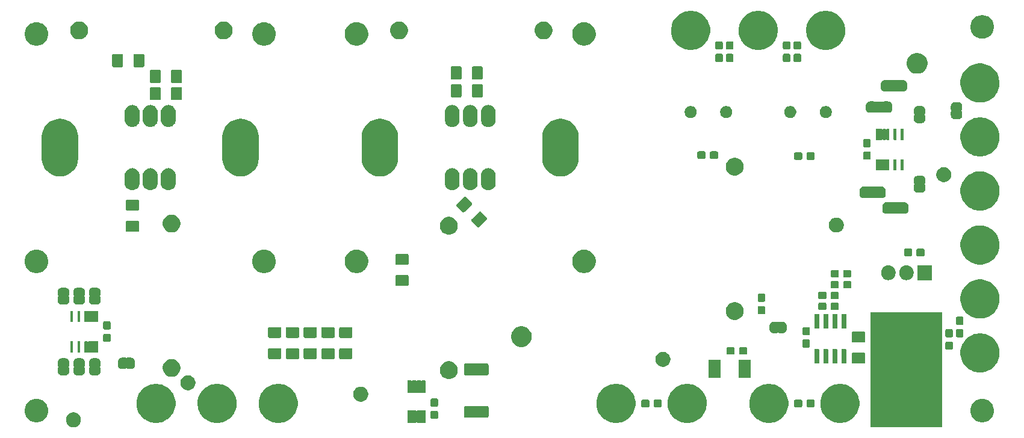
<source format=gbr>
G04 #@! TF.GenerationSoftware,KiCad,Pcbnew,(5.1.5)-3*
G04 #@! TF.CreationDate,2020-10-27T23:40:54+01:00*
G04 #@! TF.ProjectId,output_stage_1,6f757470-7574-45f7-9374-6167655f312e,rev?*
G04 #@! TF.SameCoordinates,Original*
G04 #@! TF.FileFunction,Soldermask,Top*
G04 #@! TF.FilePolarity,Negative*
%FSLAX46Y46*%
G04 Gerber Fmt 4.6, Leading zero omitted, Abs format (unit mm)*
G04 Created by KiCad (PCBNEW (5.1.5)-3) date 2020-10-27 23:40:54*
%MOMM*%
%LPD*%
G04 APERTURE LIST*
%ADD10C,0.100000*%
G04 APERTURE END LIST*
D10*
G36*
X84506564Y-127289389D02*
G01*
X84697833Y-127368615D01*
X84697835Y-127368616D01*
X84869973Y-127483635D01*
X85016365Y-127630027D01*
X85120793Y-127786314D01*
X85131385Y-127802167D01*
X85210611Y-127993436D01*
X85251000Y-128196484D01*
X85251000Y-128403516D01*
X85210611Y-128606564D01*
X85165884Y-128714544D01*
X85131384Y-128797835D01*
X85016365Y-128969973D01*
X84869973Y-129116365D01*
X84697835Y-129231384D01*
X84697834Y-129231385D01*
X84697833Y-129231385D01*
X84506564Y-129310611D01*
X84303516Y-129351000D01*
X84096484Y-129351000D01*
X83893436Y-129310611D01*
X83702167Y-129231385D01*
X83702166Y-129231385D01*
X83702165Y-129231384D01*
X83530027Y-129116365D01*
X83383635Y-128969973D01*
X83268616Y-128797835D01*
X83234116Y-128714544D01*
X83189389Y-128606564D01*
X83149000Y-128403516D01*
X83149000Y-128196484D01*
X83189389Y-127993436D01*
X83268615Y-127802167D01*
X83279208Y-127786314D01*
X83383635Y-127630027D01*
X83530027Y-127483635D01*
X83702165Y-127368616D01*
X83702167Y-127368615D01*
X83893436Y-127289389D01*
X84096484Y-127249000D01*
X84303516Y-127249000D01*
X84506564Y-127289389D01*
G37*
G36*
X206411000Y-129311000D02*
G01*
X196309000Y-129311000D01*
X196309000Y-113209000D01*
X206411000Y-113209000D01*
X206411000Y-129311000D01*
G37*
G36*
X161036693Y-123301859D02*
G01*
X161302437Y-123354719D01*
X161803087Y-123562095D01*
X161933149Y-123649000D01*
X162253660Y-123863158D01*
X162636842Y-124246340D01*
X162788874Y-124473873D01*
X162937905Y-124696913D01*
X163066167Y-125006565D01*
X163145281Y-125197564D01*
X163251000Y-125729049D01*
X163251000Y-126270951D01*
X163218333Y-126435180D01*
X163145281Y-126802437D01*
X162937905Y-127303087D01*
X162881521Y-127387471D01*
X162636842Y-127753660D01*
X162253660Y-128136842D01*
X162035794Y-128282415D01*
X161803087Y-128437905D01*
X161302437Y-128645281D01*
X161094938Y-128686555D01*
X160770951Y-128751000D01*
X160229049Y-128751000D01*
X159905062Y-128686555D01*
X159697563Y-128645281D01*
X159196913Y-128437905D01*
X158964206Y-128282415D01*
X158746340Y-128136842D01*
X158363158Y-127753660D01*
X158118479Y-127387471D01*
X158062095Y-127303087D01*
X157854719Y-126802437D01*
X157781667Y-126435180D01*
X157749000Y-126270951D01*
X157749000Y-125729049D01*
X157854719Y-125197564D01*
X157933833Y-125006565D01*
X158062095Y-124696913D01*
X158211126Y-124473873D01*
X158363158Y-124246340D01*
X158746340Y-123863158D01*
X159066851Y-123649000D01*
X159196913Y-123562095D01*
X159697563Y-123354719D01*
X159963307Y-123301859D01*
X160229049Y-123249000D01*
X160770951Y-123249000D01*
X161036693Y-123301859D01*
G37*
G36*
X113536693Y-123301859D02*
G01*
X113802437Y-123354719D01*
X114303087Y-123562095D01*
X114433149Y-123649000D01*
X114753660Y-123863158D01*
X115136842Y-124246340D01*
X115288874Y-124473873D01*
X115437905Y-124696913D01*
X115566167Y-125006565D01*
X115645281Y-125197564D01*
X115751000Y-125729049D01*
X115751000Y-126270951D01*
X115718333Y-126435180D01*
X115645281Y-126802437D01*
X115437905Y-127303087D01*
X115381521Y-127387471D01*
X115136842Y-127753660D01*
X114753660Y-128136842D01*
X114535794Y-128282415D01*
X114303087Y-128437905D01*
X113802437Y-128645281D01*
X113594938Y-128686555D01*
X113270951Y-128751000D01*
X112729049Y-128751000D01*
X112405062Y-128686555D01*
X112197563Y-128645281D01*
X111696913Y-128437905D01*
X111464206Y-128282415D01*
X111246340Y-128136842D01*
X110863158Y-127753660D01*
X110618479Y-127387471D01*
X110562095Y-127303087D01*
X110354719Y-126802437D01*
X110281667Y-126435180D01*
X110249000Y-126270951D01*
X110249000Y-125729049D01*
X110354719Y-125197564D01*
X110433833Y-125006565D01*
X110562095Y-124696913D01*
X110711126Y-124473873D01*
X110863158Y-124246340D01*
X111246340Y-123863158D01*
X111566851Y-123649000D01*
X111696913Y-123562095D01*
X112197563Y-123354719D01*
X112463307Y-123301859D01*
X112729049Y-123249000D01*
X113270951Y-123249000D01*
X113536693Y-123301859D01*
G37*
G36*
X104936693Y-123301859D02*
G01*
X105202437Y-123354719D01*
X105703087Y-123562095D01*
X105833149Y-123649000D01*
X106153660Y-123863158D01*
X106536842Y-124246340D01*
X106688874Y-124473873D01*
X106837905Y-124696913D01*
X106966167Y-125006565D01*
X107045281Y-125197564D01*
X107151000Y-125729049D01*
X107151000Y-126270951D01*
X107118333Y-126435180D01*
X107045281Y-126802437D01*
X106837905Y-127303087D01*
X106781521Y-127387471D01*
X106536842Y-127753660D01*
X106153660Y-128136842D01*
X105935794Y-128282415D01*
X105703087Y-128437905D01*
X105202437Y-128645281D01*
X104994938Y-128686555D01*
X104670951Y-128751000D01*
X104129049Y-128751000D01*
X103805062Y-128686555D01*
X103597563Y-128645281D01*
X103096913Y-128437905D01*
X102864206Y-128282415D01*
X102646340Y-128136842D01*
X102263158Y-127753660D01*
X102018479Y-127387471D01*
X101962095Y-127303087D01*
X101754719Y-126802437D01*
X101681667Y-126435180D01*
X101649000Y-126270951D01*
X101649000Y-125729049D01*
X101754719Y-125197564D01*
X101833833Y-125006565D01*
X101962095Y-124696913D01*
X102111126Y-124473873D01*
X102263158Y-124246340D01*
X102646340Y-123863158D01*
X102966851Y-123649000D01*
X103096913Y-123562095D01*
X103597563Y-123354719D01*
X103863307Y-123301859D01*
X104129049Y-123249000D01*
X104670951Y-123249000D01*
X104936693Y-123301859D01*
G37*
G36*
X96336693Y-123301859D02*
G01*
X96602437Y-123354719D01*
X97103087Y-123562095D01*
X97233149Y-123649000D01*
X97553660Y-123863158D01*
X97936842Y-124246340D01*
X98088874Y-124473873D01*
X98237905Y-124696913D01*
X98366167Y-125006565D01*
X98445281Y-125197564D01*
X98551000Y-125729049D01*
X98551000Y-126270951D01*
X98518333Y-126435180D01*
X98445281Y-126802437D01*
X98237905Y-127303087D01*
X98181521Y-127387471D01*
X97936842Y-127753660D01*
X97553660Y-128136842D01*
X97335794Y-128282415D01*
X97103087Y-128437905D01*
X96602437Y-128645281D01*
X96394938Y-128686555D01*
X96070951Y-128751000D01*
X95529049Y-128751000D01*
X95205062Y-128686555D01*
X94997563Y-128645281D01*
X94496913Y-128437905D01*
X94264206Y-128282415D01*
X94046340Y-128136842D01*
X93663158Y-127753660D01*
X93418479Y-127387471D01*
X93362095Y-127303087D01*
X93154719Y-126802437D01*
X93081667Y-126435180D01*
X93049000Y-126270951D01*
X93049000Y-125729049D01*
X93154719Y-125197564D01*
X93233833Y-125006565D01*
X93362095Y-124696913D01*
X93511126Y-124473873D01*
X93663158Y-124246340D01*
X94046340Y-123863158D01*
X94366851Y-123649000D01*
X94496913Y-123562095D01*
X94997563Y-123354719D01*
X95263307Y-123301859D01*
X95529049Y-123249000D01*
X96070951Y-123249000D01*
X96336693Y-123301859D01*
G37*
G36*
X171036693Y-123301859D02*
G01*
X171302437Y-123354719D01*
X171803087Y-123562095D01*
X171933149Y-123649000D01*
X172253660Y-123863158D01*
X172636842Y-124246340D01*
X172788874Y-124473873D01*
X172937905Y-124696913D01*
X173066167Y-125006565D01*
X173145281Y-125197564D01*
X173251000Y-125729049D01*
X173251000Y-126270951D01*
X173218333Y-126435180D01*
X173145281Y-126802437D01*
X172937905Y-127303087D01*
X172881521Y-127387471D01*
X172636842Y-127753660D01*
X172253660Y-128136842D01*
X172035794Y-128282415D01*
X171803087Y-128437905D01*
X171302437Y-128645281D01*
X171094938Y-128686555D01*
X170770951Y-128751000D01*
X170229049Y-128751000D01*
X169905062Y-128686555D01*
X169697563Y-128645281D01*
X169196913Y-128437905D01*
X168964206Y-128282415D01*
X168746340Y-128136842D01*
X168363158Y-127753660D01*
X168118479Y-127387471D01*
X168062095Y-127303087D01*
X167854719Y-126802437D01*
X167781667Y-126435180D01*
X167749000Y-126270951D01*
X167749000Y-125729049D01*
X167854719Y-125197564D01*
X167933833Y-125006565D01*
X168062095Y-124696913D01*
X168211126Y-124473873D01*
X168363158Y-124246340D01*
X168746340Y-123863158D01*
X169066851Y-123649000D01*
X169196913Y-123562095D01*
X169697563Y-123354719D01*
X169963307Y-123301859D01*
X170229049Y-123249000D01*
X170770951Y-123249000D01*
X171036693Y-123301859D01*
G37*
G36*
X182536693Y-123301859D02*
G01*
X182802437Y-123354719D01*
X183303087Y-123562095D01*
X183433149Y-123649000D01*
X183753660Y-123863158D01*
X184136842Y-124246340D01*
X184288874Y-124473873D01*
X184437905Y-124696913D01*
X184566167Y-125006565D01*
X184645281Y-125197564D01*
X184751000Y-125729049D01*
X184751000Y-126270951D01*
X184718333Y-126435180D01*
X184645281Y-126802437D01*
X184437905Y-127303087D01*
X184381521Y-127387471D01*
X184136842Y-127753660D01*
X183753660Y-128136842D01*
X183535794Y-128282415D01*
X183303087Y-128437905D01*
X182802437Y-128645281D01*
X182594938Y-128686555D01*
X182270951Y-128751000D01*
X181729049Y-128751000D01*
X181405062Y-128686555D01*
X181197563Y-128645281D01*
X180696913Y-128437905D01*
X180464206Y-128282415D01*
X180246340Y-128136842D01*
X179863158Y-127753660D01*
X179618479Y-127387471D01*
X179562095Y-127303087D01*
X179354719Y-126802437D01*
X179281667Y-126435180D01*
X179249000Y-126270951D01*
X179249000Y-125729049D01*
X179354719Y-125197564D01*
X179433833Y-125006565D01*
X179562095Y-124696913D01*
X179711126Y-124473873D01*
X179863158Y-124246340D01*
X180246340Y-123863158D01*
X180566851Y-123649000D01*
X180696913Y-123562095D01*
X181197563Y-123354719D01*
X181463307Y-123301859D01*
X181729049Y-123249000D01*
X182270951Y-123249000D01*
X182536693Y-123301859D01*
G37*
G36*
X192536693Y-123301859D02*
G01*
X192802437Y-123354719D01*
X193303087Y-123562095D01*
X193433149Y-123649000D01*
X193753660Y-123863158D01*
X194136842Y-124246340D01*
X194288874Y-124473873D01*
X194437905Y-124696913D01*
X194566167Y-125006565D01*
X194645281Y-125197564D01*
X194751000Y-125729049D01*
X194751000Y-126270951D01*
X194718333Y-126435180D01*
X194645281Y-126802437D01*
X194437905Y-127303087D01*
X194381521Y-127387471D01*
X194136842Y-127753660D01*
X193753660Y-128136842D01*
X193535794Y-128282415D01*
X193303087Y-128437905D01*
X192802437Y-128645281D01*
X192594938Y-128686555D01*
X192270951Y-128751000D01*
X191729049Y-128751000D01*
X191405062Y-128686555D01*
X191197563Y-128645281D01*
X190696913Y-128437905D01*
X190464206Y-128282415D01*
X190246340Y-128136842D01*
X189863158Y-127753660D01*
X189618479Y-127387471D01*
X189562095Y-127303087D01*
X189354719Y-126802437D01*
X189281667Y-126435180D01*
X189249000Y-126270951D01*
X189249000Y-125729049D01*
X189354719Y-125197564D01*
X189433833Y-125006565D01*
X189562095Y-124696913D01*
X189711126Y-124473873D01*
X189863158Y-124246340D01*
X190246340Y-123863158D01*
X190566851Y-123649000D01*
X190696913Y-123562095D01*
X191197563Y-123354719D01*
X191463307Y-123301859D01*
X191729049Y-123249000D01*
X192270951Y-123249000D01*
X192536693Y-123301859D01*
G37*
G36*
X131705051Y-127001284D02*
G01*
X131721446Y-127006258D01*
X131741078Y-127016751D01*
X131763717Y-127026128D01*
X131787750Y-127030908D01*
X131812254Y-127030908D01*
X131836287Y-127026127D01*
X131858922Y-127016751D01*
X131878554Y-127006258D01*
X131894949Y-127001284D01*
X131918141Y-126999000D01*
X132331859Y-126999000D01*
X132355051Y-127001284D01*
X132371446Y-127006258D01*
X132391078Y-127016751D01*
X132413717Y-127026128D01*
X132437750Y-127030908D01*
X132462254Y-127030908D01*
X132486287Y-127026127D01*
X132508922Y-127016751D01*
X132528554Y-127006258D01*
X132544949Y-127001284D01*
X132568141Y-126999000D01*
X132981859Y-126999000D01*
X133005051Y-127001284D01*
X133021446Y-127006258D01*
X133041078Y-127016751D01*
X133063717Y-127026128D01*
X133087750Y-127030908D01*
X133112254Y-127030908D01*
X133136287Y-127026127D01*
X133158922Y-127016751D01*
X133178554Y-127006258D01*
X133194949Y-127001284D01*
X133218141Y-126999000D01*
X133631859Y-126999000D01*
X133655051Y-127001284D01*
X133671443Y-127006257D01*
X133686555Y-127014334D01*
X133699798Y-127025202D01*
X133710666Y-127038445D01*
X133718743Y-127053557D01*
X133723716Y-127069949D01*
X133726000Y-127093141D01*
X133726000Y-128631859D01*
X133723716Y-128655051D01*
X133718743Y-128671443D01*
X133710666Y-128686555D01*
X133699798Y-128699798D01*
X133686555Y-128710666D01*
X133671443Y-128718743D01*
X133655051Y-128723716D01*
X133631859Y-128726000D01*
X133218141Y-128726000D01*
X133194949Y-128723716D01*
X133178554Y-128718742D01*
X133158922Y-128708249D01*
X133136283Y-128698872D01*
X133112250Y-128694092D01*
X133087746Y-128694092D01*
X133063713Y-128698873D01*
X133041078Y-128708249D01*
X133021446Y-128718742D01*
X133005051Y-128723716D01*
X132981859Y-128726000D01*
X132568141Y-128726000D01*
X132544949Y-128723716D01*
X132528554Y-128718742D01*
X132508922Y-128708249D01*
X132486283Y-128698872D01*
X132462250Y-128694092D01*
X132437746Y-128694092D01*
X132413713Y-128698873D01*
X132391078Y-128708249D01*
X132371446Y-128718742D01*
X132355051Y-128723716D01*
X132331859Y-128726000D01*
X131918141Y-128726000D01*
X131894949Y-128723716D01*
X131878554Y-128718742D01*
X131858922Y-128708249D01*
X131836283Y-128698872D01*
X131812250Y-128694092D01*
X131787746Y-128694092D01*
X131763713Y-128698873D01*
X131741078Y-128708249D01*
X131721446Y-128718742D01*
X131705051Y-128723716D01*
X131681859Y-128726000D01*
X131268141Y-128726000D01*
X131244949Y-128723716D01*
X131228557Y-128718743D01*
X131213445Y-128710666D01*
X131200202Y-128699798D01*
X131189334Y-128686555D01*
X131181257Y-128671443D01*
X131176284Y-128655051D01*
X131174000Y-128631859D01*
X131174000Y-127093141D01*
X131176284Y-127069949D01*
X131181257Y-127053557D01*
X131189334Y-127038445D01*
X131200202Y-127025202D01*
X131213445Y-127014334D01*
X131228557Y-127006257D01*
X131244949Y-127001284D01*
X131268141Y-126999000D01*
X131681859Y-126999000D01*
X131705051Y-127001284D01*
G37*
G36*
X79360918Y-125388446D02*
G01*
X79481579Y-125412447D01*
X79782042Y-125536903D01*
X80052451Y-125717585D01*
X80282415Y-125947549D01*
X80460204Y-126213629D01*
X80463098Y-126217960D01*
X80491901Y-126287496D01*
X80587553Y-126518421D01*
X80608702Y-126624744D01*
X80651000Y-126837389D01*
X80651000Y-127162611D01*
X80623057Y-127303087D01*
X80587553Y-127481579D01*
X80463097Y-127782042D01*
X80282415Y-128052451D01*
X80052451Y-128282415D01*
X79782042Y-128463097D01*
X79782041Y-128463098D01*
X79782040Y-128463098D01*
X79694037Y-128499550D01*
X79481579Y-128587553D01*
X79394566Y-128604861D01*
X79162611Y-128651000D01*
X78837389Y-128651000D01*
X78605434Y-128604861D01*
X78518421Y-128587553D01*
X78305963Y-128499550D01*
X78217960Y-128463098D01*
X78217959Y-128463098D01*
X78217958Y-128463097D01*
X77947549Y-128282415D01*
X77717585Y-128052451D01*
X77536903Y-127782042D01*
X77412447Y-127481579D01*
X77376943Y-127303087D01*
X77349000Y-127162611D01*
X77349000Y-126837389D01*
X77391298Y-126624744D01*
X77412447Y-126518421D01*
X77508099Y-126287496D01*
X77536902Y-126217960D01*
X77539796Y-126213629D01*
X77717585Y-125947549D01*
X77947549Y-125717585D01*
X78217958Y-125536903D01*
X78518421Y-125412447D01*
X78639082Y-125388446D01*
X78837389Y-125349000D01*
X79162611Y-125349000D01*
X79360918Y-125388446D01*
G37*
G36*
X212360918Y-125388446D02*
G01*
X212481579Y-125412447D01*
X212782042Y-125536903D01*
X213052451Y-125717585D01*
X213282415Y-125947549D01*
X213460204Y-126213629D01*
X213463098Y-126217960D01*
X213491901Y-126287496D01*
X213587553Y-126518421D01*
X213608702Y-126624744D01*
X213651000Y-126837389D01*
X213651000Y-127162611D01*
X213623057Y-127303087D01*
X213587553Y-127481579D01*
X213463097Y-127782042D01*
X213282415Y-128052451D01*
X213052451Y-128282415D01*
X212782042Y-128463097D01*
X212782041Y-128463098D01*
X212782040Y-128463098D01*
X212694037Y-128499550D01*
X212481579Y-128587553D01*
X212394566Y-128604861D01*
X212162611Y-128651000D01*
X211837389Y-128651000D01*
X211605434Y-128604861D01*
X211518421Y-128587553D01*
X211305963Y-128499550D01*
X211217960Y-128463098D01*
X211217959Y-128463098D01*
X211217958Y-128463097D01*
X210947549Y-128282415D01*
X210717585Y-128052451D01*
X210536903Y-127782042D01*
X210412447Y-127481579D01*
X210376943Y-127303087D01*
X210349000Y-127162611D01*
X210349000Y-126837389D01*
X210391298Y-126624744D01*
X210412447Y-126518421D01*
X210508099Y-126287496D01*
X210536902Y-126217960D01*
X210539796Y-126213629D01*
X210717585Y-125947549D01*
X210947549Y-125717585D01*
X211217958Y-125536903D01*
X211518421Y-125412447D01*
X211639082Y-125388446D01*
X211837389Y-125349000D01*
X212162611Y-125349000D01*
X212360918Y-125388446D01*
G37*
G36*
X135314499Y-127053445D02*
G01*
X135351995Y-127064820D01*
X135386554Y-127083292D01*
X135416847Y-127108153D01*
X135441708Y-127138446D01*
X135460180Y-127173005D01*
X135471555Y-127210501D01*
X135476000Y-127255638D01*
X135476000Y-127994362D01*
X135471555Y-128039499D01*
X135460180Y-128076995D01*
X135441708Y-128111554D01*
X135416847Y-128141847D01*
X135386554Y-128166708D01*
X135351995Y-128185180D01*
X135314499Y-128196555D01*
X135269362Y-128201000D01*
X134630638Y-128201000D01*
X134585501Y-128196555D01*
X134548005Y-128185180D01*
X134513446Y-128166708D01*
X134483153Y-128141847D01*
X134458292Y-128111554D01*
X134439820Y-128076995D01*
X134428445Y-128039499D01*
X134424000Y-127994362D01*
X134424000Y-127255638D01*
X134428445Y-127210501D01*
X134439820Y-127173005D01*
X134458292Y-127138446D01*
X134483153Y-127108153D01*
X134513446Y-127083292D01*
X134548005Y-127064820D01*
X134585501Y-127053445D01*
X134630638Y-127049000D01*
X135269362Y-127049000D01*
X135314499Y-127053445D01*
G37*
G36*
X142428820Y-126378103D02*
G01*
X142462985Y-126388467D01*
X142494464Y-126405293D01*
X142522060Y-126427940D01*
X142544707Y-126455536D01*
X142561533Y-126487015D01*
X142571897Y-126521180D01*
X142576000Y-126562842D01*
X142576000Y-127812158D01*
X142571897Y-127853820D01*
X142561533Y-127887985D01*
X142544707Y-127919464D01*
X142522060Y-127947060D01*
X142494464Y-127969707D01*
X142462985Y-127986533D01*
X142428820Y-127996897D01*
X142387158Y-128001000D01*
X139312842Y-128001000D01*
X139271180Y-127996897D01*
X139237015Y-127986533D01*
X139205536Y-127969707D01*
X139177940Y-127947060D01*
X139155293Y-127919464D01*
X139138467Y-127887985D01*
X139128103Y-127853820D01*
X139124000Y-127812158D01*
X139124000Y-126562842D01*
X139128103Y-126521180D01*
X139138467Y-126487015D01*
X139155293Y-126455536D01*
X139177940Y-126427940D01*
X139205536Y-126405293D01*
X139237015Y-126388467D01*
X139271180Y-126378103D01*
X139312842Y-126374000D01*
X142387158Y-126374000D01*
X142428820Y-126378103D01*
G37*
G36*
X166789499Y-125478445D02*
G01*
X166826995Y-125489820D01*
X166861554Y-125508292D01*
X166891847Y-125533153D01*
X166916708Y-125563446D01*
X166935180Y-125598005D01*
X166946555Y-125635501D01*
X166951000Y-125680638D01*
X166951000Y-126319362D01*
X166946555Y-126364499D01*
X166935180Y-126401995D01*
X166916708Y-126436554D01*
X166891847Y-126466847D01*
X166861554Y-126491708D01*
X166826995Y-126510180D01*
X166789499Y-126521555D01*
X166744362Y-126526000D01*
X166005638Y-126526000D01*
X165960501Y-126521555D01*
X165923005Y-126510180D01*
X165888446Y-126491708D01*
X165858153Y-126466847D01*
X165833292Y-126436554D01*
X165814820Y-126401995D01*
X165803445Y-126364499D01*
X165799000Y-126319362D01*
X165799000Y-125680638D01*
X165803445Y-125635501D01*
X165814820Y-125598005D01*
X165833292Y-125563446D01*
X165858153Y-125533153D01*
X165888446Y-125508292D01*
X165923005Y-125489820D01*
X165960501Y-125478445D01*
X166005638Y-125474000D01*
X166744362Y-125474000D01*
X166789499Y-125478445D01*
G37*
G36*
X165039499Y-125478445D02*
G01*
X165076995Y-125489820D01*
X165111554Y-125508292D01*
X165141847Y-125533153D01*
X165166708Y-125563446D01*
X165185180Y-125598005D01*
X165196555Y-125635501D01*
X165201000Y-125680638D01*
X165201000Y-126319362D01*
X165196555Y-126364499D01*
X165185180Y-126401995D01*
X165166708Y-126436554D01*
X165141847Y-126466847D01*
X165111554Y-126491708D01*
X165076995Y-126510180D01*
X165039499Y-126521555D01*
X164994362Y-126526000D01*
X164255638Y-126526000D01*
X164210501Y-126521555D01*
X164173005Y-126510180D01*
X164138446Y-126491708D01*
X164108153Y-126466847D01*
X164083292Y-126436554D01*
X164064820Y-126401995D01*
X164053445Y-126364499D01*
X164049000Y-126319362D01*
X164049000Y-125680638D01*
X164053445Y-125635501D01*
X164064820Y-125598005D01*
X164083292Y-125563446D01*
X164108153Y-125533153D01*
X164138446Y-125508292D01*
X164173005Y-125489820D01*
X164210501Y-125478445D01*
X164255638Y-125474000D01*
X164994362Y-125474000D01*
X165039499Y-125478445D01*
G37*
G36*
X188289499Y-125478445D02*
G01*
X188326995Y-125489820D01*
X188361554Y-125508292D01*
X188391847Y-125533153D01*
X188416708Y-125563446D01*
X188435180Y-125598005D01*
X188446555Y-125635501D01*
X188451000Y-125680638D01*
X188451000Y-126319362D01*
X188446555Y-126364499D01*
X188435180Y-126401995D01*
X188416708Y-126436554D01*
X188391847Y-126466847D01*
X188361554Y-126491708D01*
X188326995Y-126510180D01*
X188289499Y-126521555D01*
X188244362Y-126526000D01*
X187505638Y-126526000D01*
X187460501Y-126521555D01*
X187423005Y-126510180D01*
X187388446Y-126491708D01*
X187358153Y-126466847D01*
X187333292Y-126436554D01*
X187314820Y-126401995D01*
X187303445Y-126364499D01*
X187299000Y-126319362D01*
X187299000Y-125680638D01*
X187303445Y-125635501D01*
X187314820Y-125598005D01*
X187333292Y-125563446D01*
X187358153Y-125533153D01*
X187388446Y-125508292D01*
X187423005Y-125489820D01*
X187460501Y-125478445D01*
X187505638Y-125474000D01*
X188244362Y-125474000D01*
X188289499Y-125478445D01*
G37*
G36*
X186539499Y-125478445D02*
G01*
X186576995Y-125489820D01*
X186611554Y-125508292D01*
X186641847Y-125533153D01*
X186666708Y-125563446D01*
X186685180Y-125598005D01*
X186696555Y-125635501D01*
X186701000Y-125680638D01*
X186701000Y-126319362D01*
X186696555Y-126364499D01*
X186685180Y-126401995D01*
X186666708Y-126436554D01*
X186641847Y-126466847D01*
X186611554Y-126491708D01*
X186576995Y-126510180D01*
X186539499Y-126521555D01*
X186494362Y-126526000D01*
X185755638Y-126526000D01*
X185710501Y-126521555D01*
X185673005Y-126510180D01*
X185638446Y-126491708D01*
X185608153Y-126466847D01*
X185583292Y-126436554D01*
X185564820Y-126401995D01*
X185553445Y-126364499D01*
X185549000Y-126319362D01*
X185549000Y-125680638D01*
X185553445Y-125635501D01*
X185564820Y-125598005D01*
X185583292Y-125563446D01*
X185608153Y-125533153D01*
X185638446Y-125508292D01*
X185673005Y-125489820D01*
X185710501Y-125478445D01*
X185755638Y-125474000D01*
X186494362Y-125474000D01*
X186539499Y-125478445D01*
G37*
G36*
X135314499Y-125303445D02*
G01*
X135351995Y-125314820D01*
X135386554Y-125333292D01*
X135416847Y-125358153D01*
X135441708Y-125388446D01*
X135460180Y-125423005D01*
X135471555Y-125460501D01*
X135476000Y-125505638D01*
X135476000Y-126244362D01*
X135471555Y-126289499D01*
X135460180Y-126326995D01*
X135441708Y-126361554D01*
X135416847Y-126391847D01*
X135386554Y-126416708D01*
X135351995Y-126435180D01*
X135314499Y-126446555D01*
X135269362Y-126451000D01*
X134630638Y-126451000D01*
X134585501Y-126446555D01*
X134548005Y-126435180D01*
X134513446Y-126416708D01*
X134483153Y-126391847D01*
X134458292Y-126361554D01*
X134439820Y-126326995D01*
X134428445Y-126289499D01*
X134424000Y-126244362D01*
X134424000Y-125505638D01*
X134428445Y-125460501D01*
X134439820Y-125423005D01*
X134458292Y-125388446D01*
X134483153Y-125358153D01*
X134513446Y-125333292D01*
X134548005Y-125314820D01*
X134585501Y-125303445D01*
X134630638Y-125299000D01*
X135269362Y-125299000D01*
X135314499Y-125303445D01*
G37*
G36*
X124906564Y-123689389D02*
G01*
X125080344Y-123761371D01*
X125097835Y-123768616D01*
X125269973Y-123883635D01*
X125416365Y-124030027D01*
X125522340Y-124188629D01*
X125531385Y-124202167D01*
X125610611Y-124393436D01*
X125651000Y-124596484D01*
X125651000Y-124803516D01*
X125610611Y-125006564D01*
X125531497Y-125197563D01*
X125531384Y-125197835D01*
X125416365Y-125369973D01*
X125269973Y-125516365D01*
X125097835Y-125631384D01*
X125097834Y-125631385D01*
X125097833Y-125631385D01*
X124906564Y-125710611D01*
X124703516Y-125751000D01*
X124496484Y-125751000D01*
X124293436Y-125710611D01*
X124102167Y-125631385D01*
X124102166Y-125631385D01*
X124102165Y-125631384D01*
X123930027Y-125516365D01*
X123783635Y-125369973D01*
X123668616Y-125197835D01*
X123668503Y-125197563D01*
X123589389Y-125006564D01*
X123549000Y-124803516D01*
X123549000Y-124596484D01*
X123589389Y-124393436D01*
X123668615Y-124202167D01*
X123677661Y-124188629D01*
X123783635Y-124030027D01*
X123930027Y-123883635D01*
X124102165Y-123768616D01*
X124119656Y-123761371D01*
X124293436Y-123689389D01*
X124496484Y-123649000D01*
X124703516Y-123649000D01*
X124906564Y-123689389D01*
G37*
G36*
X131705051Y-122776284D02*
G01*
X131721446Y-122781258D01*
X131741078Y-122791751D01*
X131763717Y-122801128D01*
X131787750Y-122805908D01*
X131812254Y-122805908D01*
X131836287Y-122801127D01*
X131858922Y-122791751D01*
X131878554Y-122781258D01*
X131894949Y-122776284D01*
X131918141Y-122774000D01*
X132331859Y-122774000D01*
X132355051Y-122776284D01*
X132371446Y-122781258D01*
X132391078Y-122791751D01*
X132413717Y-122801128D01*
X132437750Y-122805908D01*
X132462254Y-122805908D01*
X132486287Y-122801127D01*
X132508922Y-122791751D01*
X132528554Y-122781258D01*
X132544949Y-122776284D01*
X132568141Y-122774000D01*
X132981859Y-122774000D01*
X133005051Y-122776284D01*
X133021446Y-122781258D01*
X133041078Y-122791751D01*
X133063717Y-122801128D01*
X133087750Y-122805908D01*
X133112254Y-122805908D01*
X133136287Y-122801127D01*
X133158922Y-122791751D01*
X133178554Y-122781258D01*
X133194949Y-122776284D01*
X133218141Y-122774000D01*
X133631859Y-122774000D01*
X133655051Y-122776284D01*
X133671443Y-122781257D01*
X133686555Y-122789334D01*
X133699798Y-122800202D01*
X133710666Y-122813445D01*
X133718743Y-122828557D01*
X133723716Y-122844949D01*
X133726000Y-122868141D01*
X133726000Y-124406859D01*
X133723716Y-124430051D01*
X133718743Y-124446443D01*
X133710666Y-124461555D01*
X133699798Y-124474798D01*
X133686555Y-124485666D01*
X133671443Y-124493743D01*
X133655051Y-124498716D01*
X133631859Y-124501000D01*
X133218141Y-124501000D01*
X133194949Y-124498716D01*
X133178554Y-124493742D01*
X133158922Y-124483249D01*
X133136283Y-124473872D01*
X133112250Y-124469092D01*
X133087746Y-124469092D01*
X133063713Y-124473873D01*
X133041078Y-124483249D01*
X133021446Y-124493742D01*
X133005051Y-124498716D01*
X132981859Y-124501000D01*
X132568141Y-124501000D01*
X132544949Y-124498716D01*
X132528554Y-124493742D01*
X132508922Y-124483249D01*
X132486283Y-124473872D01*
X132462250Y-124469092D01*
X132437746Y-124469092D01*
X132413713Y-124473873D01*
X132391078Y-124483249D01*
X132371446Y-124493742D01*
X132355051Y-124498716D01*
X132331859Y-124501000D01*
X131918141Y-124501000D01*
X131894949Y-124498716D01*
X131878554Y-124493742D01*
X131858922Y-124483249D01*
X131836283Y-124473872D01*
X131812250Y-124469092D01*
X131787746Y-124469092D01*
X131763713Y-124473873D01*
X131741078Y-124483249D01*
X131721446Y-124493742D01*
X131705051Y-124498716D01*
X131681859Y-124501000D01*
X131268141Y-124501000D01*
X131244949Y-124498716D01*
X131228557Y-124493743D01*
X131213445Y-124485666D01*
X131200202Y-124474798D01*
X131189334Y-124461555D01*
X131181257Y-124446443D01*
X131176284Y-124430051D01*
X131174000Y-124406859D01*
X131174000Y-122868141D01*
X131176284Y-122844949D01*
X131181257Y-122828557D01*
X131189334Y-122813445D01*
X131200202Y-122800202D01*
X131213445Y-122789334D01*
X131228557Y-122781257D01*
X131244949Y-122776284D01*
X131268141Y-122774000D01*
X131681859Y-122774000D01*
X131705051Y-122776284D01*
G37*
G36*
X100606564Y-122089389D02*
G01*
X100797833Y-122168615D01*
X100797835Y-122168616D01*
X100849182Y-122202925D01*
X100969973Y-122283635D01*
X101116365Y-122430027D01*
X101231385Y-122602167D01*
X101310611Y-122793436D01*
X101351000Y-122996484D01*
X101351000Y-123203516D01*
X101310611Y-123406564D01*
X101254788Y-123541332D01*
X101231384Y-123597835D01*
X101116365Y-123769973D01*
X100969973Y-123916365D01*
X100797835Y-124031384D01*
X100797834Y-124031385D01*
X100797833Y-124031385D01*
X100606564Y-124110611D01*
X100403516Y-124151000D01*
X100196484Y-124151000D01*
X99993436Y-124110611D01*
X99802167Y-124031385D01*
X99802166Y-124031385D01*
X99802165Y-124031384D01*
X99630027Y-123916365D01*
X99483635Y-123769973D01*
X99368616Y-123597835D01*
X99345212Y-123541332D01*
X99289389Y-123406564D01*
X99249000Y-123203516D01*
X99249000Y-122996484D01*
X99289389Y-122793436D01*
X99368615Y-122602167D01*
X99483635Y-122430027D01*
X99630027Y-122283635D01*
X99750818Y-122202925D01*
X99802165Y-122168616D01*
X99802167Y-122168615D01*
X99993436Y-122089389D01*
X100196484Y-122049000D01*
X100403516Y-122049000D01*
X100606564Y-122089389D01*
G37*
G36*
X137364903Y-120117075D02*
G01*
X137584670Y-120208105D01*
X137592571Y-120211378D01*
X137797466Y-120348285D01*
X137971715Y-120522534D01*
X138097892Y-120711371D01*
X138108623Y-120727431D01*
X138202925Y-120955097D01*
X138251000Y-121196786D01*
X138251000Y-121443214D01*
X138202925Y-121684903D01*
X138127026Y-121868141D01*
X138108622Y-121912571D01*
X137971715Y-122117466D01*
X137797466Y-122291715D01*
X137592571Y-122428622D01*
X137592570Y-122428623D01*
X137592569Y-122428623D01*
X137364903Y-122522925D01*
X137123214Y-122571000D01*
X136876786Y-122571000D01*
X136635097Y-122522925D01*
X136407431Y-122428623D01*
X136407430Y-122428623D01*
X136407429Y-122428622D01*
X136202534Y-122291715D01*
X136028285Y-122117466D01*
X135891378Y-121912571D01*
X135872975Y-121868141D01*
X135797075Y-121684903D01*
X135749000Y-121443214D01*
X135749000Y-121196786D01*
X135797075Y-120955097D01*
X135891377Y-120727431D01*
X135902108Y-120711371D01*
X136028285Y-120522534D01*
X136202534Y-120348285D01*
X136407429Y-120211378D01*
X136415331Y-120208105D01*
X136635097Y-120117075D01*
X136876786Y-120069000D01*
X137123214Y-120069000D01*
X137364903Y-120117075D01*
G37*
G36*
X179405051Y-119826284D02*
G01*
X179421443Y-119831257D01*
X179436555Y-119839334D01*
X179449798Y-119850202D01*
X179460666Y-119863445D01*
X179468743Y-119878557D01*
X179473716Y-119894949D01*
X179476000Y-119918141D01*
X179476000Y-120331859D01*
X179473716Y-120355051D01*
X179468742Y-120371446D01*
X179458249Y-120391078D01*
X179448872Y-120413717D01*
X179444092Y-120437750D01*
X179444092Y-120462254D01*
X179448873Y-120486287D01*
X179458249Y-120508922D01*
X179468742Y-120528554D01*
X179473716Y-120544949D01*
X179476000Y-120568141D01*
X179476000Y-120981859D01*
X179473716Y-121005051D01*
X179468742Y-121021446D01*
X179458249Y-121041078D01*
X179448872Y-121063717D01*
X179444092Y-121087750D01*
X179444092Y-121112254D01*
X179448873Y-121136287D01*
X179458249Y-121158922D01*
X179468742Y-121178554D01*
X179473716Y-121194949D01*
X179476000Y-121218141D01*
X179476000Y-121631859D01*
X179473716Y-121655051D01*
X179468742Y-121671446D01*
X179458249Y-121691078D01*
X179448872Y-121713717D01*
X179444092Y-121737750D01*
X179444092Y-121762254D01*
X179448873Y-121786287D01*
X179458249Y-121808922D01*
X179468742Y-121828554D01*
X179473716Y-121844949D01*
X179476000Y-121868141D01*
X179476000Y-122281859D01*
X179473716Y-122305051D01*
X179468743Y-122321443D01*
X179460666Y-122336555D01*
X179449798Y-122349798D01*
X179436555Y-122360666D01*
X179421443Y-122368743D01*
X179405051Y-122373716D01*
X179381859Y-122376000D01*
X177843141Y-122376000D01*
X177819949Y-122373716D01*
X177803557Y-122368743D01*
X177788445Y-122360666D01*
X177775202Y-122349798D01*
X177764334Y-122336555D01*
X177756257Y-122321443D01*
X177751284Y-122305051D01*
X177749000Y-122281859D01*
X177749000Y-121868141D01*
X177751284Y-121844949D01*
X177756258Y-121828554D01*
X177766751Y-121808922D01*
X177776128Y-121786283D01*
X177780908Y-121762250D01*
X177780908Y-121737746D01*
X177776127Y-121713713D01*
X177766751Y-121691078D01*
X177756258Y-121671446D01*
X177751284Y-121655051D01*
X177749000Y-121631859D01*
X177749000Y-121218141D01*
X177751284Y-121194949D01*
X177756258Y-121178554D01*
X177766751Y-121158922D01*
X177776128Y-121136283D01*
X177780908Y-121112250D01*
X177780908Y-121087746D01*
X177776127Y-121063713D01*
X177766751Y-121041078D01*
X177756258Y-121021446D01*
X177751284Y-121005051D01*
X177749000Y-120981859D01*
X177749000Y-120568141D01*
X177751284Y-120544949D01*
X177756258Y-120528554D01*
X177766751Y-120508922D01*
X177776128Y-120486283D01*
X177780908Y-120462250D01*
X177780908Y-120437746D01*
X177776127Y-120413713D01*
X177766751Y-120391078D01*
X177756258Y-120371446D01*
X177751284Y-120355051D01*
X177749000Y-120331859D01*
X177749000Y-119918141D01*
X177751284Y-119894949D01*
X177756257Y-119878557D01*
X177764334Y-119863445D01*
X177775202Y-119850202D01*
X177788445Y-119839334D01*
X177803557Y-119831257D01*
X177819949Y-119826284D01*
X177843141Y-119824000D01*
X179381859Y-119824000D01*
X179405051Y-119826284D01*
G37*
G36*
X175180051Y-119826284D02*
G01*
X175196443Y-119831257D01*
X175211555Y-119839334D01*
X175224798Y-119850202D01*
X175235666Y-119863445D01*
X175243743Y-119878557D01*
X175248716Y-119894949D01*
X175251000Y-119918141D01*
X175251000Y-120331859D01*
X175248716Y-120355051D01*
X175243742Y-120371446D01*
X175233249Y-120391078D01*
X175223872Y-120413717D01*
X175219092Y-120437750D01*
X175219092Y-120462254D01*
X175223873Y-120486287D01*
X175233249Y-120508922D01*
X175243742Y-120528554D01*
X175248716Y-120544949D01*
X175251000Y-120568141D01*
X175251000Y-120981859D01*
X175248716Y-121005051D01*
X175243742Y-121021446D01*
X175233249Y-121041078D01*
X175223872Y-121063717D01*
X175219092Y-121087750D01*
X175219092Y-121112254D01*
X175223873Y-121136287D01*
X175233249Y-121158922D01*
X175243742Y-121178554D01*
X175248716Y-121194949D01*
X175251000Y-121218141D01*
X175251000Y-121631859D01*
X175248716Y-121655051D01*
X175243742Y-121671446D01*
X175233249Y-121691078D01*
X175223872Y-121713717D01*
X175219092Y-121737750D01*
X175219092Y-121762254D01*
X175223873Y-121786287D01*
X175233249Y-121808922D01*
X175243742Y-121828554D01*
X175248716Y-121844949D01*
X175251000Y-121868141D01*
X175251000Y-122281859D01*
X175248716Y-122305051D01*
X175243743Y-122321443D01*
X175235666Y-122336555D01*
X175224798Y-122349798D01*
X175211555Y-122360666D01*
X175196443Y-122368743D01*
X175180051Y-122373716D01*
X175156859Y-122376000D01*
X173618141Y-122376000D01*
X173594949Y-122373716D01*
X173578557Y-122368743D01*
X173563445Y-122360666D01*
X173550202Y-122349798D01*
X173539334Y-122336555D01*
X173531257Y-122321443D01*
X173526284Y-122305051D01*
X173524000Y-122281859D01*
X173524000Y-121868141D01*
X173526284Y-121844949D01*
X173531258Y-121828554D01*
X173541751Y-121808922D01*
X173551128Y-121786283D01*
X173555908Y-121762250D01*
X173555908Y-121737746D01*
X173551127Y-121713713D01*
X173541751Y-121691078D01*
X173531258Y-121671446D01*
X173526284Y-121655051D01*
X173524000Y-121631859D01*
X173524000Y-121218141D01*
X173526284Y-121194949D01*
X173531258Y-121178554D01*
X173541751Y-121158922D01*
X173551128Y-121136283D01*
X173555908Y-121112250D01*
X173555908Y-121087746D01*
X173551127Y-121063713D01*
X173541751Y-121041078D01*
X173531258Y-121021446D01*
X173526284Y-121005051D01*
X173524000Y-120981859D01*
X173524000Y-120568141D01*
X173526284Y-120544949D01*
X173531258Y-120528554D01*
X173541751Y-120508922D01*
X173551128Y-120486283D01*
X173555908Y-120462250D01*
X173555908Y-120437746D01*
X173551127Y-120413713D01*
X173541751Y-120391078D01*
X173531258Y-120371446D01*
X173526284Y-120355051D01*
X173524000Y-120331859D01*
X173524000Y-119918141D01*
X173526284Y-119894949D01*
X173531257Y-119878557D01*
X173539334Y-119863445D01*
X173550202Y-119850202D01*
X173563445Y-119839334D01*
X173578557Y-119831257D01*
X173594949Y-119826284D01*
X173618141Y-119824000D01*
X175156859Y-119824000D01*
X175180051Y-119826284D01*
G37*
G36*
X98364903Y-119797075D02*
G01*
X98561619Y-119878557D01*
X98592571Y-119891378D01*
X98797466Y-120028285D01*
X98971715Y-120202534D01*
X99102073Y-120397628D01*
X99108623Y-120407431D01*
X99202925Y-120635097D01*
X99251000Y-120876786D01*
X99251000Y-121123214D01*
X99220907Y-121274500D01*
X99202925Y-121364903D01*
X99108622Y-121592571D01*
X98971715Y-121797466D01*
X98797466Y-121971715D01*
X98592571Y-122108622D01*
X98592570Y-122108623D01*
X98592569Y-122108623D01*
X98364903Y-122202925D01*
X98123214Y-122251000D01*
X97876786Y-122251000D01*
X97635097Y-122202925D01*
X97407431Y-122108623D01*
X97407430Y-122108623D01*
X97407429Y-122108622D01*
X97202534Y-121971715D01*
X97028285Y-121797466D01*
X96891378Y-121592571D01*
X96797075Y-121364903D01*
X96779093Y-121274500D01*
X96749000Y-121123214D01*
X96749000Y-120876786D01*
X96797075Y-120635097D01*
X96891377Y-120407431D01*
X96897927Y-120397628D01*
X97028285Y-120202534D01*
X97202534Y-120028285D01*
X97407429Y-119891378D01*
X97438382Y-119878557D01*
X97635097Y-119797075D01*
X97876786Y-119749000D01*
X98123214Y-119749000D01*
X98364903Y-119797075D01*
G37*
G36*
X87462199Y-119649954D02*
G01*
X87474450Y-119650556D01*
X87492869Y-119650556D01*
X87515149Y-119652750D01*
X87599233Y-119669476D01*
X87620660Y-119675976D01*
X87699858Y-119708780D01*
X87705303Y-119711691D01*
X87705309Y-119711693D01*
X87714169Y-119716429D01*
X87714173Y-119716432D01*
X87719614Y-119719340D01*
X87790899Y-119766971D01*
X87808204Y-119781172D01*
X87868828Y-119841796D01*
X87883029Y-119859101D01*
X87930660Y-119930386D01*
X87933568Y-119935827D01*
X87933571Y-119935831D01*
X87938307Y-119944691D01*
X87938309Y-119944697D01*
X87941220Y-119950142D01*
X87974024Y-120029340D01*
X87980524Y-120050767D01*
X87997250Y-120134851D01*
X87999444Y-120157131D01*
X87999444Y-120175550D01*
X88000046Y-120187801D01*
X88001852Y-120206139D01*
X88001852Y-120693860D01*
X88000263Y-120709999D01*
X87997348Y-120719608D01*
X87992610Y-120728472D01*
X87986237Y-120736237D01*
X87973794Y-120746448D01*
X87963425Y-120753378D01*
X87946098Y-120770705D01*
X87932485Y-120791080D01*
X87923109Y-120813720D01*
X87918329Y-120837753D01*
X87918330Y-120862257D01*
X87923112Y-120886290D01*
X87932490Y-120908929D01*
X87946105Y-120929302D01*
X87963432Y-120946629D01*
X87973802Y-120953558D01*
X87986237Y-120963763D01*
X87992610Y-120971528D01*
X87997348Y-120980392D01*
X88000263Y-120990001D01*
X88001852Y-121006140D01*
X88001852Y-121493862D01*
X88000046Y-121512199D01*
X87999444Y-121524450D01*
X87999444Y-121542869D01*
X87997250Y-121565149D01*
X87980524Y-121649233D01*
X87974024Y-121670660D01*
X87941220Y-121749858D01*
X87938309Y-121755303D01*
X87938307Y-121755309D01*
X87933571Y-121764169D01*
X87933568Y-121764173D01*
X87930660Y-121769614D01*
X87883029Y-121840899D01*
X87868828Y-121858204D01*
X87808204Y-121918828D01*
X87790899Y-121933029D01*
X87719614Y-121980660D01*
X87714173Y-121983568D01*
X87714169Y-121983571D01*
X87705309Y-121988307D01*
X87705303Y-121988309D01*
X87699858Y-121991220D01*
X87620660Y-122024024D01*
X87599233Y-122030524D01*
X87515149Y-122047250D01*
X87492869Y-122049444D01*
X87474450Y-122049444D01*
X87462199Y-122050046D01*
X87443862Y-122051852D01*
X86956138Y-122051852D01*
X86937801Y-122050046D01*
X86925550Y-122049444D01*
X86907131Y-122049444D01*
X86884851Y-122047250D01*
X86800767Y-122030524D01*
X86779340Y-122024024D01*
X86700142Y-121991220D01*
X86694697Y-121988309D01*
X86694691Y-121988307D01*
X86685831Y-121983571D01*
X86685827Y-121983568D01*
X86680386Y-121980660D01*
X86609101Y-121933029D01*
X86591796Y-121918828D01*
X86531172Y-121858204D01*
X86516971Y-121840899D01*
X86469340Y-121769614D01*
X86466432Y-121764173D01*
X86466429Y-121764169D01*
X86461693Y-121755309D01*
X86461691Y-121755303D01*
X86458780Y-121749858D01*
X86425976Y-121670660D01*
X86419476Y-121649233D01*
X86402750Y-121565149D01*
X86400556Y-121542869D01*
X86400556Y-121524450D01*
X86399954Y-121512199D01*
X86398148Y-121493862D01*
X86398148Y-121006140D01*
X86399737Y-120990001D01*
X86402652Y-120980392D01*
X86407390Y-120971528D01*
X86413763Y-120963763D01*
X86426206Y-120953552D01*
X86436575Y-120946622D01*
X86453902Y-120929295D01*
X86467515Y-120908920D01*
X86476891Y-120886280D01*
X86481671Y-120862247D01*
X86481670Y-120837743D01*
X86476888Y-120813710D01*
X86467510Y-120791071D01*
X86453895Y-120770698D01*
X86436568Y-120753371D01*
X86426198Y-120746442D01*
X86413763Y-120736237D01*
X86407390Y-120728472D01*
X86402652Y-120719608D01*
X86399737Y-120709999D01*
X86398148Y-120693860D01*
X86398148Y-120206139D01*
X86399954Y-120187801D01*
X86400556Y-120175550D01*
X86400556Y-120157131D01*
X86402750Y-120134851D01*
X86419476Y-120050767D01*
X86425976Y-120029340D01*
X86458780Y-119950142D01*
X86461691Y-119944697D01*
X86461693Y-119944691D01*
X86466429Y-119935831D01*
X86466432Y-119935827D01*
X86469340Y-119930386D01*
X86516971Y-119859101D01*
X86531172Y-119841796D01*
X86591796Y-119781172D01*
X86609101Y-119766971D01*
X86680386Y-119719340D01*
X86685827Y-119716432D01*
X86685831Y-119716429D01*
X86694691Y-119711693D01*
X86694697Y-119711691D01*
X86700142Y-119708780D01*
X86779340Y-119675976D01*
X86800767Y-119669476D01*
X86884851Y-119652750D01*
X86907131Y-119650556D01*
X86925550Y-119650556D01*
X86937801Y-119649954D01*
X86956139Y-119648148D01*
X87443861Y-119648148D01*
X87462199Y-119649954D01*
G37*
G36*
X85262199Y-119649954D02*
G01*
X85274450Y-119650556D01*
X85292869Y-119650556D01*
X85315149Y-119652750D01*
X85399233Y-119669476D01*
X85420660Y-119675976D01*
X85499858Y-119708780D01*
X85505303Y-119711691D01*
X85505309Y-119711693D01*
X85514169Y-119716429D01*
X85514173Y-119716432D01*
X85519614Y-119719340D01*
X85590899Y-119766971D01*
X85608204Y-119781172D01*
X85668828Y-119841796D01*
X85683029Y-119859101D01*
X85730660Y-119930386D01*
X85733568Y-119935827D01*
X85733571Y-119935831D01*
X85738307Y-119944691D01*
X85738309Y-119944697D01*
X85741220Y-119950142D01*
X85774024Y-120029340D01*
X85780524Y-120050767D01*
X85797250Y-120134851D01*
X85799444Y-120157131D01*
X85799444Y-120175550D01*
X85800046Y-120187801D01*
X85801852Y-120206139D01*
X85801852Y-120693860D01*
X85800263Y-120709999D01*
X85797348Y-120719608D01*
X85792610Y-120728472D01*
X85786237Y-120736237D01*
X85773794Y-120746448D01*
X85763425Y-120753378D01*
X85746098Y-120770705D01*
X85732485Y-120791080D01*
X85723109Y-120813720D01*
X85718329Y-120837753D01*
X85718330Y-120862257D01*
X85723112Y-120886290D01*
X85732490Y-120908929D01*
X85746105Y-120929302D01*
X85763432Y-120946629D01*
X85773802Y-120953558D01*
X85786237Y-120963763D01*
X85792610Y-120971528D01*
X85797348Y-120980392D01*
X85800263Y-120990001D01*
X85801852Y-121006140D01*
X85801852Y-121493862D01*
X85800046Y-121512199D01*
X85799444Y-121524450D01*
X85799444Y-121542869D01*
X85797250Y-121565149D01*
X85780524Y-121649233D01*
X85774024Y-121670660D01*
X85741220Y-121749858D01*
X85738309Y-121755303D01*
X85738307Y-121755309D01*
X85733571Y-121764169D01*
X85733568Y-121764173D01*
X85730660Y-121769614D01*
X85683029Y-121840899D01*
X85668828Y-121858204D01*
X85608204Y-121918828D01*
X85590899Y-121933029D01*
X85519614Y-121980660D01*
X85514173Y-121983568D01*
X85514169Y-121983571D01*
X85505309Y-121988307D01*
X85505303Y-121988309D01*
X85499858Y-121991220D01*
X85420660Y-122024024D01*
X85399233Y-122030524D01*
X85315149Y-122047250D01*
X85292869Y-122049444D01*
X85274450Y-122049444D01*
X85262199Y-122050046D01*
X85243862Y-122051852D01*
X84756138Y-122051852D01*
X84737801Y-122050046D01*
X84725550Y-122049444D01*
X84707131Y-122049444D01*
X84684851Y-122047250D01*
X84600767Y-122030524D01*
X84579340Y-122024024D01*
X84500142Y-121991220D01*
X84494697Y-121988309D01*
X84494691Y-121988307D01*
X84485831Y-121983571D01*
X84485827Y-121983568D01*
X84480386Y-121980660D01*
X84409101Y-121933029D01*
X84391796Y-121918828D01*
X84331172Y-121858204D01*
X84316971Y-121840899D01*
X84269340Y-121769614D01*
X84266432Y-121764173D01*
X84266429Y-121764169D01*
X84261693Y-121755309D01*
X84261691Y-121755303D01*
X84258780Y-121749858D01*
X84225976Y-121670660D01*
X84219476Y-121649233D01*
X84202750Y-121565149D01*
X84200556Y-121542869D01*
X84200556Y-121524450D01*
X84199954Y-121512199D01*
X84198148Y-121493862D01*
X84198148Y-121006140D01*
X84199737Y-120990001D01*
X84202652Y-120980392D01*
X84207390Y-120971528D01*
X84213763Y-120963763D01*
X84226206Y-120953552D01*
X84236575Y-120946622D01*
X84253902Y-120929295D01*
X84267515Y-120908920D01*
X84276891Y-120886280D01*
X84281671Y-120862247D01*
X84281670Y-120837743D01*
X84276888Y-120813710D01*
X84267510Y-120791071D01*
X84253895Y-120770698D01*
X84236568Y-120753371D01*
X84226198Y-120746442D01*
X84213763Y-120736237D01*
X84207390Y-120728472D01*
X84202652Y-120719608D01*
X84199737Y-120709999D01*
X84198148Y-120693860D01*
X84198148Y-120206139D01*
X84199954Y-120187801D01*
X84200556Y-120175550D01*
X84200556Y-120157131D01*
X84202750Y-120134851D01*
X84219476Y-120050767D01*
X84225976Y-120029340D01*
X84258780Y-119950142D01*
X84261691Y-119944697D01*
X84261693Y-119944691D01*
X84266429Y-119935831D01*
X84266432Y-119935827D01*
X84269340Y-119930386D01*
X84316971Y-119859101D01*
X84331172Y-119841796D01*
X84391796Y-119781172D01*
X84409101Y-119766971D01*
X84480386Y-119719340D01*
X84485827Y-119716432D01*
X84485831Y-119716429D01*
X84494691Y-119711693D01*
X84494697Y-119711691D01*
X84500142Y-119708780D01*
X84579340Y-119675976D01*
X84600767Y-119669476D01*
X84684851Y-119652750D01*
X84707131Y-119650556D01*
X84725550Y-119650556D01*
X84737801Y-119649954D01*
X84756139Y-119648148D01*
X85243861Y-119648148D01*
X85262199Y-119649954D01*
G37*
G36*
X83062199Y-119649954D02*
G01*
X83074450Y-119650556D01*
X83092869Y-119650556D01*
X83115149Y-119652750D01*
X83199233Y-119669476D01*
X83220660Y-119675976D01*
X83299858Y-119708780D01*
X83305303Y-119711691D01*
X83305309Y-119711693D01*
X83314169Y-119716429D01*
X83314173Y-119716432D01*
X83319614Y-119719340D01*
X83390899Y-119766971D01*
X83408204Y-119781172D01*
X83468828Y-119841796D01*
X83483029Y-119859101D01*
X83530660Y-119930386D01*
X83533568Y-119935827D01*
X83533571Y-119935831D01*
X83538307Y-119944691D01*
X83538309Y-119944697D01*
X83541220Y-119950142D01*
X83574024Y-120029340D01*
X83580524Y-120050767D01*
X83597250Y-120134851D01*
X83599444Y-120157131D01*
X83599444Y-120175550D01*
X83600046Y-120187801D01*
X83601852Y-120206139D01*
X83601852Y-120693860D01*
X83600263Y-120709999D01*
X83597348Y-120719608D01*
X83592610Y-120728472D01*
X83586237Y-120736237D01*
X83573794Y-120746448D01*
X83563425Y-120753378D01*
X83546098Y-120770705D01*
X83532485Y-120791080D01*
X83523109Y-120813720D01*
X83518329Y-120837753D01*
X83518330Y-120862257D01*
X83523112Y-120886290D01*
X83532490Y-120908929D01*
X83546105Y-120929302D01*
X83563432Y-120946629D01*
X83573802Y-120953558D01*
X83586237Y-120963763D01*
X83592610Y-120971528D01*
X83597348Y-120980392D01*
X83600263Y-120990001D01*
X83601852Y-121006140D01*
X83601852Y-121493862D01*
X83600046Y-121512199D01*
X83599444Y-121524450D01*
X83599444Y-121542869D01*
X83597250Y-121565149D01*
X83580524Y-121649233D01*
X83574024Y-121670660D01*
X83541220Y-121749858D01*
X83538309Y-121755303D01*
X83538307Y-121755309D01*
X83533571Y-121764169D01*
X83533568Y-121764173D01*
X83530660Y-121769614D01*
X83483029Y-121840899D01*
X83468828Y-121858204D01*
X83408204Y-121918828D01*
X83390899Y-121933029D01*
X83319614Y-121980660D01*
X83314173Y-121983568D01*
X83314169Y-121983571D01*
X83305309Y-121988307D01*
X83305303Y-121988309D01*
X83299858Y-121991220D01*
X83220660Y-122024024D01*
X83199233Y-122030524D01*
X83115149Y-122047250D01*
X83092869Y-122049444D01*
X83074450Y-122049444D01*
X83062199Y-122050046D01*
X83043862Y-122051852D01*
X82556138Y-122051852D01*
X82537801Y-122050046D01*
X82525550Y-122049444D01*
X82507131Y-122049444D01*
X82484851Y-122047250D01*
X82400767Y-122030524D01*
X82379340Y-122024024D01*
X82300142Y-121991220D01*
X82294697Y-121988309D01*
X82294691Y-121988307D01*
X82285831Y-121983571D01*
X82285827Y-121983568D01*
X82280386Y-121980660D01*
X82209101Y-121933029D01*
X82191796Y-121918828D01*
X82131172Y-121858204D01*
X82116971Y-121840899D01*
X82069340Y-121769614D01*
X82066432Y-121764173D01*
X82066429Y-121764169D01*
X82061693Y-121755309D01*
X82061691Y-121755303D01*
X82058780Y-121749858D01*
X82025976Y-121670660D01*
X82019476Y-121649233D01*
X82002750Y-121565149D01*
X82000556Y-121542869D01*
X82000556Y-121524450D01*
X81999954Y-121512199D01*
X81998148Y-121493862D01*
X81998148Y-121006140D01*
X81999737Y-120990001D01*
X82002652Y-120980392D01*
X82007390Y-120971528D01*
X82013763Y-120963763D01*
X82026206Y-120953552D01*
X82036575Y-120946622D01*
X82053902Y-120929295D01*
X82067515Y-120908920D01*
X82076891Y-120886280D01*
X82081671Y-120862247D01*
X82081670Y-120837743D01*
X82076888Y-120813710D01*
X82067510Y-120791071D01*
X82053895Y-120770698D01*
X82036568Y-120753371D01*
X82026198Y-120746442D01*
X82013763Y-120736237D01*
X82007390Y-120728472D01*
X82002652Y-120719608D01*
X81999737Y-120709999D01*
X81998148Y-120693860D01*
X81998148Y-120206139D01*
X81999954Y-120187801D01*
X82000556Y-120175550D01*
X82000556Y-120157131D01*
X82002750Y-120134851D01*
X82019476Y-120050767D01*
X82025976Y-120029340D01*
X82058780Y-119950142D01*
X82061691Y-119944697D01*
X82061693Y-119944691D01*
X82066429Y-119935831D01*
X82066432Y-119935827D01*
X82069340Y-119930386D01*
X82116971Y-119859101D01*
X82131172Y-119841796D01*
X82191796Y-119781172D01*
X82209101Y-119766971D01*
X82280386Y-119719340D01*
X82285827Y-119716432D01*
X82285831Y-119716429D01*
X82294691Y-119711693D01*
X82294697Y-119711691D01*
X82300142Y-119708780D01*
X82379340Y-119675976D01*
X82400767Y-119669476D01*
X82484851Y-119652750D01*
X82507131Y-119650556D01*
X82525550Y-119650556D01*
X82537801Y-119649954D01*
X82556139Y-119648148D01*
X83043861Y-119648148D01*
X83062199Y-119649954D01*
G37*
G36*
X142428820Y-120403103D02*
G01*
X142462985Y-120413467D01*
X142494464Y-120430293D01*
X142522060Y-120452940D01*
X142544707Y-120480536D01*
X142561533Y-120512015D01*
X142571897Y-120546180D01*
X142576000Y-120587842D01*
X142576000Y-121837158D01*
X142571897Y-121878820D01*
X142561533Y-121912985D01*
X142544707Y-121944464D01*
X142522060Y-121972060D01*
X142494464Y-121994707D01*
X142462985Y-122011533D01*
X142428820Y-122021897D01*
X142387158Y-122026000D01*
X139312842Y-122026000D01*
X139271180Y-122021897D01*
X139237015Y-122011533D01*
X139205536Y-121994707D01*
X139177940Y-121972060D01*
X139155293Y-121944464D01*
X139138467Y-121912985D01*
X139128103Y-121878820D01*
X139124000Y-121837158D01*
X139124000Y-120587842D01*
X139128103Y-120546180D01*
X139138467Y-120512015D01*
X139155293Y-120480536D01*
X139177940Y-120452940D01*
X139205536Y-120430293D01*
X139237015Y-120413467D01*
X139271180Y-120403103D01*
X139312842Y-120399000D01*
X142387158Y-120399000D01*
X142428820Y-120403103D01*
G37*
G36*
X212173598Y-116189309D02*
G01*
X212502437Y-116254719D01*
X213003087Y-116462095D01*
X213117653Y-116538646D01*
X213453660Y-116763158D01*
X213836842Y-117146340D01*
X214002339Y-117394024D01*
X214137905Y-117596913D01*
X214345281Y-118097563D01*
X214390918Y-118326995D01*
X214451000Y-118629049D01*
X214451000Y-119170951D01*
X214415186Y-119351000D01*
X214345281Y-119702437D01*
X214137905Y-120203087D01*
X214027029Y-120369024D01*
X213836842Y-120653660D01*
X213453660Y-121036842D01*
X213190774Y-121212496D01*
X213003087Y-121337905D01*
X212502437Y-121545281D01*
X212350515Y-121575500D01*
X211970951Y-121651000D01*
X211429049Y-121651000D01*
X211049485Y-121575500D01*
X210897563Y-121545281D01*
X210396913Y-121337905D01*
X210209226Y-121212496D01*
X209946340Y-121036842D01*
X209563158Y-120653660D01*
X209372971Y-120369024D01*
X209262095Y-120203087D01*
X209054719Y-119702437D01*
X208984814Y-119351000D01*
X208949000Y-119170951D01*
X208949000Y-118629049D01*
X209009082Y-118326995D01*
X209054719Y-118097563D01*
X209262095Y-117596913D01*
X209397661Y-117394024D01*
X209563158Y-117146340D01*
X209946340Y-116763158D01*
X210282347Y-116538646D01*
X210396913Y-116462095D01*
X210897563Y-116254719D01*
X211226402Y-116189309D01*
X211429049Y-116149000D01*
X211970951Y-116149000D01*
X212173598Y-116189309D01*
G37*
G36*
X91509999Y-119549737D02*
G01*
X91519608Y-119552652D01*
X91528472Y-119557390D01*
X91536237Y-119563763D01*
X91546448Y-119576206D01*
X91553378Y-119586575D01*
X91570705Y-119603902D01*
X91591080Y-119617515D01*
X91613720Y-119626891D01*
X91637753Y-119631671D01*
X91662257Y-119631670D01*
X91686290Y-119626888D01*
X91708929Y-119617510D01*
X91729302Y-119603895D01*
X91746629Y-119586568D01*
X91753558Y-119576198D01*
X91763763Y-119563763D01*
X91771528Y-119557390D01*
X91780392Y-119552652D01*
X91790001Y-119549737D01*
X91806140Y-119548148D01*
X92293861Y-119548148D01*
X92312199Y-119549954D01*
X92324450Y-119550556D01*
X92342869Y-119550556D01*
X92365149Y-119552750D01*
X92449233Y-119569476D01*
X92470660Y-119575976D01*
X92549858Y-119608780D01*
X92555303Y-119611691D01*
X92555309Y-119611693D01*
X92564169Y-119616429D01*
X92564173Y-119616432D01*
X92569614Y-119619340D01*
X92640899Y-119666971D01*
X92658204Y-119681172D01*
X92718828Y-119741796D01*
X92733029Y-119759101D01*
X92780660Y-119830386D01*
X92783568Y-119835827D01*
X92783571Y-119835831D01*
X92788307Y-119844691D01*
X92788309Y-119844697D01*
X92791220Y-119850142D01*
X92824024Y-119929340D01*
X92830524Y-119950767D01*
X92847250Y-120034851D01*
X92849444Y-120057131D01*
X92849444Y-120075550D01*
X92850046Y-120087801D01*
X92851852Y-120106139D01*
X92851852Y-120593862D01*
X92850046Y-120612199D01*
X92849444Y-120624450D01*
X92849444Y-120642869D01*
X92847250Y-120665149D01*
X92830524Y-120749233D01*
X92824024Y-120770660D01*
X92791220Y-120849858D01*
X92788309Y-120855303D01*
X92788307Y-120855309D01*
X92783571Y-120864169D01*
X92783568Y-120864173D01*
X92780660Y-120869614D01*
X92733029Y-120940899D01*
X92718828Y-120958204D01*
X92658204Y-121018828D01*
X92640899Y-121033029D01*
X92569614Y-121080660D01*
X92564173Y-121083568D01*
X92564169Y-121083571D01*
X92555309Y-121088307D01*
X92555303Y-121088309D01*
X92549858Y-121091220D01*
X92470660Y-121124024D01*
X92449233Y-121130524D01*
X92365149Y-121147250D01*
X92342869Y-121149444D01*
X92324450Y-121149444D01*
X92312199Y-121150046D01*
X92293862Y-121151852D01*
X91806140Y-121151852D01*
X91790001Y-121150263D01*
X91780392Y-121147348D01*
X91771528Y-121142610D01*
X91763763Y-121136237D01*
X91753552Y-121123794D01*
X91746622Y-121113425D01*
X91729295Y-121096098D01*
X91708920Y-121082485D01*
X91686280Y-121073109D01*
X91662247Y-121068329D01*
X91637743Y-121068330D01*
X91613710Y-121073112D01*
X91591071Y-121082490D01*
X91570698Y-121096105D01*
X91553371Y-121113432D01*
X91546442Y-121123802D01*
X91536237Y-121136237D01*
X91528472Y-121142610D01*
X91519608Y-121147348D01*
X91509999Y-121150263D01*
X91493860Y-121151852D01*
X91006138Y-121151852D01*
X90987801Y-121150046D01*
X90975550Y-121149444D01*
X90957131Y-121149444D01*
X90934851Y-121147250D01*
X90850767Y-121130524D01*
X90829340Y-121124024D01*
X90750142Y-121091220D01*
X90744697Y-121088309D01*
X90744691Y-121088307D01*
X90735831Y-121083571D01*
X90735827Y-121083568D01*
X90730386Y-121080660D01*
X90659101Y-121033029D01*
X90641796Y-121018828D01*
X90581172Y-120958204D01*
X90566971Y-120940899D01*
X90519340Y-120869614D01*
X90516432Y-120864173D01*
X90516429Y-120864169D01*
X90511693Y-120855309D01*
X90511691Y-120855303D01*
X90508780Y-120849858D01*
X90475976Y-120770660D01*
X90469476Y-120749233D01*
X90452750Y-120665149D01*
X90450556Y-120642869D01*
X90450556Y-120624450D01*
X90449954Y-120612199D01*
X90448148Y-120593862D01*
X90448148Y-120106139D01*
X90449954Y-120087801D01*
X90450556Y-120075550D01*
X90450556Y-120057131D01*
X90452750Y-120034851D01*
X90469476Y-119950767D01*
X90475976Y-119929340D01*
X90508780Y-119850142D01*
X90511691Y-119844697D01*
X90511693Y-119844691D01*
X90516429Y-119835831D01*
X90516432Y-119835827D01*
X90519340Y-119830386D01*
X90566971Y-119759101D01*
X90581172Y-119741796D01*
X90641796Y-119681172D01*
X90659101Y-119666971D01*
X90730386Y-119619340D01*
X90735827Y-119616432D01*
X90735831Y-119616429D01*
X90744691Y-119611693D01*
X90744697Y-119611691D01*
X90750142Y-119608780D01*
X90829340Y-119575976D01*
X90850767Y-119569476D01*
X90934851Y-119552750D01*
X90957131Y-119550556D01*
X90975550Y-119550556D01*
X90987801Y-119549954D01*
X91006139Y-119548148D01*
X91493860Y-119548148D01*
X91509999Y-119549737D01*
G37*
G36*
X167406564Y-118789389D02*
G01*
X167584277Y-118863000D01*
X167597835Y-118868616D01*
X167769973Y-118983635D01*
X167916365Y-119130027D01*
X168029718Y-119299671D01*
X168031385Y-119302167D01*
X168110611Y-119493436D01*
X168151000Y-119696484D01*
X168151000Y-119903516D01*
X168110611Y-120106564D01*
X168038001Y-120281860D01*
X168031384Y-120297835D01*
X167916365Y-120469973D01*
X167769973Y-120616365D01*
X167597835Y-120731384D01*
X167597834Y-120731385D01*
X167597833Y-120731385D01*
X167406564Y-120810611D01*
X167203516Y-120851000D01*
X166996484Y-120851000D01*
X166793436Y-120810611D01*
X166602167Y-120731385D01*
X166602166Y-120731385D01*
X166602165Y-120731384D01*
X166430027Y-120616365D01*
X166283635Y-120469973D01*
X166168616Y-120297835D01*
X166161999Y-120281860D01*
X166089389Y-120106564D01*
X166049000Y-119903516D01*
X166049000Y-119696484D01*
X166089389Y-119493436D01*
X166168615Y-119302167D01*
X166170283Y-119299671D01*
X166283635Y-119130027D01*
X166430027Y-118983635D01*
X166602165Y-118868616D01*
X166615723Y-118863000D01*
X166793436Y-118789389D01*
X166996484Y-118749000D01*
X167203516Y-118749000D01*
X167406564Y-118789389D01*
G37*
G36*
X195375562Y-118878181D02*
G01*
X195410481Y-118888774D01*
X195442663Y-118905976D01*
X195470873Y-118929127D01*
X195494024Y-118957337D01*
X195511226Y-118989519D01*
X195521819Y-119024438D01*
X195526000Y-119066895D01*
X195526000Y-120208105D01*
X195521819Y-120250562D01*
X195511226Y-120285481D01*
X195494024Y-120317663D01*
X195470873Y-120345873D01*
X195442663Y-120369024D01*
X195410481Y-120386226D01*
X195375562Y-120396819D01*
X195333105Y-120401000D01*
X193866895Y-120401000D01*
X193824438Y-120396819D01*
X193789519Y-120386226D01*
X193757337Y-120369024D01*
X193729127Y-120345873D01*
X193705976Y-120317663D01*
X193688774Y-120285481D01*
X193678181Y-120250562D01*
X193674000Y-120208105D01*
X193674000Y-119066895D01*
X193678181Y-119024438D01*
X193688774Y-118989519D01*
X193705976Y-118957337D01*
X193729127Y-118929127D01*
X193757337Y-118905976D01*
X193789519Y-118888774D01*
X193824438Y-118878181D01*
X193866895Y-118874000D01*
X195333105Y-118874000D01*
X195375562Y-118878181D01*
G37*
G36*
X189004928Y-118351764D02*
G01*
X189026009Y-118358160D01*
X189045445Y-118368548D01*
X189062476Y-118382524D01*
X189076452Y-118399555D01*
X189086840Y-118418991D01*
X189093236Y-118440072D01*
X189096000Y-118468140D01*
X189096000Y-120281860D01*
X189093236Y-120309928D01*
X189086840Y-120331009D01*
X189076452Y-120350445D01*
X189062476Y-120367476D01*
X189045445Y-120381452D01*
X189026009Y-120391840D01*
X189004928Y-120398236D01*
X188976860Y-120401000D01*
X188513140Y-120401000D01*
X188485072Y-120398236D01*
X188463991Y-120391840D01*
X188444555Y-120381452D01*
X188427524Y-120367476D01*
X188413548Y-120350445D01*
X188403160Y-120331009D01*
X188396764Y-120309928D01*
X188394000Y-120281860D01*
X188394000Y-118468140D01*
X188396764Y-118440072D01*
X188403160Y-118418991D01*
X188413548Y-118399555D01*
X188427524Y-118382524D01*
X188444555Y-118368548D01*
X188463991Y-118358160D01*
X188485072Y-118351764D01*
X188513140Y-118349000D01*
X188976860Y-118349000D01*
X189004928Y-118351764D01*
G37*
G36*
X190274928Y-118351764D02*
G01*
X190296009Y-118358160D01*
X190315445Y-118368548D01*
X190332476Y-118382524D01*
X190346452Y-118399555D01*
X190356840Y-118418991D01*
X190363236Y-118440072D01*
X190366000Y-118468140D01*
X190366000Y-120281860D01*
X190363236Y-120309928D01*
X190356840Y-120331009D01*
X190346452Y-120350445D01*
X190332476Y-120367476D01*
X190315445Y-120381452D01*
X190296009Y-120391840D01*
X190274928Y-120398236D01*
X190246860Y-120401000D01*
X189783140Y-120401000D01*
X189755072Y-120398236D01*
X189733991Y-120391840D01*
X189714555Y-120381452D01*
X189697524Y-120367476D01*
X189683548Y-120350445D01*
X189673160Y-120331009D01*
X189666764Y-120309928D01*
X189664000Y-120281860D01*
X189664000Y-118468140D01*
X189666764Y-118440072D01*
X189673160Y-118418991D01*
X189683548Y-118399555D01*
X189697524Y-118382524D01*
X189714555Y-118368548D01*
X189733991Y-118358160D01*
X189755072Y-118351764D01*
X189783140Y-118349000D01*
X190246860Y-118349000D01*
X190274928Y-118351764D01*
G37*
G36*
X191544928Y-118351764D02*
G01*
X191566009Y-118358160D01*
X191585445Y-118368548D01*
X191602476Y-118382524D01*
X191616452Y-118399555D01*
X191626840Y-118418991D01*
X191633236Y-118440072D01*
X191636000Y-118468140D01*
X191636000Y-120281860D01*
X191633236Y-120309928D01*
X191626840Y-120331009D01*
X191616452Y-120350445D01*
X191602476Y-120367476D01*
X191585445Y-120381452D01*
X191566009Y-120391840D01*
X191544928Y-120398236D01*
X191516860Y-120401000D01*
X191053140Y-120401000D01*
X191025072Y-120398236D01*
X191003991Y-120391840D01*
X190984555Y-120381452D01*
X190967524Y-120367476D01*
X190953548Y-120350445D01*
X190943160Y-120331009D01*
X190936764Y-120309928D01*
X190934000Y-120281860D01*
X190934000Y-118468140D01*
X190936764Y-118440072D01*
X190943160Y-118418991D01*
X190953548Y-118399555D01*
X190967524Y-118382524D01*
X190984555Y-118368548D01*
X191003991Y-118358160D01*
X191025072Y-118351764D01*
X191053140Y-118349000D01*
X191516860Y-118349000D01*
X191544928Y-118351764D01*
G37*
G36*
X192814928Y-118351764D02*
G01*
X192836009Y-118358160D01*
X192855445Y-118368548D01*
X192872476Y-118382524D01*
X192886452Y-118399555D01*
X192896840Y-118418991D01*
X192903236Y-118440072D01*
X192906000Y-118468140D01*
X192906000Y-120281860D01*
X192903236Y-120309928D01*
X192896840Y-120331009D01*
X192886452Y-120350445D01*
X192872476Y-120367476D01*
X192855445Y-120381452D01*
X192836009Y-120391840D01*
X192814928Y-120398236D01*
X192786860Y-120401000D01*
X192323140Y-120401000D01*
X192295072Y-120398236D01*
X192273991Y-120391840D01*
X192254555Y-120381452D01*
X192237524Y-120367476D01*
X192223548Y-120350445D01*
X192213160Y-120331009D01*
X192206764Y-120309928D01*
X192204000Y-120281860D01*
X192204000Y-118468140D01*
X192206764Y-118440072D01*
X192213160Y-118418991D01*
X192223548Y-118399555D01*
X192237524Y-118382524D01*
X192254555Y-118368548D01*
X192273991Y-118358160D01*
X192295072Y-118351764D01*
X192323140Y-118349000D01*
X192786860Y-118349000D01*
X192814928Y-118351764D01*
G37*
G36*
X123275562Y-118228181D02*
G01*
X123310481Y-118238774D01*
X123342663Y-118255976D01*
X123370873Y-118279127D01*
X123394024Y-118307337D01*
X123411226Y-118339519D01*
X123421819Y-118374438D01*
X123426000Y-118416895D01*
X123426000Y-119558105D01*
X123421819Y-119600562D01*
X123411226Y-119635481D01*
X123394024Y-119667663D01*
X123370873Y-119695873D01*
X123342663Y-119719024D01*
X123310481Y-119736226D01*
X123275562Y-119746819D01*
X123233105Y-119751000D01*
X121766895Y-119751000D01*
X121724438Y-119746819D01*
X121689519Y-119736226D01*
X121657337Y-119719024D01*
X121629127Y-119695873D01*
X121605976Y-119667663D01*
X121588774Y-119635481D01*
X121578181Y-119600562D01*
X121574000Y-119558105D01*
X121574000Y-118416895D01*
X121578181Y-118374438D01*
X121588774Y-118339519D01*
X121605976Y-118307337D01*
X121629127Y-118279127D01*
X121657337Y-118255976D01*
X121689519Y-118238774D01*
X121724438Y-118228181D01*
X121766895Y-118224000D01*
X123233105Y-118224000D01*
X123275562Y-118228181D01*
G37*
G36*
X118275562Y-118228181D02*
G01*
X118310481Y-118238774D01*
X118342663Y-118255976D01*
X118370873Y-118279127D01*
X118394024Y-118307337D01*
X118411226Y-118339519D01*
X118421819Y-118374438D01*
X118426000Y-118416895D01*
X118426000Y-119558105D01*
X118421819Y-119600562D01*
X118411226Y-119635481D01*
X118394024Y-119667663D01*
X118370873Y-119695873D01*
X118342663Y-119719024D01*
X118310481Y-119736226D01*
X118275562Y-119746819D01*
X118233105Y-119751000D01*
X116766895Y-119751000D01*
X116724438Y-119746819D01*
X116689519Y-119736226D01*
X116657337Y-119719024D01*
X116629127Y-119695873D01*
X116605976Y-119667663D01*
X116588774Y-119635481D01*
X116578181Y-119600562D01*
X116574000Y-119558105D01*
X116574000Y-118416895D01*
X116578181Y-118374438D01*
X116588774Y-118339519D01*
X116605976Y-118307337D01*
X116629127Y-118279127D01*
X116657337Y-118255976D01*
X116689519Y-118238774D01*
X116724438Y-118228181D01*
X116766895Y-118224000D01*
X118233105Y-118224000D01*
X118275562Y-118228181D01*
G37*
G36*
X120775562Y-118228181D02*
G01*
X120810481Y-118238774D01*
X120842663Y-118255976D01*
X120870873Y-118279127D01*
X120894024Y-118307337D01*
X120911226Y-118339519D01*
X120921819Y-118374438D01*
X120926000Y-118416895D01*
X120926000Y-119558105D01*
X120921819Y-119600562D01*
X120911226Y-119635481D01*
X120894024Y-119667663D01*
X120870873Y-119695873D01*
X120842663Y-119719024D01*
X120810481Y-119736226D01*
X120775562Y-119746819D01*
X120733105Y-119751000D01*
X119266895Y-119751000D01*
X119224438Y-119746819D01*
X119189519Y-119736226D01*
X119157337Y-119719024D01*
X119129127Y-119695873D01*
X119105976Y-119667663D01*
X119088774Y-119635481D01*
X119078181Y-119600562D01*
X119074000Y-119558105D01*
X119074000Y-118416895D01*
X119078181Y-118374438D01*
X119088774Y-118339519D01*
X119105976Y-118307337D01*
X119129127Y-118279127D01*
X119157337Y-118255976D01*
X119189519Y-118238774D01*
X119224438Y-118228181D01*
X119266895Y-118224000D01*
X120733105Y-118224000D01*
X120775562Y-118228181D01*
G37*
G36*
X113275562Y-118228181D02*
G01*
X113310481Y-118238774D01*
X113342663Y-118255976D01*
X113370873Y-118279127D01*
X113394024Y-118307337D01*
X113411226Y-118339519D01*
X113421819Y-118374438D01*
X113426000Y-118416895D01*
X113426000Y-119558105D01*
X113421819Y-119600562D01*
X113411226Y-119635481D01*
X113394024Y-119667663D01*
X113370873Y-119695873D01*
X113342663Y-119719024D01*
X113310481Y-119736226D01*
X113275562Y-119746819D01*
X113233105Y-119751000D01*
X111766895Y-119751000D01*
X111724438Y-119746819D01*
X111689519Y-119736226D01*
X111657337Y-119719024D01*
X111629127Y-119695873D01*
X111605976Y-119667663D01*
X111588774Y-119635481D01*
X111578181Y-119600562D01*
X111574000Y-119558105D01*
X111574000Y-118416895D01*
X111578181Y-118374438D01*
X111588774Y-118339519D01*
X111605976Y-118307337D01*
X111629127Y-118279127D01*
X111657337Y-118255976D01*
X111689519Y-118238774D01*
X111724438Y-118228181D01*
X111766895Y-118224000D01*
X113233105Y-118224000D01*
X113275562Y-118228181D01*
G37*
G36*
X115775562Y-118228181D02*
G01*
X115810481Y-118238774D01*
X115842663Y-118255976D01*
X115870873Y-118279127D01*
X115894024Y-118307337D01*
X115911226Y-118339519D01*
X115921819Y-118374438D01*
X115926000Y-118416895D01*
X115926000Y-119558105D01*
X115921819Y-119600562D01*
X115911226Y-119635481D01*
X115894024Y-119667663D01*
X115870873Y-119695873D01*
X115842663Y-119719024D01*
X115810481Y-119736226D01*
X115775562Y-119746819D01*
X115733105Y-119751000D01*
X114266895Y-119751000D01*
X114224438Y-119746819D01*
X114189519Y-119736226D01*
X114157337Y-119719024D01*
X114129127Y-119695873D01*
X114105976Y-119667663D01*
X114088774Y-119635481D01*
X114078181Y-119600562D01*
X114074000Y-119558105D01*
X114074000Y-118416895D01*
X114078181Y-118374438D01*
X114088774Y-118339519D01*
X114105976Y-118307337D01*
X114129127Y-118279127D01*
X114157337Y-118255976D01*
X114189519Y-118238774D01*
X114224438Y-118228181D01*
X114266895Y-118224000D01*
X115733105Y-118224000D01*
X115775562Y-118228181D01*
G37*
G36*
X178789499Y-118078445D02*
G01*
X178826995Y-118089820D01*
X178861554Y-118108292D01*
X178891847Y-118133153D01*
X178916708Y-118163446D01*
X178935180Y-118198005D01*
X178946555Y-118235501D01*
X178951000Y-118280638D01*
X178951000Y-118919362D01*
X178946555Y-118964499D01*
X178935180Y-119001995D01*
X178916708Y-119036554D01*
X178891847Y-119066847D01*
X178861554Y-119091708D01*
X178826995Y-119110180D01*
X178789499Y-119121555D01*
X178744362Y-119126000D01*
X178005638Y-119126000D01*
X177960501Y-119121555D01*
X177923005Y-119110180D01*
X177888446Y-119091708D01*
X177858153Y-119066847D01*
X177833292Y-119036554D01*
X177814820Y-119001995D01*
X177803445Y-118964499D01*
X177799000Y-118919362D01*
X177799000Y-118280638D01*
X177803445Y-118235501D01*
X177814820Y-118198005D01*
X177833292Y-118163446D01*
X177858153Y-118133153D01*
X177888446Y-118108292D01*
X177923005Y-118089820D01*
X177960501Y-118078445D01*
X178005638Y-118074000D01*
X178744362Y-118074000D01*
X178789499Y-118078445D01*
G37*
G36*
X177039499Y-118078445D02*
G01*
X177076995Y-118089820D01*
X177111554Y-118108292D01*
X177141847Y-118133153D01*
X177166708Y-118163446D01*
X177185180Y-118198005D01*
X177196555Y-118235501D01*
X177201000Y-118280638D01*
X177201000Y-118919362D01*
X177196555Y-118964499D01*
X177185180Y-119001995D01*
X177166708Y-119036554D01*
X177141847Y-119066847D01*
X177111554Y-119091708D01*
X177076995Y-119110180D01*
X177039499Y-119121555D01*
X176994362Y-119126000D01*
X176255638Y-119126000D01*
X176210501Y-119121555D01*
X176173005Y-119110180D01*
X176138446Y-119091708D01*
X176108153Y-119066847D01*
X176083292Y-119036554D01*
X176064820Y-119001995D01*
X176053445Y-118964499D01*
X176049000Y-118919362D01*
X176049000Y-118280638D01*
X176053445Y-118235501D01*
X176064820Y-118198005D01*
X176083292Y-118163446D01*
X176108153Y-118133153D01*
X176138446Y-118108292D01*
X176173005Y-118089820D01*
X176210501Y-118078445D01*
X176255638Y-118074000D01*
X176994362Y-118074000D01*
X177039499Y-118078445D01*
G37*
G36*
X86120295Y-117275323D02*
G01*
X86127309Y-117277451D01*
X86141077Y-117284810D01*
X86163716Y-117294187D01*
X86187749Y-117298967D01*
X86212253Y-117298967D01*
X86236286Y-117294186D01*
X86258923Y-117284810D01*
X86272691Y-117277451D01*
X86279705Y-117275323D01*
X86293140Y-117274000D01*
X86606860Y-117274000D01*
X86620295Y-117275323D01*
X86627309Y-117277451D01*
X86641077Y-117284810D01*
X86663716Y-117294187D01*
X86687749Y-117298967D01*
X86712253Y-117298967D01*
X86736286Y-117294186D01*
X86758923Y-117284810D01*
X86772691Y-117277451D01*
X86779705Y-117275323D01*
X86793140Y-117274000D01*
X87106860Y-117274000D01*
X87120295Y-117275323D01*
X87127309Y-117277451D01*
X87141077Y-117284810D01*
X87163716Y-117294187D01*
X87187749Y-117298967D01*
X87212253Y-117298967D01*
X87236286Y-117294186D01*
X87258923Y-117284810D01*
X87272691Y-117277451D01*
X87279705Y-117275323D01*
X87293140Y-117274000D01*
X87606860Y-117274000D01*
X87620295Y-117275323D01*
X87627310Y-117277451D01*
X87633776Y-117280908D01*
X87639442Y-117285558D01*
X87644092Y-117291224D01*
X87647549Y-117297690D01*
X87649677Y-117304705D01*
X87651000Y-117318140D01*
X87651000Y-118781860D01*
X87649677Y-118795295D01*
X87647549Y-118802310D01*
X87644092Y-118808776D01*
X87639442Y-118814442D01*
X87633776Y-118819092D01*
X87627310Y-118822549D01*
X87620295Y-118824677D01*
X87606860Y-118826000D01*
X87293140Y-118826000D01*
X87279705Y-118824677D01*
X87272691Y-118822549D01*
X87258923Y-118815190D01*
X87236284Y-118805813D01*
X87212251Y-118801033D01*
X87187747Y-118801033D01*
X87163714Y-118805814D01*
X87141077Y-118815190D01*
X87127309Y-118822549D01*
X87120295Y-118824677D01*
X87106860Y-118826000D01*
X86793140Y-118826000D01*
X86779705Y-118824677D01*
X86772691Y-118822549D01*
X86758923Y-118815190D01*
X86736284Y-118805813D01*
X86712251Y-118801033D01*
X86687747Y-118801033D01*
X86663714Y-118805814D01*
X86641077Y-118815190D01*
X86627309Y-118822549D01*
X86620295Y-118824677D01*
X86606860Y-118826000D01*
X86293140Y-118826000D01*
X86279705Y-118824677D01*
X86272691Y-118822549D01*
X86258923Y-118815190D01*
X86236284Y-118805813D01*
X86212251Y-118801033D01*
X86187747Y-118801033D01*
X86163714Y-118805814D01*
X86141077Y-118815190D01*
X86127309Y-118822549D01*
X86120295Y-118824677D01*
X86106860Y-118826000D01*
X85793140Y-118826000D01*
X85779705Y-118824677D01*
X85772690Y-118822549D01*
X85766224Y-118819092D01*
X85760558Y-118814442D01*
X85755908Y-118808776D01*
X85752451Y-118802310D01*
X85750323Y-118795295D01*
X85749000Y-118781860D01*
X85749000Y-117318140D01*
X85750323Y-117304705D01*
X85752451Y-117297690D01*
X85755908Y-117291224D01*
X85760558Y-117285558D01*
X85766224Y-117280908D01*
X85772690Y-117277451D01*
X85779705Y-117275323D01*
X85793140Y-117274000D01*
X86106860Y-117274000D01*
X86120295Y-117275323D01*
G37*
G36*
X85120295Y-117275323D02*
G01*
X85127310Y-117277451D01*
X85133776Y-117280908D01*
X85139442Y-117285558D01*
X85144092Y-117291224D01*
X85147549Y-117297690D01*
X85149677Y-117304705D01*
X85151000Y-117318140D01*
X85151000Y-118781860D01*
X85149677Y-118795295D01*
X85147549Y-118802310D01*
X85144092Y-118808776D01*
X85139442Y-118814442D01*
X85133776Y-118819092D01*
X85127310Y-118822549D01*
X85120295Y-118824677D01*
X85106860Y-118826000D01*
X84793140Y-118826000D01*
X84779705Y-118824677D01*
X84772690Y-118822549D01*
X84766224Y-118819092D01*
X84760558Y-118814442D01*
X84755908Y-118808776D01*
X84752451Y-118802310D01*
X84750323Y-118795295D01*
X84749000Y-118781860D01*
X84749000Y-117318140D01*
X84750323Y-117304705D01*
X84752451Y-117297690D01*
X84755908Y-117291224D01*
X84760558Y-117285558D01*
X84766224Y-117280908D01*
X84772690Y-117277451D01*
X84779705Y-117275323D01*
X84793140Y-117274000D01*
X85106860Y-117274000D01*
X85120295Y-117275323D01*
G37*
G36*
X84120295Y-117275323D02*
G01*
X84127310Y-117277451D01*
X84133776Y-117280908D01*
X84139442Y-117285558D01*
X84144092Y-117291224D01*
X84147549Y-117297690D01*
X84149677Y-117304705D01*
X84151000Y-117318140D01*
X84151000Y-118781860D01*
X84149677Y-118795295D01*
X84147549Y-118802310D01*
X84144092Y-118808776D01*
X84139442Y-118814442D01*
X84133776Y-118819092D01*
X84127310Y-118822549D01*
X84120295Y-118824677D01*
X84106860Y-118826000D01*
X83793140Y-118826000D01*
X83779705Y-118824677D01*
X83772690Y-118822549D01*
X83766224Y-118819092D01*
X83760558Y-118814442D01*
X83755908Y-118808776D01*
X83752451Y-118802310D01*
X83750323Y-118795295D01*
X83749000Y-118781860D01*
X83749000Y-117318140D01*
X83750323Y-117304705D01*
X83752451Y-117297690D01*
X83755908Y-117291224D01*
X83760558Y-117285558D01*
X83766224Y-117280908D01*
X83772690Y-117277451D01*
X83779705Y-117275323D01*
X83793140Y-117274000D01*
X84106860Y-117274000D01*
X84120295Y-117275323D01*
G37*
G36*
X207714499Y-117303445D02*
G01*
X207751995Y-117314820D01*
X207786554Y-117333292D01*
X207816847Y-117358153D01*
X207841708Y-117388446D01*
X207860180Y-117423005D01*
X207871555Y-117460501D01*
X207876000Y-117505638D01*
X207876000Y-118244362D01*
X207871555Y-118289499D01*
X207860180Y-118326995D01*
X207841708Y-118361554D01*
X207816847Y-118391847D01*
X207786554Y-118416708D01*
X207751995Y-118435180D01*
X207714499Y-118446555D01*
X207669362Y-118451000D01*
X207030638Y-118451000D01*
X206985501Y-118446555D01*
X206948005Y-118435180D01*
X206913446Y-118416708D01*
X206883153Y-118391847D01*
X206858292Y-118361554D01*
X206839820Y-118326995D01*
X206828445Y-118289499D01*
X206824000Y-118244362D01*
X206824000Y-117505638D01*
X206828445Y-117460501D01*
X206839820Y-117423005D01*
X206858292Y-117388446D01*
X206883153Y-117358153D01*
X206913446Y-117333292D01*
X206948005Y-117314820D01*
X206985501Y-117303445D01*
X207030638Y-117299000D01*
X207669362Y-117299000D01*
X207714499Y-117303445D01*
G37*
G36*
X187614499Y-117003445D02*
G01*
X187651995Y-117014820D01*
X187686554Y-117033292D01*
X187716847Y-117058153D01*
X187741708Y-117088446D01*
X187760180Y-117123005D01*
X187771555Y-117160501D01*
X187776000Y-117205638D01*
X187776000Y-117944362D01*
X187771555Y-117989499D01*
X187760180Y-118026995D01*
X187741708Y-118061554D01*
X187716847Y-118091847D01*
X187686554Y-118116708D01*
X187651995Y-118135180D01*
X187614499Y-118146555D01*
X187569362Y-118151000D01*
X186930638Y-118151000D01*
X186885501Y-118146555D01*
X186848005Y-118135180D01*
X186813446Y-118116708D01*
X186783153Y-118091847D01*
X186758292Y-118061554D01*
X186739820Y-118026995D01*
X186728445Y-117989499D01*
X186724000Y-117944362D01*
X186724000Y-117205638D01*
X186728445Y-117160501D01*
X186739820Y-117123005D01*
X186758292Y-117088446D01*
X186783153Y-117058153D01*
X186813446Y-117033292D01*
X186848005Y-117014820D01*
X186885501Y-117003445D01*
X186930638Y-116999000D01*
X187569362Y-116999000D01*
X187614499Y-117003445D01*
G37*
G36*
X147623241Y-115204760D02*
G01*
X147887305Y-115314139D01*
X148124958Y-115472934D01*
X148327066Y-115675042D01*
X148485861Y-115912695D01*
X148595240Y-116176759D01*
X148651000Y-116457088D01*
X148651000Y-116742912D01*
X148595240Y-117023241D01*
X148485861Y-117287305D01*
X148327066Y-117524958D01*
X148124958Y-117727066D01*
X147887305Y-117885861D01*
X147623241Y-117995240D01*
X147342912Y-118051000D01*
X147057088Y-118051000D01*
X146776759Y-117995240D01*
X146512695Y-117885861D01*
X146275042Y-117727066D01*
X146072934Y-117524958D01*
X145914139Y-117287305D01*
X145804760Y-117023241D01*
X145749000Y-116742912D01*
X145749000Y-116457088D01*
X145804760Y-116176759D01*
X145914139Y-115912695D01*
X146072934Y-115675042D01*
X146275042Y-115472934D01*
X146512695Y-115314139D01*
X146776759Y-115204760D01*
X147057088Y-115149000D01*
X147342912Y-115149000D01*
X147623241Y-115204760D01*
G37*
G36*
X195375562Y-115903181D02*
G01*
X195410481Y-115913774D01*
X195442663Y-115930976D01*
X195470873Y-115954127D01*
X195494024Y-115982337D01*
X195511226Y-116014519D01*
X195521819Y-116049438D01*
X195526000Y-116091895D01*
X195526000Y-117233105D01*
X195521819Y-117275562D01*
X195511226Y-117310481D01*
X195494024Y-117342663D01*
X195470873Y-117370873D01*
X195442663Y-117394024D01*
X195410481Y-117411226D01*
X195375562Y-117421819D01*
X195333105Y-117426000D01*
X193866895Y-117426000D01*
X193824438Y-117421819D01*
X193789519Y-117411226D01*
X193757337Y-117394024D01*
X193729127Y-117370873D01*
X193705976Y-117342663D01*
X193688774Y-117310481D01*
X193678181Y-117275562D01*
X193674000Y-117233105D01*
X193674000Y-116091895D01*
X193678181Y-116049438D01*
X193688774Y-116014519D01*
X193705976Y-115982337D01*
X193729127Y-115954127D01*
X193757337Y-115930976D01*
X193789519Y-115913774D01*
X193824438Y-115903181D01*
X193866895Y-115899000D01*
X195333105Y-115899000D01*
X195375562Y-115903181D01*
G37*
G36*
X89264499Y-116203445D02*
G01*
X89301995Y-116214820D01*
X89336554Y-116233292D01*
X89366847Y-116258153D01*
X89391708Y-116288446D01*
X89410180Y-116323005D01*
X89421555Y-116360501D01*
X89426000Y-116405638D01*
X89426000Y-117144362D01*
X89421555Y-117189499D01*
X89410181Y-117226993D01*
X89391708Y-117261554D01*
X89366847Y-117291847D01*
X89336554Y-117316708D01*
X89301995Y-117335180D01*
X89264499Y-117346555D01*
X89219362Y-117351000D01*
X88580638Y-117351000D01*
X88535501Y-117346555D01*
X88498005Y-117335180D01*
X88463446Y-117316708D01*
X88433153Y-117291847D01*
X88408292Y-117261554D01*
X88389819Y-117226993D01*
X88378445Y-117189499D01*
X88374000Y-117144362D01*
X88374000Y-116405638D01*
X88378445Y-116360501D01*
X88389820Y-116323005D01*
X88408292Y-116288446D01*
X88433153Y-116258153D01*
X88463446Y-116233292D01*
X88498005Y-116214820D01*
X88535501Y-116203445D01*
X88580638Y-116199000D01*
X89219362Y-116199000D01*
X89264499Y-116203445D01*
G37*
G36*
X123275562Y-115253181D02*
G01*
X123310481Y-115263774D01*
X123342663Y-115280976D01*
X123370873Y-115304127D01*
X123394024Y-115332337D01*
X123411226Y-115364519D01*
X123421819Y-115399438D01*
X123426000Y-115441895D01*
X123426000Y-116583105D01*
X123421819Y-116625562D01*
X123411226Y-116660481D01*
X123394024Y-116692663D01*
X123370873Y-116720873D01*
X123342663Y-116744024D01*
X123310481Y-116761226D01*
X123275562Y-116771819D01*
X123233105Y-116776000D01*
X121766895Y-116776000D01*
X121724438Y-116771819D01*
X121689519Y-116761226D01*
X121657337Y-116744024D01*
X121629127Y-116720873D01*
X121605976Y-116692663D01*
X121588774Y-116660481D01*
X121578181Y-116625562D01*
X121574000Y-116583105D01*
X121574000Y-115441895D01*
X121578181Y-115399438D01*
X121588774Y-115364519D01*
X121605976Y-115332337D01*
X121629127Y-115304127D01*
X121657337Y-115280976D01*
X121689519Y-115263774D01*
X121724438Y-115253181D01*
X121766895Y-115249000D01*
X123233105Y-115249000D01*
X123275562Y-115253181D01*
G37*
G36*
X120775562Y-115253181D02*
G01*
X120810481Y-115263774D01*
X120842663Y-115280976D01*
X120870873Y-115304127D01*
X120894024Y-115332337D01*
X120911226Y-115364519D01*
X120921819Y-115399438D01*
X120926000Y-115441895D01*
X120926000Y-116583105D01*
X120921819Y-116625562D01*
X120911226Y-116660481D01*
X120894024Y-116692663D01*
X120870873Y-116720873D01*
X120842663Y-116744024D01*
X120810481Y-116761226D01*
X120775562Y-116771819D01*
X120733105Y-116776000D01*
X119266895Y-116776000D01*
X119224438Y-116771819D01*
X119189519Y-116761226D01*
X119157337Y-116744024D01*
X119129127Y-116720873D01*
X119105976Y-116692663D01*
X119088774Y-116660481D01*
X119078181Y-116625562D01*
X119074000Y-116583105D01*
X119074000Y-115441895D01*
X119078181Y-115399438D01*
X119088774Y-115364519D01*
X119105976Y-115332337D01*
X119129127Y-115304127D01*
X119157337Y-115280976D01*
X119189519Y-115263774D01*
X119224438Y-115253181D01*
X119266895Y-115249000D01*
X120733105Y-115249000D01*
X120775562Y-115253181D01*
G37*
G36*
X118275562Y-115253181D02*
G01*
X118310481Y-115263774D01*
X118342663Y-115280976D01*
X118370873Y-115304127D01*
X118394024Y-115332337D01*
X118411226Y-115364519D01*
X118421819Y-115399438D01*
X118426000Y-115441895D01*
X118426000Y-116583105D01*
X118421819Y-116625562D01*
X118411226Y-116660481D01*
X118394024Y-116692663D01*
X118370873Y-116720873D01*
X118342663Y-116744024D01*
X118310481Y-116761226D01*
X118275562Y-116771819D01*
X118233105Y-116776000D01*
X116766895Y-116776000D01*
X116724438Y-116771819D01*
X116689519Y-116761226D01*
X116657337Y-116744024D01*
X116629127Y-116720873D01*
X116605976Y-116692663D01*
X116588774Y-116660481D01*
X116578181Y-116625562D01*
X116574000Y-116583105D01*
X116574000Y-115441895D01*
X116578181Y-115399438D01*
X116588774Y-115364519D01*
X116605976Y-115332337D01*
X116629127Y-115304127D01*
X116657337Y-115280976D01*
X116689519Y-115263774D01*
X116724438Y-115253181D01*
X116766895Y-115249000D01*
X118233105Y-115249000D01*
X118275562Y-115253181D01*
G37*
G36*
X115775562Y-115253181D02*
G01*
X115810481Y-115263774D01*
X115842663Y-115280976D01*
X115870873Y-115304127D01*
X115894024Y-115332337D01*
X115911226Y-115364519D01*
X115921819Y-115399438D01*
X115926000Y-115441895D01*
X115926000Y-116583105D01*
X115921819Y-116625562D01*
X115911226Y-116660481D01*
X115894024Y-116692663D01*
X115870873Y-116720873D01*
X115842663Y-116744024D01*
X115810481Y-116761226D01*
X115775562Y-116771819D01*
X115733105Y-116776000D01*
X114266895Y-116776000D01*
X114224438Y-116771819D01*
X114189519Y-116761226D01*
X114157337Y-116744024D01*
X114129127Y-116720873D01*
X114105976Y-116692663D01*
X114088774Y-116660481D01*
X114078181Y-116625562D01*
X114074000Y-116583105D01*
X114074000Y-115441895D01*
X114078181Y-115399438D01*
X114088774Y-115364519D01*
X114105976Y-115332337D01*
X114129127Y-115304127D01*
X114157337Y-115280976D01*
X114189519Y-115263774D01*
X114224438Y-115253181D01*
X114266895Y-115249000D01*
X115733105Y-115249000D01*
X115775562Y-115253181D01*
G37*
G36*
X113275562Y-115253181D02*
G01*
X113310481Y-115263774D01*
X113342663Y-115280976D01*
X113370873Y-115304127D01*
X113394024Y-115332337D01*
X113411226Y-115364519D01*
X113421819Y-115399438D01*
X113426000Y-115441895D01*
X113426000Y-116583105D01*
X113421819Y-116625562D01*
X113411226Y-116660481D01*
X113394024Y-116692663D01*
X113370873Y-116720873D01*
X113342663Y-116744024D01*
X113310481Y-116761226D01*
X113275562Y-116771819D01*
X113233105Y-116776000D01*
X111766895Y-116776000D01*
X111724438Y-116771819D01*
X111689519Y-116761226D01*
X111657337Y-116744024D01*
X111629127Y-116720873D01*
X111605976Y-116692663D01*
X111588774Y-116660481D01*
X111578181Y-116625562D01*
X111574000Y-116583105D01*
X111574000Y-115441895D01*
X111578181Y-115399438D01*
X111588774Y-115364519D01*
X111605976Y-115332337D01*
X111629127Y-115304127D01*
X111657337Y-115280976D01*
X111689519Y-115263774D01*
X111724438Y-115253181D01*
X111766895Y-115249000D01*
X113233105Y-115249000D01*
X113275562Y-115253181D01*
G37*
G36*
X207714499Y-115553445D02*
G01*
X207751995Y-115564820D01*
X207786554Y-115583292D01*
X207816847Y-115608153D01*
X207841708Y-115638446D01*
X207860180Y-115673005D01*
X207871555Y-115710501D01*
X207876000Y-115755638D01*
X207876000Y-116494362D01*
X207871555Y-116539499D01*
X207860181Y-116576993D01*
X207841708Y-116611554D01*
X207816847Y-116641847D01*
X207786554Y-116666708D01*
X207751995Y-116685180D01*
X207714499Y-116696555D01*
X207669362Y-116701000D01*
X207030638Y-116701000D01*
X206985501Y-116696555D01*
X206948005Y-116685180D01*
X206913446Y-116666708D01*
X206883153Y-116641847D01*
X206858292Y-116611554D01*
X206839819Y-116576993D01*
X206828445Y-116539499D01*
X206824000Y-116494362D01*
X206824000Y-115755638D01*
X206828445Y-115710501D01*
X206839820Y-115673005D01*
X206858292Y-115638446D01*
X206883153Y-115608153D01*
X206913446Y-115583292D01*
X206948005Y-115564820D01*
X206985501Y-115553445D01*
X207030638Y-115549000D01*
X207669362Y-115549000D01*
X207714499Y-115553445D01*
G37*
G36*
X209214499Y-115553445D02*
G01*
X209251995Y-115564820D01*
X209286554Y-115583292D01*
X209316847Y-115608153D01*
X209341708Y-115638446D01*
X209360180Y-115673005D01*
X209371555Y-115710501D01*
X209376000Y-115755638D01*
X209376000Y-116494362D01*
X209371555Y-116539499D01*
X209360181Y-116576993D01*
X209341708Y-116611554D01*
X209316847Y-116641847D01*
X209286554Y-116666708D01*
X209251995Y-116685180D01*
X209214499Y-116696555D01*
X209169362Y-116701000D01*
X208530638Y-116701000D01*
X208485501Y-116696555D01*
X208448005Y-116685180D01*
X208413446Y-116666708D01*
X208383153Y-116641847D01*
X208358292Y-116611554D01*
X208339819Y-116576993D01*
X208328445Y-116539499D01*
X208324000Y-116494362D01*
X208324000Y-115755638D01*
X208328445Y-115710501D01*
X208339820Y-115673005D01*
X208358292Y-115638446D01*
X208383153Y-115608153D01*
X208413446Y-115583292D01*
X208448005Y-115564820D01*
X208485501Y-115553445D01*
X208530638Y-115549000D01*
X209169362Y-115549000D01*
X209214499Y-115553445D01*
G37*
G36*
X187614499Y-115253445D02*
G01*
X187651995Y-115264820D01*
X187686554Y-115283292D01*
X187716847Y-115308153D01*
X187741708Y-115338446D01*
X187760180Y-115373005D01*
X187771555Y-115410501D01*
X187776000Y-115455638D01*
X187776000Y-116194362D01*
X187771555Y-116239499D01*
X187760180Y-116276995D01*
X187741708Y-116311554D01*
X187716847Y-116341847D01*
X187686554Y-116366708D01*
X187651995Y-116385180D01*
X187614499Y-116396555D01*
X187569362Y-116401000D01*
X186930638Y-116401000D01*
X186885501Y-116396555D01*
X186848005Y-116385180D01*
X186813446Y-116366708D01*
X186783153Y-116341847D01*
X186758292Y-116311554D01*
X186739820Y-116276995D01*
X186728445Y-116239499D01*
X186724000Y-116194362D01*
X186724000Y-115455638D01*
X186728445Y-115410501D01*
X186739820Y-115373005D01*
X186758292Y-115338446D01*
X186783153Y-115308153D01*
X186813446Y-115283292D01*
X186848005Y-115264820D01*
X186885501Y-115253445D01*
X186930638Y-115249000D01*
X187569362Y-115249000D01*
X187614499Y-115253445D01*
G37*
G36*
X183159999Y-114499737D02*
G01*
X183169608Y-114502652D01*
X183178472Y-114507390D01*
X183186237Y-114513763D01*
X183196448Y-114526206D01*
X183203378Y-114536575D01*
X183220705Y-114553902D01*
X183241080Y-114567515D01*
X183263720Y-114576891D01*
X183287753Y-114581671D01*
X183312257Y-114581670D01*
X183336290Y-114576888D01*
X183358929Y-114567510D01*
X183379302Y-114553895D01*
X183396629Y-114536568D01*
X183403558Y-114526198D01*
X183413763Y-114513763D01*
X183421528Y-114507390D01*
X183430392Y-114502652D01*
X183440001Y-114499737D01*
X183456140Y-114498148D01*
X183943861Y-114498148D01*
X183962199Y-114499954D01*
X183974450Y-114500556D01*
X183992869Y-114500556D01*
X184015149Y-114502750D01*
X184099233Y-114519476D01*
X184120660Y-114525976D01*
X184199858Y-114558780D01*
X184205303Y-114561691D01*
X184205309Y-114561693D01*
X184214169Y-114566429D01*
X184214173Y-114566432D01*
X184219614Y-114569340D01*
X184290899Y-114616971D01*
X184308204Y-114631172D01*
X184368828Y-114691796D01*
X184383029Y-114709101D01*
X184430660Y-114780386D01*
X184433568Y-114785827D01*
X184433571Y-114785831D01*
X184438307Y-114794691D01*
X184438309Y-114794697D01*
X184441220Y-114800142D01*
X184474024Y-114879340D01*
X184480524Y-114900767D01*
X184497250Y-114984851D01*
X184499444Y-115007131D01*
X184499444Y-115025550D01*
X184500046Y-115037801D01*
X184501852Y-115056139D01*
X184501852Y-115543862D01*
X184500046Y-115562199D01*
X184499444Y-115574450D01*
X184499444Y-115592869D01*
X184497250Y-115615149D01*
X184480524Y-115699233D01*
X184474024Y-115720660D01*
X184441220Y-115799858D01*
X184438309Y-115805303D01*
X184438307Y-115805309D01*
X184433571Y-115814169D01*
X184433568Y-115814173D01*
X184430660Y-115819614D01*
X184383029Y-115890899D01*
X184368828Y-115908204D01*
X184308204Y-115968828D01*
X184290899Y-115983029D01*
X184219614Y-116030660D01*
X184214173Y-116033568D01*
X184214169Y-116033571D01*
X184205309Y-116038307D01*
X184205303Y-116038309D01*
X184199858Y-116041220D01*
X184120660Y-116074024D01*
X184099233Y-116080524D01*
X184015149Y-116097250D01*
X183992869Y-116099444D01*
X183974450Y-116099444D01*
X183962199Y-116100046D01*
X183943862Y-116101852D01*
X183456140Y-116101852D01*
X183440001Y-116100263D01*
X183430392Y-116097348D01*
X183421528Y-116092610D01*
X183413763Y-116086237D01*
X183403552Y-116073794D01*
X183396622Y-116063425D01*
X183379295Y-116046098D01*
X183358920Y-116032485D01*
X183336280Y-116023109D01*
X183312247Y-116018329D01*
X183287743Y-116018330D01*
X183263710Y-116023112D01*
X183241071Y-116032490D01*
X183220698Y-116046105D01*
X183203371Y-116063432D01*
X183196442Y-116073802D01*
X183186237Y-116086237D01*
X183178472Y-116092610D01*
X183169608Y-116097348D01*
X183159999Y-116100263D01*
X183143860Y-116101852D01*
X182656138Y-116101852D01*
X182637801Y-116100046D01*
X182625550Y-116099444D01*
X182607131Y-116099444D01*
X182584851Y-116097250D01*
X182500767Y-116080524D01*
X182479340Y-116074024D01*
X182400142Y-116041220D01*
X182394697Y-116038309D01*
X182394691Y-116038307D01*
X182385831Y-116033571D01*
X182385827Y-116033568D01*
X182380386Y-116030660D01*
X182309101Y-115983029D01*
X182291796Y-115968828D01*
X182231172Y-115908204D01*
X182216971Y-115890899D01*
X182169340Y-115819614D01*
X182166432Y-115814173D01*
X182166429Y-115814169D01*
X182161693Y-115805309D01*
X182161691Y-115805303D01*
X182158780Y-115799858D01*
X182125976Y-115720660D01*
X182119476Y-115699233D01*
X182102750Y-115615149D01*
X182100556Y-115592869D01*
X182100556Y-115574450D01*
X182099954Y-115562199D01*
X182098148Y-115543862D01*
X182098148Y-115056139D01*
X182099954Y-115037801D01*
X182100556Y-115025550D01*
X182100556Y-115007131D01*
X182102750Y-114984851D01*
X182119476Y-114900767D01*
X182125976Y-114879340D01*
X182158780Y-114800142D01*
X182161691Y-114794697D01*
X182161693Y-114794691D01*
X182166429Y-114785831D01*
X182166432Y-114785827D01*
X182169340Y-114780386D01*
X182216971Y-114709101D01*
X182231172Y-114691796D01*
X182291796Y-114631172D01*
X182309101Y-114616971D01*
X182380386Y-114569340D01*
X182385827Y-114566432D01*
X182385831Y-114566429D01*
X182394691Y-114561693D01*
X182394697Y-114561691D01*
X182400142Y-114558780D01*
X182479340Y-114525976D01*
X182500767Y-114519476D01*
X182584851Y-114502750D01*
X182607131Y-114500556D01*
X182625550Y-114500556D01*
X182637801Y-114499954D01*
X182656139Y-114498148D01*
X183143860Y-114498148D01*
X183159999Y-114499737D01*
G37*
G36*
X89264499Y-114453445D02*
G01*
X89301995Y-114464820D01*
X89336554Y-114483292D01*
X89366847Y-114508153D01*
X89391708Y-114538446D01*
X89410180Y-114573005D01*
X89421555Y-114610501D01*
X89426000Y-114655638D01*
X89426000Y-115394362D01*
X89421555Y-115439499D01*
X89410180Y-115476995D01*
X89391708Y-115511554D01*
X89366847Y-115541847D01*
X89336554Y-115566708D01*
X89301995Y-115585180D01*
X89264499Y-115596555D01*
X89219362Y-115601000D01*
X88580638Y-115601000D01*
X88535501Y-115596555D01*
X88498005Y-115585180D01*
X88463446Y-115566708D01*
X88433153Y-115541847D01*
X88408292Y-115511554D01*
X88389820Y-115476995D01*
X88378445Y-115439499D01*
X88374000Y-115394362D01*
X88374000Y-114655638D01*
X88378445Y-114610501D01*
X88389820Y-114573005D01*
X88408292Y-114538446D01*
X88433153Y-114508153D01*
X88463446Y-114483292D01*
X88498005Y-114464820D01*
X88535501Y-114453445D01*
X88580638Y-114449000D01*
X89219362Y-114449000D01*
X89264499Y-114453445D01*
G37*
G36*
X189004928Y-113401764D02*
G01*
X189026009Y-113408160D01*
X189045445Y-113418548D01*
X189062476Y-113432524D01*
X189076452Y-113449555D01*
X189086840Y-113468991D01*
X189093236Y-113490072D01*
X189096000Y-113518140D01*
X189096000Y-115331860D01*
X189093236Y-115359928D01*
X189086840Y-115381009D01*
X189076452Y-115400445D01*
X189062476Y-115417476D01*
X189045445Y-115431452D01*
X189026009Y-115441840D01*
X189004928Y-115448236D01*
X188976860Y-115451000D01*
X188513140Y-115451000D01*
X188485072Y-115448236D01*
X188463991Y-115441840D01*
X188444555Y-115431452D01*
X188427524Y-115417476D01*
X188413548Y-115400445D01*
X188403160Y-115381009D01*
X188396764Y-115359928D01*
X188394000Y-115331860D01*
X188394000Y-113518140D01*
X188396764Y-113490072D01*
X188403160Y-113468991D01*
X188413548Y-113449555D01*
X188427524Y-113432524D01*
X188444555Y-113418548D01*
X188463991Y-113408160D01*
X188485072Y-113401764D01*
X188513140Y-113399000D01*
X188976860Y-113399000D01*
X189004928Y-113401764D01*
G37*
G36*
X190274928Y-113401764D02*
G01*
X190296009Y-113408160D01*
X190315445Y-113418548D01*
X190332476Y-113432524D01*
X190346452Y-113449555D01*
X190356840Y-113468991D01*
X190363236Y-113490072D01*
X190366000Y-113518140D01*
X190366000Y-115331860D01*
X190363236Y-115359928D01*
X190356840Y-115381009D01*
X190346452Y-115400445D01*
X190332476Y-115417476D01*
X190315445Y-115431452D01*
X190296009Y-115441840D01*
X190274928Y-115448236D01*
X190246860Y-115451000D01*
X189783140Y-115451000D01*
X189755072Y-115448236D01*
X189733991Y-115441840D01*
X189714555Y-115431452D01*
X189697524Y-115417476D01*
X189683548Y-115400445D01*
X189673160Y-115381009D01*
X189666764Y-115359928D01*
X189664000Y-115331860D01*
X189664000Y-113518140D01*
X189666764Y-113490072D01*
X189673160Y-113468991D01*
X189683548Y-113449555D01*
X189697524Y-113432524D01*
X189714555Y-113418548D01*
X189733991Y-113408160D01*
X189755072Y-113401764D01*
X189783140Y-113399000D01*
X190246860Y-113399000D01*
X190274928Y-113401764D01*
G37*
G36*
X191544928Y-113401764D02*
G01*
X191566009Y-113408160D01*
X191585445Y-113418548D01*
X191602476Y-113432524D01*
X191616452Y-113449555D01*
X191626840Y-113468991D01*
X191633236Y-113490072D01*
X191636000Y-113518140D01*
X191636000Y-115331860D01*
X191633236Y-115359928D01*
X191626840Y-115381009D01*
X191616452Y-115400445D01*
X191602476Y-115417476D01*
X191585445Y-115431452D01*
X191566009Y-115441840D01*
X191544928Y-115448236D01*
X191516860Y-115451000D01*
X191053140Y-115451000D01*
X191025072Y-115448236D01*
X191003991Y-115441840D01*
X190984555Y-115431452D01*
X190967524Y-115417476D01*
X190953548Y-115400445D01*
X190943160Y-115381009D01*
X190936764Y-115359928D01*
X190934000Y-115331860D01*
X190934000Y-113518140D01*
X190936764Y-113490072D01*
X190943160Y-113468991D01*
X190953548Y-113449555D01*
X190967524Y-113432524D01*
X190984555Y-113418548D01*
X191003991Y-113408160D01*
X191025072Y-113401764D01*
X191053140Y-113399000D01*
X191516860Y-113399000D01*
X191544928Y-113401764D01*
G37*
G36*
X192814928Y-113401764D02*
G01*
X192836009Y-113408160D01*
X192855445Y-113418548D01*
X192872476Y-113432524D01*
X192886452Y-113449555D01*
X192896840Y-113468991D01*
X192903236Y-113490072D01*
X192906000Y-113518140D01*
X192906000Y-115331860D01*
X192903236Y-115359928D01*
X192896840Y-115381009D01*
X192886452Y-115400445D01*
X192872476Y-115417476D01*
X192855445Y-115431452D01*
X192836009Y-115441840D01*
X192814928Y-115448236D01*
X192786860Y-115451000D01*
X192323140Y-115451000D01*
X192295072Y-115448236D01*
X192273991Y-115441840D01*
X192254555Y-115431452D01*
X192237524Y-115417476D01*
X192223548Y-115400445D01*
X192213160Y-115381009D01*
X192206764Y-115359928D01*
X192204000Y-115331860D01*
X192204000Y-113518140D01*
X192206764Y-113490072D01*
X192213160Y-113468991D01*
X192223548Y-113449555D01*
X192237524Y-113432524D01*
X192254555Y-113418548D01*
X192273991Y-113408160D01*
X192295072Y-113401764D01*
X192323140Y-113399000D01*
X192786860Y-113399000D01*
X192814928Y-113401764D01*
G37*
G36*
X209214499Y-113803445D02*
G01*
X209251995Y-113814820D01*
X209286554Y-113833292D01*
X209316847Y-113858153D01*
X209341708Y-113888446D01*
X209360180Y-113923005D01*
X209371555Y-113960501D01*
X209376000Y-114005638D01*
X209376000Y-114744362D01*
X209371555Y-114789499D01*
X209360180Y-114826995D01*
X209341708Y-114861554D01*
X209316847Y-114891847D01*
X209286554Y-114916708D01*
X209251995Y-114935180D01*
X209214499Y-114946555D01*
X209169362Y-114951000D01*
X208530638Y-114951000D01*
X208485501Y-114946555D01*
X208448005Y-114935180D01*
X208413446Y-114916708D01*
X208383153Y-114891847D01*
X208358292Y-114861554D01*
X208339820Y-114826995D01*
X208328445Y-114789499D01*
X208324000Y-114744362D01*
X208324000Y-114005638D01*
X208328445Y-113960501D01*
X208339820Y-113923005D01*
X208358292Y-113888446D01*
X208383153Y-113858153D01*
X208413446Y-113833292D01*
X208448005Y-113814820D01*
X208485501Y-113803445D01*
X208530638Y-113799000D01*
X209169362Y-113799000D01*
X209214499Y-113803445D01*
G37*
G36*
X85120295Y-112975323D02*
G01*
X85127310Y-112977451D01*
X85133776Y-112980908D01*
X85139442Y-112985558D01*
X85144092Y-112991224D01*
X85147549Y-112997690D01*
X85149677Y-113004705D01*
X85151000Y-113018140D01*
X85151000Y-114481860D01*
X85149677Y-114495295D01*
X85147549Y-114502310D01*
X85144092Y-114508776D01*
X85139442Y-114514442D01*
X85133776Y-114519092D01*
X85127310Y-114522549D01*
X85120295Y-114524677D01*
X85106860Y-114526000D01*
X84793140Y-114526000D01*
X84779705Y-114524677D01*
X84772690Y-114522549D01*
X84766224Y-114519092D01*
X84760558Y-114514442D01*
X84755908Y-114508776D01*
X84752451Y-114502310D01*
X84750323Y-114495295D01*
X84749000Y-114481860D01*
X84749000Y-113018140D01*
X84750323Y-113004705D01*
X84752451Y-112997690D01*
X84755908Y-112991224D01*
X84760558Y-112985558D01*
X84766224Y-112980908D01*
X84772690Y-112977451D01*
X84779705Y-112975323D01*
X84793140Y-112974000D01*
X85106860Y-112974000D01*
X85120295Y-112975323D01*
G37*
G36*
X86120295Y-112975323D02*
G01*
X86127309Y-112977451D01*
X86141077Y-112984810D01*
X86163716Y-112994187D01*
X86187749Y-112998967D01*
X86212253Y-112998967D01*
X86236286Y-112994186D01*
X86258923Y-112984810D01*
X86272691Y-112977451D01*
X86279705Y-112975323D01*
X86293140Y-112974000D01*
X86606860Y-112974000D01*
X86620295Y-112975323D01*
X86627309Y-112977451D01*
X86641077Y-112984810D01*
X86663716Y-112994187D01*
X86687749Y-112998967D01*
X86712253Y-112998967D01*
X86736286Y-112994186D01*
X86758923Y-112984810D01*
X86772691Y-112977451D01*
X86779705Y-112975323D01*
X86793140Y-112974000D01*
X87106860Y-112974000D01*
X87120295Y-112975323D01*
X87127309Y-112977451D01*
X87141077Y-112984810D01*
X87163716Y-112994187D01*
X87187749Y-112998967D01*
X87212253Y-112998967D01*
X87236286Y-112994186D01*
X87258923Y-112984810D01*
X87272691Y-112977451D01*
X87279705Y-112975323D01*
X87293140Y-112974000D01*
X87606860Y-112974000D01*
X87620295Y-112975323D01*
X87627310Y-112977451D01*
X87633776Y-112980908D01*
X87639442Y-112985558D01*
X87644092Y-112991224D01*
X87647549Y-112997690D01*
X87649677Y-113004705D01*
X87651000Y-113018140D01*
X87651000Y-114481860D01*
X87649677Y-114495295D01*
X87647549Y-114502310D01*
X87644092Y-114508776D01*
X87639442Y-114514442D01*
X87633776Y-114519092D01*
X87627310Y-114522549D01*
X87620295Y-114524677D01*
X87606860Y-114526000D01*
X87293140Y-114526000D01*
X87279705Y-114524677D01*
X87272691Y-114522549D01*
X87258923Y-114515190D01*
X87236284Y-114505813D01*
X87212251Y-114501033D01*
X87187747Y-114501033D01*
X87163714Y-114505814D01*
X87141077Y-114515190D01*
X87127309Y-114522549D01*
X87120295Y-114524677D01*
X87106860Y-114526000D01*
X86793140Y-114526000D01*
X86779705Y-114524677D01*
X86772691Y-114522549D01*
X86758923Y-114515190D01*
X86736284Y-114505813D01*
X86712251Y-114501033D01*
X86687747Y-114501033D01*
X86663714Y-114505814D01*
X86641077Y-114515190D01*
X86627309Y-114522549D01*
X86620295Y-114524677D01*
X86606860Y-114526000D01*
X86293140Y-114526000D01*
X86279705Y-114524677D01*
X86272691Y-114522549D01*
X86258923Y-114515190D01*
X86236284Y-114505813D01*
X86212251Y-114501033D01*
X86187747Y-114501033D01*
X86163714Y-114505814D01*
X86141077Y-114515190D01*
X86127309Y-114522549D01*
X86120295Y-114524677D01*
X86106860Y-114526000D01*
X85793140Y-114526000D01*
X85779705Y-114524677D01*
X85772690Y-114522549D01*
X85766224Y-114519092D01*
X85760558Y-114514442D01*
X85755908Y-114508776D01*
X85752451Y-114502310D01*
X85750323Y-114495295D01*
X85749000Y-114481860D01*
X85749000Y-113018140D01*
X85750323Y-113004705D01*
X85752451Y-112997690D01*
X85755908Y-112991224D01*
X85760558Y-112985558D01*
X85766224Y-112980908D01*
X85772690Y-112977451D01*
X85779705Y-112975323D01*
X85793140Y-112974000D01*
X86106860Y-112974000D01*
X86120295Y-112975323D01*
G37*
G36*
X84120295Y-112975323D02*
G01*
X84127310Y-112977451D01*
X84133776Y-112980908D01*
X84139442Y-112985558D01*
X84144092Y-112991224D01*
X84147549Y-112997690D01*
X84149677Y-113004705D01*
X84151000Y-113018140D01*
X84151000Y-114481860D01*
X84149677Y-114495295D01*
X84147549Y-114502310D01*
X84144092Y-114508776D01*
X84139442Y-114514442D01*
X84133776Y-114519092D01*
X84127310Y-114522549D01*
X84120295Y-114524677D01*
X84106860Y-114526000D01*
X83793140Y-114526000D01*
X83779705Y-114524677D01*
X83772690Y-114522549D01*
X83766224Y-114519092D01*
X83760558Y-114514442D01*
X83755908Y-114508776D01*
X83752451Y-114502310D01*
X83750323Y-114495295D01*
X83749000Y-114481860D01*
X83749000Y-113018140D01*
X83750323Y-113004705D01*
X83752451Y-112997690D01*
X83755908Y-112991224D01*
X83760558Y-112985558D01*
X83766224Y-112980908D01*
X83772690Y-112977451D01*
X83779705Y-112975323D01*
X83793140Y-112974000D01*
X84106860Y-112974000D01*
X84120295Y-112975323D01*
G37*
G36*
X177564903Y-111797075D02*
G01*
X177736912Y-111868323D01*
X177792571Y-111891378D01*
X177997466Y-112028285D01*
X178171715Y-112202534D01*
X178287642Y-112376031D01*
X178308623Y-112407431D01*
X178402925Y-112635097D01*
X178451000Y-112876786D01*
X178451000Y-113123214D01*
X178402925Y-113364903D01*
X178330966Y-113538629D01*
X178308622Y-113592571D01*
X178171715Y-113797466D01*
X177997466Y-113971715D01*
X177792571Y-114108622D01*
X177792570Y-114108623D01*
X177792569Y-114108623D01*
X177564903Y-114202925D01*
X177323214Y-114251000D01*
X177076786Y-114251000D01*
X176835097Y-114202925D01*
X176607431Y-114108623D01*
X176607430Y-114108623D01*
X176607429Y-114108622D01*
X176402534Y-113971715D01*
X176228285Y-113797466D01*
X176091378Y-113592571D01*
X176069035Y-113538629D01*
X175997075Y-113364903D01*
X175949000Y-113123214D01*
X175949000Y-112876786D01*
X175997075Y-112635097D01*
X176091377Y-112407431D01*
X176112358Y-112376031D01*
X176228285Y-112202534D01*
X176402534Y-112028285D01*
X176607429Y-111891378D01*
X176663089Y-111868323D01*
X176835097Y-111797075D01*
X177076786Y-111749000D01*
X177323214Y-111749000D01*
X177564903Y-111797075D01*
G37*
G36*
X212236694Y-108601860D02*
G01*
X212502437Y-108654719D01*
X213003087Y-108862095D01*
X213155556Y-108963972D01*
X213453660Y-109163158D01*
X213836842Y-109546340D01*
X214001998Y-109793514D01*
X214137905Y-109996913D01*
X214345281Y-110497563D01*
X214394272Y-110743860D01*
X214451000Y-111029049D01*
X214451000Y-111570951D01*
X214415584Y-111749000D01*
X214345281Y-112102437D01*
X214137905Y-112603087D01*
X214033650Y-112759115D01*
X213836842Y-113053660D01*
X213453660Y-113436842D01*
X213220597Y-113592569D01*
X213003087Y-113737905D01*
X212502437Y-113945281D01*
X212236694Y-113998140D01*
X211970951Y-114051000D01*
X211429049Y-114051000D01*
X211163306Y-113998140D01*
X210897563Y-113945281D01*
X210396913Y-113737905D01*
X210179403Y-113592569D01*
X209946340Y-113436842D01*
X209563158Y-113053660D01*
X209366350Y-112759115D01*
X209262095Y-112603087D01*
X209054719Y-112102437D01*
X208984416Y-111749000D01*
X208949000Y-111570951D01*
X208949000Y-111029049D01*
X209005728Y-110743860D01*
X209054719Y-110497563D01*
X209262095Y-109996913D01*
X209398002Y-109793514D01*
X209563158Y-109546340D01*
X209946340Y-109163158D01*
X210244444Y-108963972D01*
X210396913Y-108862095D01*
X210897563Y-108654719D01*
X211163306Y-108601860D01*
X211429049Y-108549000D01*
X211970951Y-108549000D01*
X212236694Y-108601860D01*
G37*
G36*
X181314499Y-112303445D02*
G01*
X181351995Y-112314820D01*
X181386554Y-112333292D01*
X181416847Y-112358153D01*
X181441708Y-112388446D01*
X181460180Y-112423005D01*
X181471555Y-112460501D01*
X181476000Y-112505638D01*
X181476000Y-113244362D01*
X181471555Y-113289499D01*
X181460180Y-113326995D01*
X181441708Y-113361554D01*
X181416847Y-113391847D01*
X181386554Y-113416708D01*
X181351995Y-113435180D01*
X181314499Y-113446555D01*
X181269362Y-113451000D01*
X180630638Y-113451000D01*
X180585501Y-113446555D01*
X180548005Y-113435180D01*
X180513446Y-113416708D01*
X180483153Y-113391847D01*
X180458292Y-113361554D01*
X180439820Y-113326995D01*
X180428445Y-113289499D01*
X180424000Y-113244362D01*
X180424000Y-112505638D01*
X180428445Y-112460501D01*
X180439820Y-112423005D01*
X180458292Y-112388446D01*
X180483153Y-112358153D01*
X180513446Y-112333292D01*
X180548005Y-112314820D01*
X180585501Y-112303445D01*
X180630638Y-112299000D01*
X181269362Y-112299000D01*
X181314499Y-112303445D01*
G37*
G36*
X191689499Y-111828445D02*
G01*
X191726995Y-111839820D01*
X191761554Y-111858292D01*
X191791847Y-111883153D01*
X191816708Y-111913446D01*
X191835180Y-111948005D01*
X191846555Y-111985501D01*
X191851000Y-112030638D01*
X191851000Y-112669362D01*
X191846555Y-112714499D01*
X191835180Y-112751995D01*
X191816708Y-112786554D01*
X191791847Y-112816847D01*
X191761554Y-112841708D01*
X191726995Y-112860180D01*
X191689499Y-112871555D01*
X191644362Y-112876000D01*
X190905638Y-112876000D01*
X190860501Y-112871555D01*
X190823005Y-112860180D01*
X190788446Y-112841708D01*
X190758153Y-112816847D01*
X190733292Y-112786554D01*
X190714820Y-112751995D01*
X190703445Y-112714499D01*
X190699000Y-112669362D01*
X190699000Y-112030638D01*
X190703445Y-111985501D01*
X190714820Y-111948005D01*
X190733292Y-111913446D01*
X190758153Y-111883153D01*
X190788446Y-111858292D01*
X190823005Y-111839820D01*
X190860501Y-111828445D01*
X190905638Y-111824000D01*
X191644362Y-111824000D01*
X191689499Y-111828445D01*
G37*
G36*
X189939499Y-111828445D02*
G01*
X189976995Y-111839820D01*
X190011554Y-111858292D01*
X190041847Y-111883153D01*
X190066708Y-111913446D01*
X190085180Y-111948005D01*
X190096555Y-111985501D01*
X190101000Y-112030638D01*
X190101000Y-112669362D01*
X190096555Y-112714499D01*
X190085180Y-112751995D01*
X190066708Y-112786554D01*
X190041847Y-112816847D01*
X190011554Y-112841708D01*
X189976995Y-112860180D01*
X189939499Y-112871555D01*
X189894362Y-112876000D01*
X189155638Y-112876000D01*
X189110501Y-112871555D01*
X189073005Y-112860180D01*
X189038446Y-112841708D01*
X189008153Y-112816847D01*
X188983292Y-112786554D01*
X188964820Y-112751995D01*
X188953445Y-112714499D01*
X188949000Y-112669362D01*
X188949000Y-112030638D01*
X188953445Y-111985501D01*
X188964820Y-111948005D01*
X188983292Y-111913446D01*
X189008153Y-111883153D01*
X189038446Y-111858292D01*
X189073005Y-111839820D01*
X189110501Y-111828445D01*
X189155638Y-111824000D01*
X189894362Y-111824000D01*
X189939499Y-111828445D01*
G37*
G36*
X87462199Y-109699954D02*
G01*
X87474450Y-109700556D01*
X87492869Y-109700556D01*
X87515149Y-109702750D01*
X87599233Y-109719476D01*
X87620660Y-109725976D01*
X87699858Y-109758780D01*
X87705303Y-109761691D01*
X87705309Y-109761693D01*
X87714169Y-109766429D01*
X87714173Y-109766432D01*
X87719614Y-109769340D01*
X87790899Y-109816971D01*
X87808204Y-109831172D01*
X87868828Y-109891796D01*
X87883029Y-109909101D01*
X87930660Y-109980386D01*
X87933568Y-109985827D01*
X87933571Y-109985831D01*
X87938307Y-109994691D01*
X87938309Y-109994697D01*
X87941220Y-110000142D01*
X87974024Y-110079340D01*
X87980524Y-110100767D01*
X87997250Y-110184851D01*
X87999444Y-110207131D01*
X87999444Y-110225550D01*
X88000046Y-110237801D01*
X88001852Y-110256139D01*
X88001852Y-110743860D01*
X88000263Y-110759999D01*
X87997348Y-110769608D01*
X87992610Y-110778472D01*
X87986237Y-110786237D01*
X87973794Y-110796448D01*
X87963425Y-110803378D01*
X87946098Y-110820705D01*
X87932485Y-110841080D01*
X87923109Y-110863720D01*
X87918329Y-110887753D01*
X87918330Y-110912257D01*
X87923112Y-110936290D01*
X87932490Y-110958929D01*
X87946105Y-110979302D01*
X87963432Y-110996629D01*
X87973802Y-111003558D01*
X87986237Y-111013763D01*
X87992610Y-111021528D01*
X87997348Y-111030392D01*
X88000263Y-111040001D01*
X88001852Y-111056140D01*
X88001852Y-111543862D01*
X88000046Y-111562199D01*
X87999444Y-111574450D01*
X87999444Y-111592869D01*
X87997250Y-111615149D01*
X87980524Y-111699233D01*
X87974024Y-111720660D01*
X87941220Y-111799858D01*
X87938309Y-111805303D01*
X87938307Y-111805309D01*
X87933571Y-111814169D01*
X87933568Y-111814173D01*
X87930660Y-111819614D01*
X87883029Y-111890899D01*
X87868828Y-111908204D01*
X87808204Y-111968828D01*
X87790899Y-111983029D01*
X87719614Y-112030660D01*
X87714173Y-112033568D01*
X87714169Y-112033571D01*
X87705309Y-112038307D01*
X87705303Y-112038309D01*
X87699858Y-112041220D01*
X87620660Y-112074024D01*
X87599233Y-112080524D01*
X87515149Y-112097250D01*
X87492869Y-112099444D01*
X87474450Y-112099444D01*
X87462199Y-112100046D01*
X87443862Y-112101852D01*
X86956138Y-112101852D01*
X86937801Y-112100046D01*
X86925550Y-112099444D01*
X86907131Y-112099444D01*
X86884851Y-112097250D01*
X86800767Y-112080524D01*
X86779340Y-112074024D01*
X86700142Y-112041220D01*
X86694697Y-112038309D01*
X86694691Y-112038307D01*
X86685831Y-112033571D01*
X86685827Y-112033568D01*
X86680386Y-112030660D01*
X86609101Y-111983029D01*
X86591796Y-111968828D01*
X86531172Y-111908204D01*
X86516971Y-111890899D01*
X86469340Y-111819614D01*
X86466432Y-111814173D01*
X86466429Y-111814169D01*
X86461693Y-111805309D01*
X86461691Y-111805303D01*
X86458780Y-111799858D01*
X86425976Y-111720660D01*
X86419476Y-111699233D01*
X86402750Y-111615149D01*
X86400556Y-111592869D01*
X86400556Y-111574450D01*
X86399954Y-111562199D01*
X86398148Y-111543862D01*
X86398148Y-111056140D01*
X86399737Y-111040001D01*
X86402652Y-111030392D01*
X86407390Y-111021528D01*
X86413763Y-111013763D01*
X86426206Y-111003552D01*
X86436575Y-110996622D01*
X86453902Y-110979295D01*
X86467515Y-110958920D01*
X86476891Y-110936280D01*
X86481671Y-110912247D01*
X86481670Y-110887743D01*
X86476888Y-110863710D01*
X86467510Y-110841071D01*
X86453895Y-110820698D01*
X86436568Y-110803371D01*
X86426198Y-110796442D01*
X86413763Y-110786237D01*
X86407390Y-110778472D01*
X86402652Y-110769608D01*
X86399737Y-110759999D01*
X86398148Y-110743860D01*
X86398148Y-110256139D01*
X86399954Y-110237801D01*
X86400556Y-110225550D01*
X86400556Y-110207131D01*
X86402750Y-110184851D01*
X86419476Y-110100767D01*
X86425976Y-110079340D01*
X86458780Y-110000142D01*
X86461691Y-109994697D01*
X86461693Y-109994691D01*
X86466429Y-109985831D01*
X86466432Y-109985827D01*
X86469340Y-109980386D01*
X86516971Y-109909101D01*
X86531172Y-109891796D01*
X86591796Y-109831172D01*
X86609101Y-109816971D01*
X86680386Y-109769340D01*
X86685827Y-109766432D01*
X86685831Y-109766429D01*
X86694691Y-109761693D01*
X86694697Y-109761691D01*
X86700142Y-109758780D01*
X86779340Y-109725976D01*
X86800767Y-109719476D01*
X86884851Y-109702750D01*
X86907131Y-109700556D01*
X86925550Y-109700556D01*
X86937801Y-109699954D01*
X86956139Y-109698148D01*
X87443861Y-109698148D01*
X87462199Y-109699954D01*
G37*
G36*
X83062199Y-109699954D02*
G01*
X83074450Y-109700556D01*
X83092869Y-109700556D01*
X83115149Y-109702750D01*
X83199233Y-109719476D01*
X83220660Y-109725976D01*
X83299858Y-109758780D01*
X83305303Y-109761691D01*
X83305309Y-109761693D01*
X83314169Y-109766429D01*
X83314173Y-109766432D01*
X83319614Y-109769340D01*
X83390899Y-109816971D01*
X83408204Y-109831172D01*
X83468828Y-109891796D01*
X83483029Y-109909101D01*
X83530660Y-109980386D01*
X83533568Y-109985827D01*
X83533571Y-109985831D01*
X83538307Y-109994691D01*
X83538309Y-109994697D01*
X83541220Y-110000142D01*
X83574024Y-110079340D01*
X83580524Y-110100767D01*
X83597250Y-110184851D01*
X83599444Y-110207131D01*
X83599444Y-110225550D01*
X83600046Y-110237801D01*
X83601852Y-110256139D01*
X83601852Y-110743860D01*
X83600263Y-110759999D01*
X83597348Y-110769608D01*
X83592610Y-110778472D01*
X83586237Y-110786237D01*
X83573794Y-110796448D01*
X83563425Y-110803378D01*
X83546098Y-110820705D01*
X83532485Y-110841080D01*
X83523109Y-110863720D01*
X83518329Y-110887753D01*
X83518330Y-110912257D01*
X83523112Y-110936290D01*
X83532490Y-110958929D01*
X83546105Y-110979302D01*
X83563432Y-110996629D01*
X83573802Y-111003558D01*
X83586237Y-111013763D01*
X83592610Y-111021528D01*
X83597348Y-111030392D01*
X83600263Y-111040001D01*
X83601852Y-111056140D01*
X83601852Y-111543862D01*
X83600046Y-111562199D01*
X83599444Y-111574450D01*
X83599444Y-111592869D01*
X83597250Y-111615149D01*
X83580524Y-111699233D01*
X83574024Y-111720660D01*
X83541220Y-111799858D01*
X83538309Y-111805303D01*
X83538307Y-111805309D01*
X83533571Y-111814169D01*
X83533568Y-111814173D01*
X83530660Y-111819614D01*
X83483029Y-111890899D01*
X83468828Y-111908204D01*
X83408204Y-111968828D01*
X83390899Y-111983029D01*
X83319614Y-112030660D01*
X83314173Y-112033568D01*
X83314169Y-112033571D01*
X83305309Y-112038307D01*
X83305303Y-112038309D01*
X83299858Y-112041220D01*
X83220660Y-112074024D01*
X83199233Y-112080524D01*
X83115149Y-112097250D01*
X83092869Y-112099444D01*
X83074450Y-112099444D01*
X83062199Y-112100046D01*
X83043862Y-112101852D01*
X82556138Y-112101852D01*
X82537801Y-112100046D01*
X82525550Y-112099444D01*
X82507131Y-112099444D01*
X82484851Y-112097250D01*
X82400767Y-112080524D01*
X82379340Y-112074024D01*
X82300142Y-112041220D01*
X82294697Y-112038309D01*
X82294691Y-112038307D01*
X82285831Y-112033571D01*
X82285827Y-112033568D01*
X82280386Y-112030660D01*
X82209101Y-111983029D01*
X82191796Y-111968828D01*
X82131172Y-111908204D01*
X82116971Y-111890899D01*
X82069340Y-111819614D01*
X82066432Y-111814173D01*
X82066429Y-111814169D01*
X82061693Y-111805309D01*
X82061691Y-111805303D01*
X82058780Y-111799858D01*
X82025976Y-111720660D01*
X82019476Y-111699233D01*
X82002750Y-111615149D01*
X82000556Y-111592869D01*
X82000556Y-111574450D01*
X81999954Y-111562199D01*
X81998148Y-111543862D01*
X81998148Y-111056140D01*
X81999737Y-111040001D01*
X82002652Y-111030392D01*
X82007390Y-111021528D01*
X82013763Y-111013763D01*
X82026206Y-111003552D01*
X82036575Y-110996622D01*
X82053902Y-110979295D01*
X82067515Y-110958920D01*
X82076891Y-110936280D01*
X82081671Y-110912247D01*
X82081670Y-110887743D01*
X82076888Y-110863710D01*
X82067510Y-110841071D01*
X82053895Y-110820698D01*
X82036568Y-110803371D01*
X82026198Y-110796442D01*
X82013763Y-110786237D01*
X82007390Y-110778472D01*
X82002652Y-110769608D01*
X81999737Y-110759999D01*
X81998148Y-110743860D01*
X81998148Y-110256139D01*
X81999954Y-110237801D01*
X82000556Y-110225550D01*
X82000556Y-110207131D01*
X82002750Y-110184851D01*
X82019476Y-110100767D01*
X82025976Y-110079340D01*
X82058780Y-110000142D01*
X82061691Y-109994697D01*
X82061693Y-109994691D01*
X82066429Y-109985831D01*
X82066432Y-109985827D01*
X82069340Y-109980386D01*
X82116971Y-109909101D01*
X82131172Y-109891796D01*
X82191796Y-109831172D01*
X82209101Y-109816971D01*
X82280386Y-109769340D01*
X82285827Y-109766432D01*
X82285831Y-109766429D01*
X82294691Y-109761693D01*
X82294697Y-109761691D01*
X82300142Y-109758780D01*
X82379340Y-109725976D01*
X82400767Y-109719476D01*
X82484851Y-109702750D01*
X82507131Y-109700556D01*
X82525550Y-109700556D01*
X82537801Y-109699954D01*
X82556139Y-109698148D01*
X83043861Y-109698148D01*
X83062199Y-109699954D01*
G37*
G36*
X85262199Y-109699954D02*
G01*
X85274450Y-109700556D01*
X85292869Y-109700556D01*
X85315149Y-109702750D01*
X85399233Y-109719476D01*
X85420660Y-109725976D01*
X85499858Y-109758780D01*
X85505303Y-109761691D01*
X85505309Y-109761693D01*
X85514169Y-109766429D01*
X85514173Y-109766432D01*
X85519614Y-109769340D01*
X85590899Y-109816971D01*
X85608204Y-109831172D01*
X85668828Y-109891796D01*
X85683029Y-109909101D01*
X85730660Y-109980386D01*
X85733568Y-109985827D01*
X85733571Y-109985831D01*
X85738307Y-109994691D01*
X85738309Y-109994697D01*
X85741220Y-110000142D01*
X85774024Y-110079340D01*
X85780524Y-110100767D01*
X85797250Y-110184851D01*
X85799444Y-110207131D01*
X85799444Y-110225550D01*
X85800046Y-110237801D01*
X85801852Y-110256139D01*
X85801852Y-110743860D01*
X85800263Y-110759999D01*
X85797348Y-110769608D01*
X85792610Y-110778472D01*
X85786237Y-110786237D01*
X85773794Y-110796448D01*
X85763425Y-110803378D01*
X85746098Y-110820705D01*
X85732485Y-110841080D01*
X85723109Y-110863720D01*
X85718329Y-110887753D01*
X85718330Y-110912257D01*
X85723112Y-110936290D01*
X85732490Y-110958929D01*
X85746105Y-110979302D01*
X85763432Y-110996629D01*
X85773802Y-111003558D01*
X85786237Y-111013763D01*
X85792610Y-111021528D01*
X85797348Y-111030392D01*
X85800263Y-111040001D01*
X85801852Y-111056140D01*
X85801852Y-111543862D01*
X85800046Y-111562199D01*
X85799444Y-111574450D01*
X85799444Y-111592869D01*
X85797250Y-111615149D01*
X85780524Y-111699233D01*
X85774024Y-111720660D01*
X85741220Y-111799858D01*
X85738309Y-111805303D01*
X85738307Y-111805309D01*
X85733571Y-111814169D01*
X85733568Y-111814173D01*
X85730660Y-111819614D01*
X85683029Y-111890899D01*
X85668828Y-111908204D01*
X85608204Y-111968828D01*
X85590899Y-111983029D01*
X85519614Y-112030660D01*
X85514173Y-112033568D01*
X85514169Y-112033571D01*
X85505309Y-112038307D01*
X85505303Y-112038309D01*
X85499858Y-112041220D01*
X85420660Y-112074024D01*
X85399233Y-112080524D01*
X85315149Y-112097250D01*
X85292869Y-112099444D01*
X85274450Y-112099444D01*
X85262199Y-112100046D01*
X85243862Y-112101852D01*
X84756138Y-112101852D01*
X84737801Y-112100046D01*
X84725550Y-112099444D01*
X84707131Y-112099444D01*
X84684851Y-112097250D01*
X84600767Y-112080524D01*
X84579340Y-112074024D01*
X84500142Y-112041220D01*
X84494697Y-112038309D01*
X84494691Y-112038307D01*
X84485831Y-112033571D01*
X84485827Y-112033568D01*
X84480386Y-112030660D01*
X84409101Y-111983029D01*
X84391796Y-111968828D01*
X84331172Y-111908204D01*
X84316971Y-111890899D01*
X84269340Y-111819614D01*
X84266432Y-111814173D01*
X84266429Y-111814169D01*
X84261693Y-111805309D01*
X84261691Y-111805303D01*
X84258780Y-111799858D01*
X84225976Y-111720660D01*
X84219476Y-111699233D01*
X84202750Y-111615149D01*
X84200556Y-111592869D01*
X84200556Y-111574450D01*
X84199954Y-111562199D01*
X84198148Y-111543862D01*
X84198148Y-111056140D01*
X84199737Y-111040001D01*
X84202652Y-111030392D01*
X84207390Y-111021528D01*
X84213763Y-111013763D01*
X84226206Y-111003552D01*
X84236575Y-110996622D01*
X84253902Y-110979295D01*
X84267515Y-110958920D01*
X84276891Y-110936280D01*
X84281671Y-110912247D01*
X84281670Y-110887743D01*
X84276888Y-110863710D01*
X84267510Y-110841071D01*
X84253895Y-110820698D01*
X84236568Y-110803371D01*
X84226198Y-110796442D01*
X84213763Y-110786237D01*
X84207390Y-110778472D01*
X84202652Y-110769608D01*
X84199737Y-110759999D01*
X84198148Y-110743860D01*
X84198148Y-110256139D01*
X84199954Y-110237801D01*
X84200556Y-110225550D01*
X84200556Y-110207131D01*
X84202750Y-110184851D01*
X84219476Y-110100767D01*
X84225976Y-110079340D01*
X84258780Y-110000142D01*
X84261691Y-109994697D01*
X84261693Y-109994691D01*
X84266429Y-109985831D01*
X84266432Y-109985827D01*
X84269340Y-109980386D01*
X84316971Y-109909101D01*
X84331172Y-109891796D01*
X84391796Y-109831172D01*
X84409101Y-109816971D01*
X84480386Y-109769340D01*
X84485827Y-109766432D01*
X84485831Y-109766429D01*
X84494691Y-109761693D01*
X84494697Y-109761691D01*
X84500142Y-109758780D01*
X84579340Y-109725976D01*
X84600767Y-109719476D01*
X84684851Y-109702750D01*
X84707131Y-109700556D01*
X84725550Y-109700556D01*
X84737801Y-109699954D01*
X84756139Y-109698148D01*
X85243861Y-109698148D01*
X85262199Y-109699954D01*
G37*
G36*
X181314499Y-110553445D02*
G01*
X181351995Y-110564820D01*
X181386554Y-110583292D01*
X181416847Y-110608153D01*
X181441708Y-110638446D01*
X181460180Y-110673005D01*
X181471555Y-110710501D01*
X181476000Y-110755638D01*
X181476000Y-111494362D01*
X181471555Y-111539499D01*
X181460180Y-111576995D01*
X181441708Y-111611554D01*
X181416847Y-111641847D01*
X181386554Y-111666708D01*
X181351995Y-111685180D01*
X181314499Y-111696555D01*
X181269362Y-111701000D01*
X180630638Y-111701000D01*
X180585501Y-111696555D01*
X180548005Y-111685180D01*
X180513446Y-111666708D01*
X180483153Y-111641847D01*
X180458292Y-111611554D01*
X180439820Y-111576995D01*
X180428445Y-111539499D01*
X180424000Y-111494362D01*
X180424000Y-110755638D01*
X180428445Y-110710501D01*
X180439820Y-110673005D01*
X180458292Y-110638446D01*
X180483153Y-110608153D01*
X180513446Y-110583292D01*
X180548005Y-110564820D01*
X180585501Y-110553445D01*
X180630638Y-110549000D01*
X181269362Y-110549000D01*
X181314499Y-110553445D01*
G37*
G36*
X189939499Y-110295112D02*
G01*
X189976995Y-110306487D01*
X190011554Y-110324959D01*
X190041847Y-110349820D01*
X190066708Y-110380113D01*
X190085180Y-110414672D01*
X190096555Y-110452168D01*
X190101000Y-110497305D01*
X190101000Y-111136029D01*
X190096555Y-111181166D01*
X190085180Y-111218662D01*
X190066708Y-111253221D01*
X190041847Y-111283514D01*
X190011554Y-111308375D01*
X189976995Y-111326847D01*
X189939499Y-111338222D01*
X189894362Y-111342667D01*
X189155638Y-111342667D01*
X189110501Y-111338222D01*
X189073005Y-111326847D01*
X189038446Y-111308375D01*
X189008153Y-111283514D01*
X188983292Y-111253221D01*
X188964820Y-111218662D01*
X188953445Y-111181166D01*
X188949000Y-111136029D01*
X188949000Y-110497305D01*
X188953445Y-110452168D01*
X188964820Y-110414672D01*
X188983292Y-110380113D01*
X189008153Y-110349820D01*
X189038446Y-110324959D01*
X189073005Y-110306487D01*
X189110501Y-110295112D01*
X189155638Y-110290667D01*
X189894362Y-110290667D01*
X189939499Y-110295112D01*
G37*
G36*
X191689499Y-110295112D02*
G01*
X191726995Y-110306487D01*
X191761554Y-110324959D01*
X191791847Y-110349820D01*
X191816708Y-110380113D01*
X191835180Y-110414672D01*
X191846555Y-110452168D01*
X191851000Y-110497305D01*
X191851000Y-111136029D01*
X191846555Y-111181166D01*
X191835180Y-111218662D01*
X191816708Y-111253221D01*
X191791847Y-111283514D01*
X191761554Y-111308375D01*
X191726995Y-111326847D01*
X191689499Y-111338222D01*
X191644362Y-111342667D01*
X190905638Y-111342667D01*
X190860501Y-111338222D01*
X190823005Y-111326847D01*
X190788446Y-111308375D01*
X190758153Y-111283514D01*
X190733292Y-111253221D01*
X190714820Y-111218662D01*
X190703445Y-111181166D01*
X190699000Y-111136029D01*
X190699000Y-110497305D01*
X190703445Y-110452168D01*
X190714820Y-110414672D01*
X190733292Y-110380113D01*
X190758153Y-110349820D01*
X190788446Y-110324959D01*
X190823005Y-110306487D01*
X190860501Y-110295112D01*
X190905638Y-110290667D01*
X191644362Y-110290667D01*
X191689499Y-110295112D01*
G37*
G36*
X191689499Y-108761779D02*
G01*
X191726995Y-108773154D01*
X191761554Y-108791626D01*
X191791847Y-108816487D01*
X191816708Y-108846780D01*
X191835180Y-108881339D01*
X191846555Y-108918835D01*
X191851000Y-108963972D01*
X191851000Y-109602696D01*
X191846555Y-109647833D01*
X191835180Y-109685329D01*
X191816708Y-109719888D01*
X191791847Y-109750181D01*
X191761554Y-109775042D01*
X191726995Y-109793514D01*
X191689499Y-109804889D01*
X191644362Y-109809334D01*
X190905638Y-109809334D01*
X190860501Y-109804889D01*
X190823005Y-109793514D01*
X190788446Y-109775042D01*
X190758153Y-109750181D01*
X190733292Y-109719888D01*
X190714820Y-109685329D01*
X190703445Y-109647833D01*
X190699000Y-109602696D01*
X190699000Y-108963972D01*
X190703445Y-108918835D01*
X190714820Y-108881339D01*
X190733292Y-108846780D01*
X190758153Y-108816487D01*
X190788446Y-108791626D01*
X190823005Y-108773154D01*
X190860501Y-108761779D01*
X190905638Y-108757334D01*
X191644362Y-108757334D01*
X191689499Y-108761779D01*
G37*
G36*
X193439499Y-108761779D02*
G01*
X193476995Y-108773154D01*
X193511554Y-108791626D01*
X193541847Y-108816487D01*
X193566708Y-108846780D01*
X193585180Y-108881339D01*
X193596555Y-108918835D01*
X193601000Y-108963972D01*
X193601000Y-109602696D01*
X193596555Y-109647833D01*
X193585180Y-109685329D01*
X193566708Y-109719888D01*
X193541847Y-109750181D01*
X193511554Y-109775042D01*
X193476995Y-109793514D01*
X193439499Y-109804889D01*
X193394362Y-109809334D01*
X192655638Y-109809334D01*
X192610501Y-109804889D01*
X192573005Y-109793514D01*
X192538446Y-109775042D01*
X192508153Y-109750181D01*
X192483292Y-109719888D01*
X192464820Y-109685329D01*
X192453445Y-109647833D01*
X192449000Y-109602696D01*
X192449000Y-108963972D01*
X192453445Y-108918835D01*
X192464820Y-108881339D01*
X192483292Y-108846780D01*
X192508153Y-108816487D01*
X192538446Y-108791626D01*
X192573005Y-108773154D01*
X192610501Y-108761779D01*
X192655638Y-108757334D01*
X193394362Y-108757334D01*
X193439499Y-108761779D01*
G37*
G36*
X131175562Y-107928181D02*
G01*
X131210481Y-107938774D01*
X131242663Y-107955976D01*
X131270873Y-107979127D01*
X131294024Y-108007337D01*
X131311226Y-108039519D01*
X131321819Y-108074438D01*
X131326000Y-108116895D01*
X131326000Y-109258105D01*
X131321819Y-109300562D01*
X131311226Y-109335481D01*
X131294024Y-109367663D01*
X131270873Y-109395873D01*
X131242663Y-109419024D01*
X131210481Y-109436226D01*
X131175562Y-109446819D01*
X131133105Y-109451000D01*
X129666895Y-109451000D01*
X129624438Y-109446819D01*
X129589519Y-109436226D01*
X129557337Y-109419024D01*
X129529127Y-109395873D01*
X129505976Y-109367663D01*
X129488774Y-109335481D01*
X129478181Y-109300562D01*
X129474000Y-109258105D01*
X129474000Y-108116895D01*
X129478181Y-108074438D01*
X129488774Y-108039519D01*
X129505976Y-108007337D01*
X129529127Y-107979127D01*
X129557337Y-107955976D01*
X129589519Y-107938774D01*
X129624438Y-107928181D01*
X129666895Y-107924000D01*
X131133105Y-107924000D01*
X131175562Y-107928181D01*
G37*
G36*
X201556720Y-106563520D02*
G01*
X201745881Y-106620901D01*
X201920212Y-106714083D01*
X202073015Y-106839485D01*
X202198417Y-106992288D01*
X202230575Y-107052451D01*
X202291598Y-107166617D01*
X202291599Y-107166620D01*
X202348980Y-107355781D01*
X202363500Y-107503207D01*
X202363500Y-107696794D01*
X202348980Y-107844220D01*
X202291599Y-108033381D01*
X202198417Y-108207712D01*
X202073015Y-108360515D01*
X201920212Y-108485917D01*
X201838333Y-108529682D01*
X201745883Y-108579098D01*
X201745880Y-108579099D01*
X201556719Y-108636480D01*
X201360000Y-108655855D01*
X201163280Y-108636480D01*
X200974119Y-108579099D01*
X200799788Y-108485917D01*
X200646985Y-108360515D01*
X200521583Y-108207712D01*
X200477818Y-108125833D01*
X200428402Y-108033383D01*
X200396783Y-107929148D01*
X200371020Y-107844219D01*
X200356500Y-107696793D01*
X200356500Y-107503206D01*
X200371020Y-107355780D01*
X200428401Y-107166619D01*
X200521583Y-106992288D01*
X200646985Y-106839485D01*
X200799788Y-106714083D01*
X200974120Y-106620901D01*
X201163281Y-106563520D01*
X201360000Y-106544145D01*
X201556720Y-106563520D01*
G37*
G36*
X199016720Y-106563520D02*
G01*
X199205881Y-106620901D01*
X199380212Y-106714083D01*
X199533015Y-106839485D01*
X199658417Y-106992288D01*
X199690575Y-107052451D01*
X199751598Y-107166617D01*
X199751599Y-107166620D01*
X199808980Y-107355781D01*
X199823500Y-107503207D01*
X199823500Y-107696794D01*
X199808980Y-107844220D01*
X199751599Y-108033381D01*
X199658417Y-108207712D01*
X199533015Y-108360515D01*
X199380212Y-108485917D01*
X199298333Y-108529682D01*
X199205883Y-108579098D01*
X199205880Y-108579099D01*
X199016719Y-108636480D01*
X198820000Y-108655855D01*
X198623280Y-108636480D01*
X198434119Y-108579099D01*
X198259788Y-108485917D01*
X198106985Y-108360515D01*
X197981583Y-108207712D01*
X197937818Y-108125833D01*
X197888402Y-108033383D01*
X197856783Y-107929148D01*
X197831020Y-107844219D01*
X197816500Y-107696793D01*
X197816500Y-107503206D01*
X197831020Y-107355780D01*
X197888401Y-107166619D01*
X197981583Y-106992288D01*
X198106985Y-106839485D01*
X198259788Y-106714083D01*
X198434120Y-106620901D01*
X198623281Y-106563520D01*
X198820000Y-106544145D01*
X199016720Y-106563520D01*
G37*
G36*
X204903500Y-108651000D02*
G01*
X202896500Y-108651000D01*
X202896500Y-106549000D01*
X204903500Y-106549000D01*
X204903500Y-108651000D01*
G37*
G36*
X191689499Y-107228445D02*
G01*
X191726995Y-107239820D01*
X191761554Y-107258292D01*
X191791847Y-107283153D01*
X191816708Y-107313446D01*
X191835180Y-107348005D01*
X191846555Y-107385501D01*
X191851000Y-107430638D01*
X191851000Y-108069362D01*
X191846555Y-108114499D01*
X191835180Y-108151995D01*
X191816708Y-108186554D01*
X191791847Y-108216847D01*
X191761554Y-108241708D01*
X191726995Y-108260180D01*
X191689499Y-108271555D01*
X191644362Y-108276000D01*
X190905638Y-108276000D01*
X190860501Y-108271555D01*
X190823005Y-108260180D01*
X190788446Y-108241708D01*
X190758153Y-108216847D01*
X190733292Y-108186554D01*
X190714820Y-108151995D01*
X190703445Y-108114499D01*
X190699000Y-108069362D01*
X190699000Y-107430638D01*
X190703445Y-107385501D01*
X190714820Y-107348005D01*
X190733292Y-107313446D01*
X190758153Y-107283153D01*
X190788446Y-107258292D01*
X190823005Y-107239820D01*
X190860501Y-107228445D01*
X190905638Y-107224000D01*
X191644362Y-107224000D01*
X191689499Y-107228445D01*
G37*
G36*
X193439499Y-107228445D02*
G01*
X193476995Y-107239820D01*
X193511554Y-107258292D01*
X193541847Y-107283153D01*
X193566708Y-107313446D01*
X193585180Y-107348005D01*
X193596555Y-107385501D01*
X193601000Y-107430638D01*
X193601000Y-108069362D01*
X193596555Y-108114499D01*
X193585180Y-108151995D01*
X193566708Y-108186554D01*
X193541847Y-108216847D01*
X193511554Y-108241708D01*
X193476995Y-108260180D01*
X193439499Y-108271555D01*
X193394362Y-108276000D01*
X192655638Y-108276000D01*
X192610501Y-108271555D01*
X192573005Y-108260180D01*
X192538446Y-108241708D01*
X192508153Y-108216847D01*
X192483292Y-108186554D01*
X192464820Y-108151995D01*
X192453445Y-108114499D01*
X192449000Y-108069362D01*
X192449000Y-107430638D01*
X192453445Y-107385501D01*
X192464820Y-107348005D01*
X192483292Y-107313446D01*
X192508153Y-107283153D01*
X192538446Y-107258292D01*
X192573005Y-107239820D01*
X192610501Y-107228445D01*
X192655638Y-107224000D01*
X193394362Y-107224000D01*
X193439499Y-107228445D01*
G37*
G36*
X124375256Y-104391298D02*
G01*
X124481579Y-104412447D01*
X124782042Y-104536903D01*
X125052451Y-104717585D01*
X125282415Y-104947549D01*
X125463097Y-105217958D01*
X125584633Y-105511371D01*
X125587553Y-105518422D01*
X125651000Y-105837389D01*
X125651000Y-106162611D01*
X125627032Y-106283105D01*
X125587553Y-106481579D01*
X125463097Y-106782042D01*
X125282415Y-107052451D01*
X125052451Y-107282415D01*
X124782042Y-107463097D01*
X124481579Y-107587553D01*
X124375256Y-107608702D01*
X124162611Y-107651000D01*
X123837389Y-107651000D01*
X123624744Y-107608702D01*
X123518421Y-107587553D01*
X123217958Y-107463097D01*
X122947549Y-107282415D01*
X122717585Y-107052451D01*
X122536903Y-106782042D01*
X122412447Y-106481579D01*
X122372968Y-106283105D01*
X122349000Y-106162611D01*
X122349000Y-105837389D01*
X122412447Y-105518422D01*
X122415368Y-105511371D01*
X122536903Y-105217958D01*
X122717585Y-104947549D01*
X122947549Y-104717585D01*
X123217958Y-104536903D01*
X123518421Y-104412447D01*
X123624744Y-104391298D01*
X123837389Y-104349000D01*
X124162611Y-104349000D01*
X124375256Y-104391298D01*
G37*
G36*
X79375256Y-104391298D02*
G01*
X79481579Y-104412447D01*
X79782042Y-104536903D01*
X80052451Y-104717585D01*
X80282415Y-104947549D01*
X80463097Y-105217958D01*
X80584633Y-105511371D01*
X80587553Y-105518422D01*
X80651000Y-105837389D01*
X80651000Y-106162611D01*
X80627032Y-106283105D01*
X80587553Y-106481579D01*
X80463097Y-106782042D01*
X80282415Y-107052451D01*
X80052451Y-107282415D01*
X79782042Y-107463097D01*
X79481579Y-107587553D01*
X79375256Y-107608702D01*
X79162611Y-107651000D01*
X78837389Y-107651000D01*
X78624744Y-107608702D01*
X78518421Y-107587553D01*
X78217958Y-107463097D01*
X77947549Y-107282415D01*
X77717585Y-107052451D01*
X77536903Y-106782042D01*
X77412447Y-106481579D01*
X77372968Y-106283105D01*
X77349000Y-106162611D01*
X77349000Y-105837389D01*
X77412447Y-105518422D01*
X77415368Y-105511371D01*
X77536903Y-105217958D01*
X77717585Y-104947549D01*
X77947549Y-104717585D01*
X78217958Y-104536903D01*
X78518421Y-104412447D01*
X78624744Y-104391298D01*
X78837389Y-104349000D01*
X79162611Y-104349000D01*
X79375256Y-104391298D01*
G37*
G36*
X156375256Y-104391298D02*
G01*
X156481579Y-104412447D01*
X156782042Y-104536903D01*
X157052451Y-104717585D01*
X157282415Y-104947549D01*
X157463097Y-105217958D01*
X157584633Y-105511371D01*
X157587553Y-105518422D01*
X157651000Y-105837389D01*
X157651000Y-106162611D01*
X157627032Y-106283105D01*
X157587553Y-106481579D01*
X157463097Y-106782042D01*
X157282415Y-107052451D01*
X157052451Y-107282415D01*
X156782042Y-107463097D01*
X156481579Y-107587553D01*
X156375256Y-107608702D01*
X156162611Y-107651000D01*
X155837389Y-107651000D01*
X155624744Y-107608702D01*
X155518421Y-107587553D01*
X155217958Y-107463097D01*
X154947549Y-107282415D01*
X154717585Y-107052451D01*
X154536903Y-106782042D01*
X154412447Y-106481579D01*
X154372968Y-106283105D01*
X154349000Y-106162611D01*
X154349000Y-105837389D01*
X154412447Y-105518422D01*
X154415368Y-105511371D01*
X154536903Y-105217958D01*
X154717585Y-104947549D01*
X154947549Y-104717585D01*
X155217958Y-104536903D01*
X155518421Y-104412447D01*
X155624744Y-104391298D01*
X155837389Y-104349000D01*
X156162611Y-104349000D01*
X156375256Y-104391298D01*
G37*
G36*
X111375256Y-104391298D02*
G01*
X111481579Y-104412447D01*
X111782042Y-104536903D01*
X112052451Y-104717585D01*
X112282415Y-104947549D01*
X112463097Y-105217958D01*
X112584633Y-105511371D01*
X112587553Y-105518422D01*
X112651000Y-105837389D01*
X112651000Y-106162611D01*
X112627032Y-106283105D01*
X112587553Y-106481579D01*
X112463097Y-106782042D01*
X112282415Y-107052451D01*
X112052451Y-107282415D01*
X111782042Y-107463097D01*
X111481579Y-107587553D01*
X111375256Y-107608702D01*
X111162611Y-107651000D01*
X110837389Y-107651000D01*
X110624744Y-107608702D01*
X110518421Y-107587553D01*
X110217958Y-107463097D01*
X109947549Y-107282415D01*
X109717585Y-107052451D01*
X109536903Y-106782042D01*
X109412447Y-106481579D01*
X109372968Y-106283105D01*
X109349000Y-106162611D01*
X109349000Y-105837389D01*
X109412447Y-105518422D01*
X109415368Y-105511371D01*
X109536903Y-105217958D01*
X109717585Y-104947549D01*
X109947549Y-104717585D01*
X110217958Y-104536903D01*
X110518421Y-104412447D01*
X110624744Y-104391298D01*
X110837389Y-104349000D01*
X111162611Y-104349000D01*
X111375256Y-104391298D01*
G37*
G36*
X131175562Y-104953181D02*
G01*
X131210481Y-104963774D01*
X131242663Y-104980976D01*
X131270873Y-105004127D01*
X131294024Y-105032337D01*
X131311226Y-105064519D01*
X131321819Y-105099438D01*
X131326000Y-105141895D01*
X131326000Y-106283105D01*
X131321819Y-106325562D01*
X131311226Y-106360481D01*
X131294024Y-106392663D01*
X131270873Y-106420873D01*
X131242663Y-106444024D01*
X131210481Y-106461226D01*
X131175562Y-106471819D01*
X131133105Y-106476000D01*
X129666895Y-106476000D01*
X129624438Y-106471819D01*
X129589519Y-106461226D01*
X129557337Y-106444024D01*
X129529127Y-106420873D01*
X129505976Y-106392663D01*
X129488774Y-106360481D01*
X129478181Y-106325562D01*
X129474000Y-106283105D01*
X129474000Y-105141895D01*
X129478181Y-105099438D01*
X129488774Y-105064519D01*
X129505976Y-105032337D01*
X129529127Y-105004127D01*
X129557337Y-104980976D01*
X129589519Y-104963774D01*
X129624438Y-104953181D01*
X129666895Y-104949000D01*
X131133105Y-104949000D01*
X131175562Y-104953181D01*
G37*
G36*
X212236694Y-101001860D02*
G01*
X212502437Y-101054719D01*
X213003087Y-101262095D01*
X213156950Y-101364903D01*
X213453660Y-101563158D01*
X213836842Y-101946340D01*
X214008286Y-102202925D01*
X214137905Y-102396913D01*
X214271363Y-102719109D01*
X214345281Y-102897564D01*
X214451000Y-103429049D01*
X214451000Y-103970951D01*
X214415186Y-104151000D01*
X214345281Y-104502437D01*
X214137905Y-105003087D01*
X214033650Y-105159115D01*
X213836842Y-105453660D01*
X213453660Y-105836842D01*
X213190774Y-106012496D01*
X213003087Y-106137905D01*
X212502437Y-106345281D01*
X212264231Y-106392663D01*
X211970951Y-106451000D01*
X211429049Y-106451000D01*
X211135769Y-106392663D01*
X210897563Y-106345281D01*
X210396913Y-106137905D01*
X210209226Y-106012496D01*
X209946340Y-105836842D01*
X209563158Y-105453660D01*
X209366350Y-105159115D01*
X209262095Y-105003087D01*
X209054719Y-104502437D01*
X208984814Y-104151000D01*
X208949000Y-103970951D01*
X208949000Y-103429049D01*
X209054719Y-102897564D01*
X209128637Y-102719109D01*
X209262095Y-102396913D01*
X209391714Y-102202925D01*
X209563158Y-101946340D01*
X209946340Y-101563158D01*
X210243050Y-101364903D01*
X210396913Y-101262095D01*
X210897563Y-101054719D01*
X211163307Y-101001859D01*
X211429049Y-100949000D01*
X211970951Y-100949000D01*
X212236694Y-101001860D01*
G37*
G36*
X203739499Y-104228445D02*
G01*
X203776995Y-104239820D01*
X203811554Y-104258292D01*
X203841847Y-104283153D01*
X203866708Y-104313446D01*
X203885180Y-104348005D01*
X203896555Y-104385501D01*
X203901000Y-104430638D01*
X203901000Y-105069362D01*
X203896555Y-105114499D01*
X203885180Y-105151995D01*
X203866708Y-105186554D01*
X203841847Y-105216847D01*
X203811554Y-105241708D01*
X203776995Y-105260180D01*
X203739499Y-105271555D01*
X203694362Y-105276000D01*
X202955638Y-105276000D01*
X202910501Y-105271555D01*
X202873005Y-105260180D01*
X202838446Y-105241708D01*
X202808153Y-105216847D01*
X202783292Y-105186554D01*
X202764820Y-105151995D01*
X202753445Y-105114499D01*
X202749000Y-105069362D01*
X202749000Y-104430638D01*
X202753445Y-104385501D01*
X202764820Y-104348005D01*
X202783292Y-104313446D01*
X202808153Y-104283153D01*
X202838446Y-104258292D01*
X202873005Y-104239820D01*
X202910501Y-104228445D01*
X202955638Y-104224000D01*
X203694362Y-104224000D01*
X203739499Y-104228445D01*
G37*
G36*
X201989499Y-104228445D02*
G01*
X202026995Y-104239820D01*
X202061554Y-104258292D01*
X202091847Y-104283153D01*
X202116708Y-104313446D01*
X202135180Y-104348005D01*
X202146555Y-104385501D01*
X202151000Y-104430638D01*
X202151000Y-105069362D01*
X202146555Y-105114499D01*
X202135180Y-105151995D01*
X202116708Y-105186554D01*
X202091847Y-105216847D01*
X202061554Y-105241708D01*
X202026995Y-105260180D01*
X201989499Y-105271555D01*
X201944362Y-105276000D01*
X201205638Y-105276000D01*
X201160501Y-105271555D01*
X201123005Y-105260180D01*
X201088446Y-105241708D01*
X201058153Y-105216847D01*
X201033292Y-105186554D01*
X201014820Y-105151995D01*
X201003445Y-105114499D01*
X200999000Y-105069362D01*
X200999000Y-104430638D01*
X201003445Y-104385501D01*
X201014820Y-104348005D01*
X201033292Y-104313446D01*
X201058153Y-104283153D01*
X201088446Y-104258292D01*
X201123005Y-104239820D01*
X201160501Y-104228445D01*
X201205638Y-104224000D01*
X201944362Y-104224000D01*
X201989499Y-104228445D01*
G37*
G36*
X137364903Y-99797075D02*
G01*
X137587770Y-99889389D01*
X137592571Y-99891378D01*
X137797466Y-100028285D01*
X137971715Y-100202534D01*
X138108622Y-100407429D01*
X138108623Y-100407431D01*
X138202925Y-100635097D01*
X138251000Y-100876786D01*
X138251000Y-101123214D01*
X138202925Y-101364903D01*
X138117983Y-101569973D01*
X138108622Y-101592571D01*
X137971715Y-101797466D01*
X137797466Y-101971715D01*
X137592571Y-102108622D01*
X137592570Y-102108623D01*
X137592569Y-102108623D01*
X137364903Y-102202925D01*
X137123214Y-102251000D01*
X136876786Y-102251000D01*
X136635097Y-102202925D01*
X136407431Y-102108623D01*
X136407430Y-102108623D01*
X136407429Y-102108622D01*
X136202534Y-101971715D01*
X136028285Y-101797466D01*
X135891378Y-101592571D01*
X135882018Y-101569973D01*
X135797075Y-101364903D01*
X135749000Y-101123214D01*
X135749000Y-100876786D01*
X135797075Y-100635097D01*
X135891377Y-100407431D01*
X135891378Y-100407429D01*
X136028285Y-100202534D01*
X136202534Y-100028285D01*
X136407429Y-99891378D01*
X136412231Y-99889389D01*
X136635097Y-99797075D01*
X136876786Y-99749000D01*
X137123214Y-99749000D01*
X137364903Y-99797075D01*
G37*
G36*
X191806564Y-99889389D02*
G01*
X191954338Y-99950599D01*
X191997835Y-99968616D01*
X192169973Y-100083635D01*
X192316365Y-100230027D01*
X192409323Y-100369148D01*
X192431385Y-100402167D01*
X192510611Y-100593436D01*
X192551000Y-100796484D01*
X192551000Y-101003516D01*
X192510611Y-101206564D01*
X192461683Y-101324686D01*
X192431384Y-101397835D01*
X192316365Y-101569973D01*
X192169973Y-101716365D01*
X191997835Y-101831384D01*
X191997834Y-101831385D01*
X191997833Y-101831385D01*
X191806564Y-101910611D01*
X191603516Y-101951000D01*
X191396484Y-101951000D01*
X191193436Y-101910611D01*
X191002167Y-101831385D01*
X191002166Y-101831385D01*
X191002165Y-101831384D01*
X190830027Y-101716365D01*
X190683635Y-101569973D01*
X190568616Y-101397835D01*
X190538317Y-101324686D01*
X190489389Y-101206564D01*
X190449000Y-101003516D01*
X190449000Y-100796484D01*
X190489389Y-100593436D01*
X190568615Y-100402167D01*
X190590678Y-100369148D01*
X190683635Y-100230027D01*
X190830027Y-100083635D01*
X191002165Y-99968616D01*
X191045662Y-99950599D01*
X191193436Y-99889389D01*
X191396484Y-99849000D01*
X191603516Y-99849000D01*
X191806564Y-99889389D01*
G37*
G36*
X98364903Y-99477075D02*
G01*
X98592571Y-99571378D01*
X98797466Y-99708285D01*
X98971715Y-99882534D01*
X99103881Y-100080334D01*
X99108623Y-100087431D01*
X99202925Y-100315097D01*
X99251000Y-100556786D01*
X99251000Y-100803214D01*
X99202925Y-101044903D01*
X99132494Y-101214940D01*
X99108622Y-101272571D01*
X98971715Y-101477466D01*
X98797466Y-101651715D01*
X98592571Y-101788622D01*
X98592570Y-101788623D01*
X98592569Y-101788623D01*
X98364903Y-101882925D01*
X98123214Y-101931000D01*
X97876786Y-101931000D01*
X97635097Y-101882925D01*
X97407431Y-101788623D01*
X97407430Y-101788623D01*
X97407429Y-101788622D01*
X97202534Y-101651715D01*
X97028285Y-101477466D01*
X96891378Y-101272571D01*
X96867507Y-101214940D01*
X96797075Y-101044903D01*
X96749000Y-100803214D01*
X96749000Y-100556786D01*
X96797075Y-100315097D01*
X96891377Y-100087431D01*
X96896119Y-100080334D01*
X97028285Y-99882534D01*
X97202534Y-99708285D01*
X97407429Y-99571378D01*
X97635097Y-99477075D01*
X97876786Y-99429000D01*
X98123214Y-99429000D01*
X98364903Y-99477075D01*
G37*
G36*
X93275562Y-100328181D02*
G01*
X93310481Y-100338774D01*
X93342663Y-100355976D01*
X93370873Y-100379127D01*
X93394024Y-100407337D01*
X93411226Y-100439519D01*
X93421819Y-100474438D01*
X93426000Y-100516895D01*
X93426000Y-101658105D01*
X93421819Y-101700562D01*
X93411226Y-101735481D01*
X93394024Y-101767663D01*
X93370873Y-101795873D01*
X93342663Y-101819024D01*
X93310481Y-101836226D01*
X93275562Y-101846819D01*
X93233105Y-101851000D01*
X91766895Y-101851000D01*
X91724438Y-101846819D01*
X91689519Y-101836226D01*
X91657337Y-101819024D01*
X91629127Y-101795873D01*
X91605976Y-101767663D01*
X91588774Y-101735481D01*
X91578181Y-101700562D01*
X91574000Y-101658105D01*
X91574000Y-100516895D01*
X91578181Y-100474438D01*
X91588774Y-100439519D01*
X91605976Y-100407337D01*
X91629127Y-100379127D01*
X91657337Y-100355976D01*
X91689519Y-100338774D01*
X91724438Y-100328181D01*
X91766895Y-100324000D01*
X93233105Y-100324000D01*
X93275562Y-100328181D01*
G37*
G36*
X141403043Y-98988702D02*
G01*
X141437962Y-98999295D01*
X141470144Y-99016497D01*
X141503118Y-99043558D01*
X141556150Y-99096590D01*
X141556156Y-99096595D01*
X142257047Y-99797486D01*
X142257052Y-99797492D01*
X142310084Y-99850524D01*
X142337145Y-99883498D01*
X142354347Y-99915680D01*
X142364940Y-99950599D01*
X142368516Y-99986916D01*
X142364940Y-100023233D01*
X142354347Y-100058152D01*
X142337145Y-100090334D01*
X142310084Y-100123308D01*
X142257052Y-100176340D01*
X142257047Y-100176346D01*
X141326346Y-101107047D01*
X141326340Y-101107052D01*
X141273308Y-101160084D01*
X141240334Y-101187145D01*
X141208152Y-101204347D01*
X141173233Y-101214940D01*
X141136916Y-101218516D01*
X141100599Y-101214940D01*
X141065680Y-101204347D01*
X141033498Y-101187145D01*
X141000524Y-101160084D01*
X140947492Y-101107052D01*
X140947486Y-101107047D01*
X140246595Y-100406156D01*
X140246590Y-100406150D01*
X140193558Y-100353118D01*
X140166497Y-100320144D01*
X140149295Y-100287962D01*
X140138702Y-100253043D01*
X140135126Y-100216726D01*
X140138702Y-100180409D01*
X140149295Y-100145490D01*
X140166497Y-100113308D01*
X140193558Y-100080334D01*
X140246590Y-100027302D01*
X140246595Y-100027296D01*
X141177296Y-99096595D01*
X141177302Y-99096590D01*
X141230334Y-99043558D01*
X141263308Y-99016497D01*
X141295490Y-98999295D01*
X141330409Y-98988702D01*
X141366726Y-98985126D01*
X141403043Y-98988702D01*
G37*
G36*
X199059999Y-97699737D02*
G01*
X199074528Y-97704145D01*
X199087711Y-97709606D01*
X199111745Y-97714388D01*
X199136249Y-97714389D01*
X199160282Y-97709609D01*
X199182921Y-97700232D01*
X199184765Y-97699000D01*
X200416050Y-97699000D01*
X200428164Y-97705475D01*
X200451613Y-97712588D01*
X200475999Y-97714990D01*
X200500385Y-97712588D01*
X200523834Y-97705475D01*
X200528746Y-97703152D01*
X200540001Y-97699737D01*
X200556140Y-97698148D01*
X201093861Y-97698148D01*
X201112199Y-97699954D01*
X201124450Y-97700556D01*
X201142869Y-97700556D01*
X201165149Y-97702750D01*
X201249233Y-97719476D01*
X201270660Y-97725976D01*
X201349858Y-97758780D01*
X201355303Y-97761691D01*
X201355309Y-97761693D01*
X201364169Y-97766429D01*
X201364173Y-97766432D01*
X201369614Y-97769340D01*
X201440899Y-97816971D01*
X201458204Y-97831172D01*
X201518828Y-97891796D01*
X201533029Y-97909101D01*
X201580660Y-97980386D01*
X201583568Y-97985827D01*
X201583571Y-97985831D01*
X201588307Y-97994691D01*
X201588309Y-97994697D01*
X201591220Y-98000142D01*
X201624024Y-98079340D01*
X201630524Y-98100767D01*
X201647250Y-98184851D01*
X201649444Y-98207131D01*
X201649444Y-98225550D01*
X201650046Y-98237801D01*
X201651852Y-98256139D01*
X201651852Y-98743862D01*
X201650046Y-98762199D01*
X201649444Y-98774450D01*
X201649444Y-98792869D01*
X201647250Y-98815149D01*
X201630524Y-98899233D01*
X201624024Y-98920660D01*
X201591220Y-98999858D01*
X201588309Y-99005303D01*
X201588307Y-99005309D01*
X201583571Y-99014169D01*
X201583568Y-99014173D01*
X201580660Y-99019614D01*
X201533029Y-99090899D01*
X201518828Y-99108204D01*
X201458204Y-99168828D01*
X201440899Y-99183029D01*
X201369614Y-99230660D01*
X201364173Y-99233568D01*
X201364169Y-99233571D01*
X201355309Y-99238307D01*
X201355303Y-99238309D01*
X201349858Y-99241220D01*
X201270660Y-99274024D01*
X201249233Y-99280524D01*
X201165149Y-99297250D01*
X201142869Y-99299444D01*
X201124450Y-99299444D01*
X201112199Y-99300046D01*
X201093862Y-99301852D01*
X200556140Y-99301852D01*
X200540001Y-99300263D01*
X200525472Y-99295855D01*
X200512289Y-99290394D01*
X200488255Y-99285612D01*
X200463751Y-99285611D01*
X200439718Y-99290391D01*
X200417079Y-99299768D01*
X200415235Y-99301000D01*
X199183950Y-99301000D01*
X199171836Y-99294525D01*
X199148387Y-99287412D01*
X199124001Y-99285010D01*
X199099615Y-99287412D01*
X199076166Y-99294525D01*
X199071254Y-99296848D01*
X199059999Y-99300263D01*
X199043860Y-99301852D01*
X198506138Y-99301852D01*
X198487801Y-99300046D01*
X198475550Y-99299444D01*
X198457131Y-99299444D01*
X198434851Y-99297250D01*
X198350767Y-99280524D01*
X198329340Y-99274024D01*
X198250142Y-99241220D01*
X198244697Y-99238309D01*
X198244691Y-99238307D01*
X198235831Y-99233571D01*
X198235827Y-99233568D01*
X198230386Y-99230660D01*
X198159101Y-99183029D01*
X198141796Y-99168828D01*
X198081172Y-99108204D01*
X198066971Y-99090899D01*
X198019340Y-99019614D01*
X198016432Y-99014173D01*
X198016429Y-99014169D01*
X198011693Y-99005309D01*
X198011691Y-99005303D01*
X198008780Y-98999858D01*
X197975976Y-98920660D01*
X197969476Y-98899233D01*
X197952750Y-98815149D01*
X197950556Y-98792869D01*
X197950556Y-98774450D01*
X197949954Y-98762199D01*
X197948148Y-98743862D01*
X197948148Y-98256139D01*
X197949954Y-98237801D01*
X197950556Y-98225550D01*
X197950556Y-98207131D01*
X197952750Y-98184851D01*
X197969476Y-98100767D01*
X197975976Y-98079340D01*
X198008780Y-98000142D01*
X198011691Y-97994697D01*
X198011693Y-97994691D01*
X198016429Y-97985831D01*
X198016432Y-97985827D01*
X198019340Y-97980386D01*
X198066971Y-97909101D01*
X198081172Y-97891796D01*
X198141796Y-97831172D01*
X198159101Y-97816971D01*
X198230386Y-97769340D01*
X198235827Y-97766432D01*
X198235831Y-97766429D01*
X198244691Y-97761693D01*
X198244697Y-97761691D01*
X198250142Y-97758780D01*
X198329340Y-97725976D01*
X198350767Y-97719476D01*
X198434851Y-97702750D01*
X198457131Y-97700556D01*
X198475550Y-97700556D01*
X198487801Y-97699954D01*
X198506139Y-97698148D01*
X199043860Y-97698148D01*
X199059999Y-97699737D01*
G37*
G36*
X139299401Y-96885060D02*
G01*
X139334320Y-96895653D01*
X139366502Y-96912855D01*
X139399476Y-96939916D01*
X139452508Y-96992948D01*
X139452514Y-96992953D01*
X140153405Y-97693844D01*
X140153410Y-97693850D01*
X140206442Y-97746882D01*
X140233503Y-97779856D01*
X140250705Y-97812038D01*
X140261298Y-97846957D01*
X140264874Y-97883274D01*
X140261298Y-97919591D01*
X140250705Y-97954510D01*
X140233503Y-97986692D01*
X140206442Y-98019666D01*
X140153410Y-98072698D01*
X140153405Y-98072704D01*
X139222704Y-99003405D01*
X139222698Y-99003410D01*
X139169666Y-99056442D01*
X139136692Y-99083503D01*
X139104510Y-99100705D01*
X139069591Y-99111298D01*
X139033274Y-99114874D01*
X138996957Y-99111298D01*
X138962038Y-99100705D01*
X138929856Y-99083503D01*
X138896882Y-99056442D01*
X138843850Y-99003410D01*
X138843844Y-99003405D01*
X138142953Y-98302514D01*
X138142948Y-98302508D01*
X138089916Y-98249476D01*
X138062855Y-98216502D01*
X138045653Y-98184320D01*
X138035060Y-98149401D01*
X138031484Y-98113084D01*
X138035060Y-98076767D01*
X138045653Y-98041848D01*
X138062855Y-98009666D01*
X138089916Y-97976692D01*
X138142948Y-97923660D01*
X138142953Y-97923654D01*
X139073654Y-96992953D01*
X139073660Y-96992948D01*
X139126692Y-96939916D01*
X139159666Y-96912855D01*
X139191848Y-96895653D01*
X139226767Y-96885060D01*
X139263084Y-96881484D01*
X139299401Y-96885060D01*
G37*
G36*
X93275562Y-97353181D02*
G01*
X93310481Y-97363774D01*
X93342663Y-97380976D01*
X93370873Y-97404127D01*
X93394024Y-97432337D01*
X93411226Y-97464519D01*
X93421819Y-97499438D01*
X93426000Y-97541895D01*
X93426000Y-98683105D01*
X93421819Y-98725562D01*
X93411226Y-98760481D01*
X93394024Y-98792663D01*
X93370873Y-98820873D01*
X93342663Y-98844024D01*
X93310481Y-98861226D01*
X93275562Y-98871819D01*
X93233105Y-98876000D01*
X91766895Y-98876000D01*
X91724438Y-98871819D01*
X91689519Y-98861226D01*
X91657337Y-98844024D01*
X91629127Y-98820873D01*
X91605976Y-98792663D01*
X91588774Y-98760481D01*
X91578181Y-98725562D01*
X91574000Y-98683105D01*
X91574000Y-97541895D01*
X91578181Y-97499438D01*
X91588774Y-97464519D01*
X91605976Y-97432337D01*
X91629127Y-97404127D01*
X91657337Y-97380976D01*
X91689519Y-97363774D01*
X91724438Y-97353181D01*
X91766895Y-97349000D01*
X93233105Y-97349000D01*
X93275562Y-97353181D01*
G37*
G36*
X212236694Y-93401860D02*
G01*
X212502437Y-93454719D01*
X213003087Y-93662095D01*
X213183561Y-93782684D01*
X213453660Y-93963158D01*
X213836842Y-94346340D01*
X214017266Y-94616365D01*
X214137905Y-94796913D01*
X214345281Y-95297563D01*
X214385180Y-95498148D01*
X214451000Y-95829049D01*
X214451000Y-96370951D01*
X214406858Y-96592869D01*
X214345281Y-96902437D01*
X214137905Y-97403087D01*
X214081521Y-97487471D01*
X213836842Y-97853660D01*
X213453660Y-98236842D01*
X213190774Y-98412496D01*
X213003087Y-98537905D01*
X212502437Y-98745281D01*
X212355794Y-98774450D01*
X211970951Y-98851000D01*
X211429049Y-98851000D01*
X211044206Y-98774450D01*
X210897563Y-98745281D01*
X210396913Y-98537905D01*
X210209226Y-98412496D01*
X209946340Y-98236842D01*
X209563158Y-97853660D01*
X209318479Y-97487471D01*
X209262095Y-97403087D01*
X209054719Y-96902437D01*
X208993142Y-96592869D01*
X208949000Y-96370951D01*
X208949000Y-95829049D01*
X209014820Y-95498148D01*
X209054719Y-95297563D01*
X209262095Y-94796913D01*
X209382734Y-94616365D01*
X209563158Y-94346340D01*
X209946340Y-93963158D01*
X210216439Y-93782684D01*
X210396913Y-93662095D01*
X210897563Y-93454719D01*
X211163307Y-93401859D01*
X211429049Y-93349000D01*
X211970951Y-93349000D01*
X212236694Y-93401860D01*
G37*
G36*
X195859999Y-95499737D02*
G01*
X195874528Y-95504145D01*
X195887711Y-95509606D01*
X195911745Y-95514388D01*
X195936249Y-95514389D01*
X195960282Y-95509609D01*
X195982921Y-95500232D01*
X195984765Y-95499000D01*
X197216050Y-95499000D01*
X197228164Y-95505475D01*
X197251613Y-95512588D01*
X197275999Y-95514990D01*
X197300385Y-95512588D01*
X197323834Y-95505475D01*
X197328746Y-95503152D01*
X197340001Y-95499737D01*
X197356140Y-95498148D01*
X197893861Y-95498148D01*
X197912199Y-95499954D01*
X197924450Y-95500556D01*
X197942869Y-95500556D01*
X197965149Y-95502750D01*
X198049233Y-95519476D01*
X198070660Y-95525976D01*
X198149858Y-95558780D01*
X198155303Y-95561691D01*
X198155309Y-95561693D01*
X198164169Y-95566429D01*
X198164173Y-95566432D01*
X198169614Y-95569340D01*
X198240899Y-95616971D01*
X198258204Y-95631172D01*
X198318828Y-95691796D01*
X198333029Y-95709101D01*
X198380660Y-95780386D01*
X198383568Y-95785827D01*
X198383571Y-95785831D01*
X198388307Y-95794691D01*
X198388309Y-95794697D01*
X198391220Y-95800142D01*
X198424024Y-95879340D01*
X198430524Y-95900767D01*
X198447250Y-95984851D01*
X198449444Y-96007131D01*
X198449444Y-96025550D01*
X198450046Y-96037801D01*
X198451852Y-96056139D01*
X198451852Y-96543862D01*
X198450046Y-96562199D01*
X198449444Y-96574450D01*
X198449444Y-96592869D01*
X198447250Y-96615149D01*
X198430524Y-96699233D01*
X198424024Y-96720660D01*
X198391220Y-96799858D01*
X198388309Y-96805303D01*
X198388307Y-96805309D01*
X198383571Y-96814169D01*
X198383568Y-96814173D01*
X198380660Y-96819614D01*
X198333029Y-96890899D01*
X198318828Y-96908204D01*
X198258204Y-96968828D01*
X198240899Y-96983029D01*
X198169614Y-97030660D01*
X198164173Y-97033568D01*
X198164169Y-97033571D01*
X198155309Y-97038307D01*
X198155303Y-97038309D01*
X198149858Y-97041220D01*
X198070660Y-97074024D01*
X198049233Y-97080524D01*
X197965149Y-97097250D01*
X197942869Y-97099444D01*
X197924450Y-97099444D01*
X197912199Y-97100046D01*
X197893862Y-97101852D01*
X197356140Y-97101852D01*
X197340001Y-97100263D01*
X197325472Y-97095855D01*
X197312289Y-97090394D01*
X197288255Y-97085612D01*
X197263751Y-97085611D01*
X197239718Y-97090391D01*
X197217079Y-97099768D01*
X197215235Y-97101000D01*
X195983950Y-97101000D01*
X195971836Y-97094525D01*
X195948387Y-97087412D01*
X195924001Y-97085010D01*
X195899615Y-97087412D01*
X195876166Y-97094525D01*
X195871254Y-97096848D01*
X195859999Y-97100263D01*
X195843860Y-97101852D01*
X195306138Y-97101852D01*
X195287801Y-97100046D01*
X195275550Y-97099444D01*
X195257131Y-97099444D01*
X195234851Y-97097250D01*
X195150767Y-97080524D01*
X195129340Y-97074024D01*
X195050142Y-97041220D01*
X195044697Y-97038309D01*
X195044691Y-97038307D01*
X195035831Y-97033571D01*
X195035827Y-97033568D01*
X195030386Y-97030660D01*
X194959101Y-96983029D01*
X194941796Y-96968828D01*
X194881172Y-96908204D01*
X194866971Y-96890899D01*
X194819340Y-96819614D01*
X194816432Y-96814173D01*
X194816429Y-96814169D01*
X194811693Y-96805309D01*
X194811691Y-96805303D01*
X194808780Y-96799858D01*
X194775976Y-96720660D01*
X194769476Y-96699233D01*
X194752750Y-96615149D01*
X194750556Y-96592869D01*
X194750556Y-96574450D01*
X194749954Y-96562199D01*
X194748148Y-96543862D01*
X194748148Y-96056139D01*
X194749954Y-96037801D01*
X194750556Y-96025550D01*
X194750556Y-96007131D01*
X194752750Y-95984851D01*
X194769476Y-95900767D01*
X194775976Y-95879340D01*
X194808780Y-95800142D01*
X194811691Y-95794697D01*
X194811693Y-95794691D01*
X194816429Y-95785831D01*
X194816432Y-95785827D01*
X194819340Y-95780386D01*
X194866971Y-95709101D01*
X194881172Y-95691796D01*
X194941796Y-95631172D01*
X194959101Y-95616971D01*
X195030386Y-95569340D01*
X195035827Y-95566432D01*
X195035831Y-95566429D01*
X195044691Y-95561693D01*
X195044697Y-95561691D01*
X195050142Y-95558780D01*
X195129340Y-95525976D01*
X195150767Y-95519476D01*
X195234851Y-95502750D01*
X195257131Y-95500556D01*
X195275550Y-95500556D01*
X195287801Y-95499954D01*
X195306139Y-95498148D01*
X195843860Y-95498148D01*
X195859999Y-95499737D01*
G37*
G36*
X203462199Y-93949954D02*
G01*
X203474450Y-93950556D01*
X203492869Y-93950556D01*
X203515149Y-93952750D01*
X203599233Y-93969476D01*
X203620660Y-93975976D01*
X203699858Y-94008780D01*
X203705303Y-94011691D01*
X203705309Y-94011693D01*
X203714169Y-94016429D01*
X203714173Y-94016432D01*
X203719614Y-94019340D01*
X203790899Y-94066971D01*
X203808204Y-94081172D01*
X203868828Y-94141796D01*
X203883029Y-94159101D01*
X203930660Y-94230386D01*
X203933568Y-94235827D01*
X203933571Y-94235831D01*
X203938307Y-94244691D01*
X203938309Y-94244697D01*
X203941220Y-94250142D01*
X203974024Y-94329340D01*
X203980524Y-94350767D01*
X203997250Y-94434851D01*
X203999444Y-94457131D01*
X203999444Y-94475550D01*
X204000046Y-94487801D01*
X204001852Y-94506139D01*
X204001852Y-94993860D01*
X204000263Y-95009999D01*
X203997348Y-95019608D01*
X203992610Y-95028472D01*
X203986237Y-95036237D01*
X203973794Y-95046448D01*
X203963425Y-95053378D01*
X203946098Y-95070705D01*
X203932485Y-95091080D01*
X203923109Y-95113720D01*
X203918329Y-95137753D01*
X203918330Y-95162257D01*
X203923112Y-95186290D01*
X203932490Y-95208929D01*
X203946105Y-95229302D01*
X203963432Y-95246629D01*
X203973802Y-95253558D01*
X203986237Y-95263763D01*
X203992610Y-95271528D01*
X203997348Y-95280392D01*
X204000263Y-95290001D01*
X204001852Y-95306140D01*
X204001852Y-95793861D01*
X204000046Y-95812199D01*
X203999444Y-95824450D01*
X203999444Y-95842869D01*
X203997250Y-95865149D01*
X203980524Y-95949233D01*
X203974024Y-95970660D01*
X203941220Y-96049858D01*
X203938309Y-96055303D01*
X203938307Y-96055309D01*
X203933571Y-96064169D01*
X203933568Y-96064173D01*
X203930660Y-96069614D01*
X203883029Y-96140899D01*
X203868828Y-96158204D01*
X203808204Y-96218828D01*
X203790899Y-96233029D01*
X203719614Y-96280660D01*
X203714173Y-96283568D01*
X203714169Y-96283571D01*
X203705309Y-96288307D01*
X203705303Y-96288309D01*
X203699858Y-96291220D01*
X203620660Y-96324024D01*
X203599233Y-96330524D01*
X203515149Y-96347250D01*
X203492869Y-96349444D01*
X203474450Y-96349444D01*
X203462199Y-96350046D01*
X203443862Y-96351852D01*
X202956138Y-96351852D01*
X202937801Y-96350046D01*
X202925550Y-96349444D01*
X202907131Y-96349444D01*
X202884851Y-96347250D01*
X202800767Y-96330524D01*
X202779340Y-96324024D01*
X202700142Y-96291220D01*
X202694697Y-96288309D01*
X202694691Y-96288307D01*
X202685831Y-96283571D01*
X202685827Y-96283568D01*
X202680386Y-96280660D01*
X202609101Y-96233029D01*
X202591796Y-96218828D01*
X202531172Y-96158204D01*
X202516971Y-96140899D01*
X202469340Y-96069614D01*
X202466432Y-96064173D01*
X202466429Y-96064169D01*
X202461693Y-96055309D01*
X202461691Y-96055303D01*
X202458780Y-96049858D01*
X202425976Y-95970660D01*
X202419476Y-95949233D01*
X202402750Y-95865149D01*
X202400556Y-95842869D01*
X202400556Y-95824450D01*
X202399954Y-95812199D01*
X202398148Y-95793862D01*
X202398148Y-95306140D01*
X202399737Y-95290001D01*
X202402652Y-95280392D01*
X202407390Y-95271528D01*
X202413763Y-95263763D01*
X202426206Y-95253552D01*
X202436575Y-95246622D01*
X202453902Y-95229295D01*
X202467515Y-95208920D01*
X202476891Y-95186280D01*
X202481671Y-95162247D01*
X202481670Y-95137743D01*
X202476888Y-95113710D01*
X202467510Y-95091071D01*
X202453895Y-95070698D01*
X202436568Y-95053371D01*
X202426198Y-95046442D01*
X202413763Y-95036237D01*
X202407390Y-95028472D01*
X202402652Y-95019608D01*
X202399737Y-95009999D01*
X202398148Y-94993860D01*
X202398148Y-94506139D01*
X202399954Y-94487801D01*
X202400556Y-94475550D01*
X202400556Y-94457131D01*
X202402750Y-94434851D01*
X202419476Y-94350767D01*
X202425976Y-94329340D01*
X202458780Y-94250142D01*
X202461691Y-94244697D01*
X202461693Y-94244691D01*
X202466429Y-94235831D01*
X202466432Y-94235827D01*
X202469340Y-94230386D01*
X202516971Y-94159101D01*
X202531172Y-94141796D01*
X202591796Y-94081172D01*
X202609101Y-94066971D01*
X202680386Y-94019340D01*
X202685827Y-94016432D01*
X202685831Y-94016429D01*
X202694691Y-94011693D01*
X202694697Y-94011691D01*
X202700142Y-94008780D01*
X202779340Y-93975976D01*
X202800767Y-93969476D01*
X202884851Y-93952750D01*
X202907131Y-93950556D01*
X202925550Y-93950556D01*
X202937801Y-93949954D01*
X202956139Y-93948148D01*
X203443861Y-93948148D01*
X203462199Y-93949954D01*
G37*
G36*
X92666031Y-92914207D02*
G01*
X92864145Y-92974305D01*
X92864148Y-92974306D01*
X92930030Y-93009521D01*
X93046729Y-93071897D01*
X93206765Y-93203235D01*
X93338103Y-93363271D01*
X93338104Y-93363273D01*
X93435694Y-93545851D01*
X93435694Y-93545852D01*
X93435695Y-93545854D01*
X93495793Y-93743968D01*
X93511000Y-93898370D01*
X93511000Y-95001630D01*
X93495793Y-95156032D01*
X93435695Y-95354146D01*
X93435694Y-95354149D01*
X93383939Y-95450975D01*
X93338103Y-95536729D01*
X93206765Y-95696765D01*
X93046729Y-95828103D01*
X93007616Y-95849009D01*
X92864149Y-95925694D01*
X92864146Y-95925695D01*
X92666032Y-95985793D01*
X92460000Y-96006085D01*
X92253969Y-95985793D01*
X92055855Y-95925695D01*
X92055852Y-95925694D01*
X91912385Y-95849009D01*
X91873272Y-95828103D01*
X91713236Y-95696765D01*
X91581898Y-95536729D01*
X91559184Y-95494234D01*
X91484305Y-95354147D01*
X91424207Y-95156030D01*
X91409000Y-95001631D01*
X91409000Y-93898370D01*
X91424207Y-93743971D01*
X91424207Y-93743969D01*
X91484305Y-93545855D01*
X91484306Y-93545852D01*
X91533018Y-93454719D01*
X91581897Y-93363271D01*
X91713235Y-93203235D01*
X91873271Y-93071897D01*
X91959025Y-93026061D01*
X92055851Y-92974306D01*
X92055854Y-92974305D01*
X92253968Y-92914207D01*
X92460000Y-92893915D01*
X92666031Y-92914207D01*
G37*
G36*
X97746031Y-92914207D02*
G01*
X97944145Y-92974305D01*
X97944148Y-92974306D01*
X98010030Y-93009521D01*
X98126729Y-93071897D01*
X98286765Y-93203235D01*
X98418103Y-93363271D01*
X98418104Y-93363273D01*
X98515694Y-93545851D01*
X98515694Y-93545852D01*
X98515695Y-93545854D01*
X98575793Y-93743968D01*
X98591000Y-93898370D01*
X98591000Y-95001630D01*
X98575793Y-95156032D01*
X98515695Y-95354146D01*
X98515694Y-95354149D01*
X98463939Y-95450975D01*
X98418103Y-95536729D01*
X98286765Y-95696765D01*
X98126729Y-95828103D01*
X98087616Y-95849009D01*
X97944149Y-95925694D01*
X97944146Y-95925695D01*
X97746032Y-95985793D01*
X97540000Y-96006085D01*
X97333969Y-95985793D01*
X97135855Y-95925695D01*
X97135852Y-95925694D01*
X96992385Y-95849009D01*
X96953272Y-95828103D01*
X96793236Y-95696765D01*
X96661898Y-95536729D01*
X96639184Y-95494234D01*
X96564305Y-95354147D01*
X96504207Y-95156030D01*
X96489000Y-95001631D01*
X96489000Y-93898370D01*
X96504207Y-93743971D01*
X96504207Y-93743969D01*
X96564305Y-93545855D01*
X96564306Y-93545852D01*
X96613018Y-93454719D01*
X96661897Y-93363271D01*
X96793235Y-93203235D01*
X96953271Y-93071897D01*
X97039025Y-93026061D01*
X97135851Y-92974306D01*
X97135854Y-92974305D01*
X97333968Y-92914207D01*
X97540000Y-92893915D01*
X97746031Y-92914207D01*
G37*
G36*
X137666031Y-92914207D02*
G01*
X137864145Y-92974305D01*
X137864148Y-92974306D01*
X137930030Y-93009521D01*
X138046729Y-93071897D01*
X138206765Y-93203235D01*
X138338103Y-93363271D01*
X138338104Y-93363273D01*
X138435694Y-93545851D01*
X138435694Y-93545852D01*
X138435695Y-93545854D01*
X138495793Y-93743968D01*
X138511000Y-93898370D01*
X138511000Y-95001630D01*
X138495793Y-95156032D01*
X138435695Y-95354146D01*
X138435694Y-95354149D01*
X138383939Y-95450975D01*
X138338103Y-95536729D01*
X138206765Y-95696765D01*
X138046729Y-95828103D01*
X138007616Y-95849009D01*
X137864149Y-95925694D01*
X137864146Y-95925695D01*
X137666032Y-95985793D01*
X137460000Y-96006085D01*
X137253969Y-95985793D01*
X137055855Y-95925695D01*
X137055852Y-95925694D01*
X136912385Y-95849009D01*
X136873272Y-95828103D01*
X136713236Y-95696765D01*
X136581898Y-95536729D01*
X136559184Y-95494234D01*
X136484305Y-95354147D01*
X136424207Y-95156030D01*
X136409000Y-95001631D01*
X136409000Y-93898370D01*
X136424207Y-93743971D01*
X136424207Y-93743969D01*
X136484305Y-93545855D01*
X136484306Y-93545852D01*
X136533018Y-93454719D01*
X136581897Y-93363271D01*
X136713235Y-93203235D01*
X136873271Y-93071897D01*
X136959025Y-93026061D01*
X137055851Y-92974306D01*
X137055854Y-92974305D01*
X137253968Y-92914207D01*
X137460000Y-92893915D01*
X137666031Y-92914207D01*
G37*
G36*
X140206031Y-92914207D02*
G01*
X140404145Y-92974305D01*
X140404148Y-92974306D01*
X140470030Y-93009521D01*
X140586729Y-93071897D01*
X140746765Y-93203235D01*
X140878103Y-93363271D01*
X140878104Y-93363273D01*
X140975694Y-93545851D01*
X140975694Y-93545852D01*
X140975695Y-93545854D01*
X141035793Y-93743968D01*
X141051000Y-93898370D01*
X141051000Y-95001630D01*
X141035793Y-95156032D01*
X140975695Y-95354146D01*
X140975694Y-95354149D01*
X140923939Y-95450975D01*
X140878103Y-95536729D01*
X140746765Y-95696765D01*
X140586729Y-95828103D01*
X140547616Y-95849009D01*
X140404149Y-95925694D01*
X140404146Y-95925695D01*
X140206032Y-95985793D01*
X140000000Y-96006085D01*
X139793969Y-95985793D01*
X139595855Y-95925695D01*
X139595852Y-95925694D01*
X139452385Y-95849009D01*
X139413272Y-95828103D01*
X139253236Y-95696765D01*
X139121898Y-95536729D01*
X139099184Y-95494234D01*
X139024305Y-95354147D01*
X138964207Y-95156030D01*
X138949000Y-95001631D01*
X138949000Y-93898370D01*
X138964207Y-93743971D01*
X138964207Y-93743969D01*
X139024305Y-93545855D01*
X139024306Y-93545852D01*
X139073018Y-93454719D01*
X139121897Y-93363271D01*
X139253235Y-93203235D01*
X139413271Y-93071897D01*
X139499025Y-93026061D01*
X139595851Y-92974306D01*
X139595854Y-92974305D01*
X139793968Y-92914207D01*
X140000000Y-92893915D01*
X140206031Y-92914207D01*
G37*
G36*
X142746031Y-92914207D02*
G01*
X142944145Y-92974305D01*
X142944148Y-92974306D01*
X143010030Y-93009521D01*
X143126729Y-93071897D01*
X143286765Y-93203235D01*
X143418103Y-93363271D01*
X143418104Y-93363273D01*
X143515694Y-93545851D01*
X143515694Y-93545852D01*
X143515695Y-93545854D01*
X143575793Y-93743968D01*
X143591000Y-93898370D01*
X143591000Y-95001630D01*
X143575793Y-95156032D01*
X143515695Y-95354146D01*
X143515694Y-95354149D01*
X143463939Y-95450975D01*
X143418103Y-95536729D01*
X143286765Y-95696765D01*
X143126729Y-95828103D01*
X143087616Y-95849009D01*
X142944149Y-95925694D01*
X142944146Y-95925695D01*
X142746032Y-95985793D01*
X142540000Y-96006085D01*
X142333969Y-95985793D01*
X142135855Y-95925695D01*
X142135852Y-95925694D01*
X141992385Y-95849009D01*
X141953272Y-95828103D01*
X141793236Y-95696765D01*
X141661898Y-95536729D01*
X141639184Y-95494234D01*
X141564305Y-95354147D01*
X141504207Y-95156030D01*
X141489000Y-95001631D01*
X141489000Y-93898370D01*
X141504207Y-93743971D01*
X141504207Y-93743969D01*
X141564305Y-93545855D01*
X141564306Y-93545852D01*
X141613018Y-93454719D01*
X141661897Y-93363271D01*
X141793235Y-93203235D01*
X141953271Y-93071897D01*
X142039025Y-93026061D01*
X142135851Y-92974306D01*
X142135854Y-92974305D01*
X142333968Y-92914207D01*
X142540000Y-92893915D01*
X142746031Y-92914207D01*
G37*
G36*
X95206031Y-92914207D02*
G01*
X95404145Y-92974305D01*
X95404148Y-92974306D01*
X95470030Y-93009521D01*
X95586729Y-93071897D01*
X95746765Y-93203235D01*
X95878103Y-93363271D01*
X95878104Y-93363273D01*
X95975694Y-93545851D01*
X95975694Y-93545852D01*
X95975695Y-93545854D01*
X96035793Y-93743968D01*
X96051000Y-93898370D01*
X96051000Y-95001630D01*
X96035793Y-95156032D01*
X95975695Y-95354146D01*
X95975694Y-95354149D01*
X95923939Y-95450975D01*
X95878103Y-95536729D01*
X95746765Y-95696765D01*
X95586729Y-95828103D01*
X95547616Y-95849009D01*
X95404149Y-95925694D01*
X95404146Y-95925695D01*
X95206032Y-95985793D01*
X95000000Y-96006085D01*
X94793969Y-95985793D01*
X94595855Y-95925695D01*
X94595852Y-95925694D01*
X94452385Y-95849009D01*
X94413272Y-95828103D01*
X94253236Y-95696765D01*
X94121898Y-95536729D01*
X94099184Y-95494234D01*
X94024305Y-95354147D01*
X93964207Y-95156030D01*
X93949000Y-95001631D01*
X93949000Y-93898370D01*
X93964207Y-93743971D01*
X93964207Y-93743969D01*
X94024305Y-93545855D01*
X94024306Y-93545852D01*
X94073018Y-93454719D01*
X94121897Y-93363271D01*
X94253235Y-93203235D01*
X94413271Y-93071897D01*
X94499025Y-93026061D01*
X94595851Y-92974306D01*
X94595854Y-92974305D01*
X94793968Y-92914207D01*
X95000000Y-92893915D01*
X95206031Y-92914207D01*
G37*
G36*
X206906564Y-92789389D02*
G01*
X207097833Y-92868615D01*
X207097835Y-92868616D01*
X207269973Y-92983635D01*
X207416365Y-93130027D01*
X207511609Y-93272569D01*
X207531385Y-93302167D01*
X207610611Y-93493436D01*
X207651000Y-93696484D01*
X207651000Y-93903516D01*
X207610611Y-94106564D01*
X207557067Y-94235831D01*
X207531384Y-94297835D01*
X207416365Y-94469973D01*
X207269973Y-94616365D01*
X207097835Y-94731384D01*
X207097834Y-94731385D01*
X207097833Y-94731385D01*
X206906564Y-94810611D01*
X206703516Y-94851000D01*
X206496484Y-94851000D01*
X206293436Y-94810611D01*
X206102167Y-94731385D01*
X206102166Y-94731385D01*
X206102165Y-94731384D01*
X205930027Y-94616365D01*
X205783635Y-94469973D01*
X205668616Y-94297835D01*
X205642933Y-94235831D01*
X205589389Y-94106564D01*
X205549000Y-93903516D01*
X205549000Y-93696484D01*
X205589389Y-93493436D01*
X205668615Y-93302167D01*
X205688392Y-93272569D01*
X205783635Y-93130027D01*
X205930027Y-92983635D01*
X206102165Y-92868616D01*
X206102167Y-92868615D01*
X206293436Y-92789389D01*
X206496484Y-92749000D01*
X206703516Y-92749000D01*
X206906564Y-92789389D01*
G37*
G36*
X153200081Y-85985910D02*
G01*
X153461295Y-86065149D01*
X153680948Y-86131780D01*
X153680950Y-86131781D01*
X154124115Y-86368657D01*
X154512557Y-86687443D01*
X154831343Y-87075883D01*
X155014563Y-87418665D01*
X155068220Y-87519051D01*
X155120856Y-87692568D01*
X155214090Y-87999918D01*
X155251000Y-88374676D01*
X155251000Y-91625324D01*
X155214090Y-92000082D01*
X155068219Y-92480951D01*
X154831343Y-92924116D01*
X154512558Y-93312558D01*
X154124116Y-93631343D01*
X153829867Y-93788622D01*
X153680949Y-93868220D01*
X153507432Y-93920856D01*
X153200082Y-94014090D01*
X152700000Y-94063343D01*
X152199919Y-94014090D01*
X151892569Y-93920856D01*
X151719052Y-93868220D01*
X151570134Y-93788622D01*
X151275885Y-93631343D01*
X150887443Y-93312558D01*
X150568658Y-92924116D01*
X150331780Y-92480948D01*
X150185910Y-92000085D01*
X150149000Y-91625324D01*
X150149000Y-88374677D01*
X150185910Y-87999919D01*
X150331781Y-87519050D01*
X150568657Y-87075885D01*
X150887443Y-86687443D01*
X151275883Y-86368657D01*
X151719049Y-86131781D01*
X151719051Y-86131780D01*
X151938704Y-86065149D01*
X152199918Y-85985910D01*
X152700000Y-85936657D01*
X153200081Y-85985910D01*
G37*
G36*
X82800081Y-85985910D02*
G01*
X83061295Y-86065149D01*
X83280948Y-86131780D01*
X83280950Y-86131781D01*
X83724115Y-86368657D01*
X84112557Y-86687443D01*
X84431343Y-87075883D01*
X84614563Y-87418665D01*
X84668220Y-87519051D01*
X84720856Y-87692568D01*
X84814090Y-87999918D01*
X84851000Y-88374676D01*
X84851000Y-91625324D01*
X84814090Y-92000082D01*
X84668219Y-92480951D01*
X84431343Y-92924116D01*
X84112558Y-93312558D01*
X83724116Y-93631343D01*
X83429867Y-93788622D01*
X83280949Y-93868220D01*
X83107432Y-93920856D01*
X82800082Y-94014090D01*
X82300000Y-94063343D01*
X81799919Y-94014090D01*
X81492569Y-93920856D01*
X81319052Y-93868220D01*
X81170134Y-93788622D01*
X80875885Y-93631343D01*
X80487443Y-93312558D01*
X80168658Y-92924116D01*
X79931780Y-92480948D01*
X79785910Y-92000085D01*
X79749000Y-91625324D01*
X79749000Y-88374677D01*
X79785910Y-87999919D01*
X79931781Y-87519050D01*
X80168657Y-87075885D01*
X80487443Y-86687443D01*
X80875883Y-86368657D01*
X81319049Y-86131781D01*
X81319051Y-86131780D01*
X81538704Y-86065149D01*
X81799918Y-85985910D01*
X82300000Y-85936657D01*
X82800081Y-85985910D01*
G37*
G36*
X108200081Y-85985910D02*
G01*
X108461295Y-86065149D01*
X108680948Y-86131780D01*
X108680950Y-86131781D01*
X109124115Y-86368657D01*
X109512557Y-86687443D01*
X109831343Y-87075883D01*
X110014563Y-87418665D01*
X110068220Y-87519051D01*
X110120856Y-87692568D01*
X110214090Y-87999918D01*
X110251000Y-88374676D01*
X110251000Y-91625324D01*
X110214090Y-92000082D01*
X110068219Y-92480951D01*
X109831343Y-92924116D01*
X109512558Y-93312558D01*
X109124116Y-93631343D01*
X108829867Y-93788622D01*
X108680949Y-93868220D01*
X108507432Y-93920856D01*
X108200082Y-94014090D01*
X107700000Y-94063343D01*
X107199919Y-94014090D01*
X106892569Y-93920856D01*
X106719052Y-93868220D01*
X106570134Y-93788622D01*
X106275885Y-93631343D01*
X105887443Y-93312558D01*
X105568658Y-92924116D01*
X105331780Y-92480948D01*
X105185910Y-92000085D01*
X105149000Y-91625324D01*
X105149000Y-88374677D01*
X105185910Y-87999919D01*
X105331781Y-87519050D01*
X105568657Y-87075885D01*
X105887443Y-86687443D01*
X106275883Y-86368657D01*
X106719049Y-86131781D01*
X106719051Y-86131780D01*
X106938704Y-86065149D01*
X107199918Y-85985910D01*
X107700000Y-85936657D01*
X108200081Y-85985910D01*
G37*
G36*
X127800081Y-85985910D02*
G01*
X128061295Y-86065149D01*
X128280948Y-86131780D01*
X128280950Y-86131781D01*
X128724115Y-86368657D01*
X129112557Y-86687443D01*
X129431343Y-87075883D01*
X129614563Y-87418665D01*
X129668220Y-87519051D01*
X129720856Y-87692568D01*
X129814090Y-87999918D01*
X129851000Y-88374676D01*
X129851000Y-91625324D01*
X129814090Y-92000082D01*
X129668219Y-92480951D01*
X129431343Y-92924116D01*
X129112558Y-93312558D01*
X128724116Y-93631343D01*
X128429867Y-93788622D01*
X128280949Y-93868220D01*
X128107432Y-93920856D01*
X127800082Y-94014090D01*
X127300000Y-94063343D01*
X126799919Y-94014090D01*
X126492569Y-93920856D01*
X126319052Y-93868220D01*
X126170134Y-93788622D01*
X125875885Y-93631343D01*
X125487443Y-93312558D01*
X125168658Y-92924116D01*
X124931780Y-92480948D01*
X124785910Y-92000085D01*
X124749000Y-91625324D01*
X124749000Y-88374677D01*
X124785910Y-87999919D01*
X124931781Y-87519050D01*
X125168657Y-87075885D01*
X125487443Y-86687443D01*
X125875883Y-86368657D01*
X126319049Y-86131781D01*
X126319051Y-86131780D01*
X126538704Y-86065149D01*
X126799918Y-85985910D01*
X127300000Y-85936657D01*
X127800081Y-85985910D01*
G37*
G36*
X177564903Y-91477075D02*
G01*
X177791531Y-91570947D01*
X177792571Y-91571378D01*
X177997466Y-91708285D01*
X178171715Y-91882534D01*
X178308622Y-92087429D01*
X178402925Y-92315097D01*
X178451000Y-92556787D01*
X178451000Y-92803213D01*
X178402925Y-93044903D01*
X178308622Y-93272571D01*
X178171715Y-93477466D01*
X177997466Y-93651715D01*
X177792571Y-93788622D01*
X177792570Y-93788623D01*
X177792569Y-93788623D01*
X177564903Y-93882925D01*
X177323214Y-93931000D01*
X177076786Y-93931000D01*
X176835097Y-93882925D01*
X176607431Y-93788623D01*
X176607430Y-93788623D01*
X176607429Y-93788622D01*
X176402534Y-93651715D01*
X176228285Y-93477466D01*
X176091378Y-93272571D01*
X175997075Y-93044903D01*
X175949000Y-92803213D01*
X175949000Y-92556787D01*
X175997075Y-92315097D01*
X176091378Y-92087429D01*
X176228285Y-91882534D01*
X176402534Y-91708285D01*
X176607429Y-91571378D01*
X176608470Y-91570947D01*
X176835097Y-91477075D01*
X177076786Y-91429000D01*
X177323214Y-91429000D01*
X177564903Y-91477075D01*
G37*
G36*
X200920295Y-91675323D02*
G01*
X200927310Y-91677451D01*
X200933776Y-91680908D01*
X200939442Y-91685558D01*
X200944092Y-91691224D01*
X200947549Y-91697690D01*
X200949677Y-91704705D01*
X200951000Y-91718140D01*
X200951000Y-93181860D01*
X200949677Y-93195295D01*
X200947549Y-93202310D01*
X200944092Y-93208776D01*
X200939442Y-93214442D01*
X200933776Y-93219092D01*
X200927310Y-93222549D01*
X200920295Y-93224677D01*
X200906860Y-93226000D01*
X200593140Y-93226000D01*
X200579705Y-93224677D01*
X200572690Y-93222549D01*
X200566224Y-93219092D01*
X200560558Y-93214442D01*
X200555908Y-93208776D01*
X200552451Y-93202310D01*
X200550323Y-93195295D01*
X200549000Y-93181860D01*
X200549000Y-91718140D01*
X200550323Y-91704705D01*
X200552451Y-91697690D01*
X200555908Y-91691224D01*
X200560558Y-91685558D01*
X200566224Y-91680908D01*
X200572690Y-91677451D01*
X200579705Y-91675323D01*
X200593140Y-91674000D01*
X200906860Y-91674000D01*
X200920295Y-91675323D01*
G37*
G36*
X199920295Y-91675323D02*
G01*
X199927310Y-91677451D01*
X199933776Y-91680908D01*
X199939442Y-91685558D01*
X199944092Y-91691224D01*
X199947549Y-91697690D01*
X199949677Y-91704705D01*
X199951000Y-91718140D01*
X199951000Y-93181860D01*
X199949677Y-93195295D01*
X199947549Y-93202310D01*
X199944092Y-93208776D01*
X199939442Y-93214442D01*
X199933776Y-93219092D01*
X199927310Y-93222549D01*
X199920295Y-93224677D01*
X199906860Y-93226000D01*
X199593140Y-93226000D01*
X199579705Y-93224677D01*
X199572690Y-93222549D01*
X199566224Y-93219092D01*
X199560558Y-93214442D01*
X199555908Y-93208776D01*
X199552451Y-93202310D01*
X199550323Y-93195295D01*
X199549000Y-93181860D01*
X199549000Y-91718140D01*
X199550323Y-91704705D01*
X199552451Y-91697690D01*
X199555908Y-91691224D01*
X199560558Y-91685558D01*
X199566224Y-91680908D01*
X199572690Y-91677451D01*
X199579705Y-91675323D01*
X199593140Y-91674000D01*
X199906860Y-91674000D01*
X199920295Y-91675323D01*
G37*
G36*
X197420295Y-91675323D02*
G01*
X197427309Y-91677451D01*
X197441077Y-91684810D01*
X197463716Y-91694187D01*
X197487749Y-91698967D01*
X197512253Y-91698967D01*
X197536286Y-91694186D01*
X197558923Y-91684810D01*
X197572691Y-91677451D01*
X197579705Y-91675323D01*
X197593140Y-91674000D01*
X197906860Y-91674000D01*
X197920295Y-91675323D01*
X197927309Y-91677451D01*
X197941077Y-91684810D01*
X197963716Y-91694187D01*
X197987749Y-91698967D01*
X198012253Y-91698967D01*
X198036286Y-91694186D01*
X198058923Y-91684810D01*
X198072691Y-91677451D01*
X198079705Y-91675323D01*
X198093140Y-91674000D01*
X198406860Y-91674000D01*
X198420295Y-91675323D01*
X198427309Y-91677451D01*
X198441077Y-91684810D01*
X198463716Y-91694187D01*
X198487749Y-91698967D01*
X198512253Y-91698967D01*
X198536286Y-91694186D01*
X198558923Y-91684810D01*
X198572691Y-91677451D01*
X198579705Y-91675323D01*
X198593140Y-91674000D01*
X198906860Y-91674000D01*
X198920295Y-91675323D01*
X198927310Y-91677451D01*
X198933776Y-91680908D01*
X198939442Y-91685558D01*
X198944092Y-91691224D01*
X198947549Y-91697690D01*
X198949677Y-91704705D01*
X198951000Y-91718140D01*
X198951000Y-93181860D01*
X198949677Y-93195295D01*
X198947549Y-93202310D01*
X198944092Y-93208776D01*
X198939442Y-93214442D01*
X198933776Y-93219092D01*
X198927310Y-93222549D01*
X198920295Y-93224677D01*
X198906860Y-93226000D01*
X198593140Y-93226000D01*
X198579705Y-93224677D01*
X198572691Y-93222549D01*
X198558923Y-93215190D01*
X198536284Y-93205813D01*
X198512251Y-93201033D01*
X198487747Y-93201033D01*
X198463714Y-93205814D01*
X198441077Y-93215190D01*
X198427309Y-93222549D01*
X198420295Y-93224677D01*
X198406860Y-93226000D01*
X198093140Y-93226000D01*
X198079705Y-93224677D01*
X198072691Y-93222549D01*
X198058923Y-93215190D01*
X198036284Y-93205813D01*
X198012251Y-93201033D01*
X197987747Y-93201033D01*
X197963714Y-93205814D01*
X197941077Y-93215190D01*
X197927309Y-93222549D01*
X197920295Y-93224677D01*
X197906860Y-93226000D01*
X197593140Y-93226000D01*
X197579705Y-93224677D01*
X197572691Y-93222549D01*
X197558923Y-93215190D01*
X197536284Y-93205813D01*
X197512251Y-93201033D01*
X197487747Y-93201033D01*
X197463714Y-93205814D01*
X197441077Y-93215190D01*
X197427309Y-93222549D01*
X197420295Y-93224677D01*
X197406860Y-93226000D01*
X197093140Y-93226000D01*
X197079705Y-93224677D01*
X197072690Y-93222549D01*
X197066224Y-93219092D01*
X197060558Y-93214442D01*
X197055908Y-93208776D01*
X197052451Y-93202310D01*
X197050323Y-93195295D01*
X197049000Y-93181860D01*
X197049000Y-91718140D01*
X197050323Y-91704705D01*
X197052451Y-91697690D01*
X197055908Y-91691224D01*
X197060558Y-91685558D01*
X197066224Y-91680908D01*
X197072690Y-91677451D01*
X197079705Y-91675323D01*
X197093140Y-91674000D01*
X197406860Y-91674000D01*
X197420295Y-91675323D01*
G37*
G36*
X188289499Y-90678445D02*
G01*
X188326995Y-90689820D01*
X188361554Y-90708292D01*
X188391847Y-90733153D01*
X188416708Y-90763446D01*
X188435180Y-90798005D01*
X188446555Y-90835501D01*
X188451000Y-90880638D01*
X188451000Y-91519362D01*
X188446555Y-91564499D01*
X188435180Y-91601995D01*
X188416708Y-91636554D01*
X188391847Y-91666847D01*
X188361554Y-91691708D01*
X188326995Y-91710180D01*
X188289499Y-91721555D01*
X188244362Y-91726000D01*
X187505638Y-91726000D01*
X187460501Y-91721555D01*
X187423005Y-91710180D01*
X187388446Y-91691708D01*
X187358153Y-91666847D01*
X187333292Y-91636554D01*
X187314820Y-91601995D01*
X187303445Y-91564499D01*
X187299000Y-91519362D01*
X187299000Y-90880638D01*
X187303445Y-90835501D01*
X187314820Y-90798005D01*
X187333292Y-90763446D01*
X187358153Y-90733153D01*
X187388446Y-90708292D01*
X187423005Y-90689820D01*
X187460501Y-90678445D01*
X187505638Y-90674000D01*
X188244362Y-90674000D01*
X188289499Y-90678445D01*
G37*
G36*
X186539499Y-90678445D02*
G01*
X186576995Y-90689820D01*
X186611554Y-90708292D01*
X186641847Y-90733153D01*
X186666708Y-90763446D01*
X186685180Y-90798005D01*
X186696555Y-90835501D01*
X186701000Y-90880638D01*
X186701000Y-91519362D01*
X186696555Y-91564499D01*
X186685180Y-91601995D01*
X186666708Y-91636554D01*
X186641847Y-91666847D01*
X186611554Y-91691708D01*
X186576995Y-91710180D01*
X186539499Y-91721555D01*
X186494362Y-91726000D01*
X185755638Y-91726000D01*
X185710501Y-91721555D01*
X185673005Y-91710180D01*
X185638446Y-91691708D01*
X185608153Y-91666847D01*
X185583292Y-91636554D01*
X185564820Y-91601995D01*
X185553445Y-91564499D01*
X185549000Y-91519362D01*
X185549000Y-90880638D01*
X185553445Y-90835501D01*
X185564820Y-90798005D01*
X185583292Y-90763446D01*
X185608153Y-90733153D01*
X185638446Y-90708292D01*
X185673005Y-90689820D01*
X185710501Y-90678445D01*
X185755638Y-90674000D01*
X186494362Y-90674000D01*
X186539499Y-90678445D01*
G37*
G36*
X196164499Y-90553445D02*
G01*
X196201995Y-90564820D01*
X196236554Y-90583292D01*
X196266847Y-90608153D01*
X196291708Y-90638446D01*
X196310180Y-90673005D01*
X196321555Y-90710501D01*
X196326000Y-90755638D01*
X196326000Y-91494362D01*
X196321555Y-91539499D01*
X196310180Y-91576995D01*
X196291708Y-91611554D01*
X196266847Y-91641847D01*
X196236554Y-91666708D01*
X196201995Y-91685180D01*
X196164499Y-91696555D01*
X196119362Y-91701000D01*
X195480638Y-91701000D01*
X195435501Y-91696555D01*
X195398005Y-91685180D01*
X195363446Y-91666708D01*
X195333153Y-91641847D01*
X195308292Y-91611554D01*
X195289820Y-91576995D01*
X195278445Y-91539499D01*
X195274000Y-91494362D01*
X195274000Y-90755638D01*
X195278445Y-90710501D01*
X195289820Y-90673005D01*
X195308292Y-90638446D01*
X195333153Y-90608153D01*
X195363446Y-90583292D01*
X195398005Y-90564820D01*
X195435501Y-90553445D01*
X195480638Y-90549000D01*
X196119362Y-90549000D01*
X196164499Y-90553445D01*
G37*
G36*
X172939499Y-90528445D02*
G01*
X172976995Y-90539820D01*
X173011554Y-90558292D01*
X173041847Y-90583153D01*
X173066708Y-90613446D01*
X173085180Y-90648005D01*
X173096555Y-90685501D01*
X173101000Y-90730638D01*
X173101000Y-91369362D01*
X173096555Y-91414499D01*
X173085180Y-91451995D01*
X173066708Y-91486554D01*
X173041847Y-91516847D01*
X173011554Y-91541708D01*
X172976995Y-91560180D01*
X172939499Y-91571555D01*
X172894362Y-91576000D01*
X172155638Y-91576000D01*
X172110501Y-91571555D01*
X172073005Y-91560180D01*
X172038446Y-91541708D01*
X172008153Y-91516847D01*
X171983292Y-91486554D01*
X171964820Y-91451995D01*
X171953445Y-91414499D01*
X171949000Y-91369362D01*
X171949000Y-90730638D01*
X171953445Y-90685501D01*
X171964820Y-90648005D01*
X171983292Y-90613446D01*
X172008153Y-90583153D01*
X172038446Y-90558292D01*
X172073005Y-90539820D01*
X172110501Y-90528445D01*
X172155638Y-90524000D01*
X172894362Y-90524000D01*
X172939499Y-90528445D01*
G37*
G36*
X174689499Y-90528445D02*
G01*
X174726995Y-90539820D01*
X174761554Y-90558292D01*
X174791847Y-90583153D01*
X174816708Y-90613446D01*
X174835180Y-90648005D01*
X174846555Y-90685501D01*
X174851000Y-90730638D01*
X174851000Y-91369362D01*
X174846555Y-91414499D01*
X174835180Y-91451995D01*
X174816708Y-91486554D01*
X174791847Y-91516847D01*
X174761554Y-91541708D01*
X174726995Y-91560180D01*
X174689499Y-91571555D01*
X174644362Y-91576000D01*
X173905638Y-91576000D01*
X173860501Y-91571555D01*
X173823005Y-91560180D01*
X173788446Y-91541708D01*
X173758153Y-91516847D01*
X173733292Y-91486554D01*
X173714820Y-91451995D01*
X173703445Y-91414499D01*
X173699000Y-91369362D01*
X173699000Y-90730638D01*
X173703445Y-90685501D01*
X173714820Y-90648005D01*
X173733292Y-90613446D01*
X173758153Y-90583153D01*
X173788446Y-90558292D01*
X173823005Y-90539820D01*
X173860501Y-90528445D01*
X173905638Y-90524000D01*
X174644362Y-90524000D01*
X174689499Y-90528445D01*
G37*
G36*
X212181591Y-85790899D02*
G01*
X212502437Y-85854719D01*
X213003087Y-86062095D01*
X213107379Y-86131781D01*
X213453660Y-86363158D01*
X213836842Y-86746340D01*
X214017316Y-87016439D01*
X214137905Y-87196913D01*
X214271339Y-87519051D01*
X214345281Y-87697564D01*
X214451000Y-88229049D01*
X214451000Y-88770951D01*
X214415186Y-88951000D01*
X214345281Y-89302437D01*
X214137905Y-89803087D01*
X214039072Y-89951000D01*
X213836842Y-90253660D01*
X213453660Y-90636842D01*
X213212462Y-90798005D01*
X213003087Y-90937905D01*
X212502437Y-91145281D01*
X212236694Y-91198140D01*
X211970951Y-91251000D01*
X211429049Y-91251000D01*
X211163307Y-91198141D01*
X210897563Y-91145281D01*
X210396913Y-90937905D01*
X210187538Y-90798005D01*
X209946340Y-90636842D01*
X209563158Y-90253660D01*
X209360928Y-89951000D01*
X209262095Y-89803087D01*
X209054719Y-89302437D01*
X208984814Y-88951000D01*
X208949000Y-88770951D01*
X208949000Y-88229049D01*
X209054719Y-87697564D01*
X209128661Y-87519051D01*
X209262095Y-87196913D01*
X209382684Y-87016439D01*
X209563158Y-86746340D01*
X209946340Y-86363158D01*
X210292621Y-86131781D01*
X210396913Y-86062095D01*
X210897563Y-85854719D01*
X211218409Y-85790899D01*
X211429049Y-85749000D01*
X211970951Y-85749000D01*
X212181591Y-85790899D01*
G37*
G36*
X196164499Y-88803445D02*
G01*
X196201995Y-88814820D01*
X196236554Y-88833292D01*
X196266847Y-88858153D01*
X196291708Y-88888446D01*
X196310180Y-88923005D01*
X196321555Y-88960501D01*
X196326000Y-89005638D01*
X196326000Y-89744362D01*
X196321555Y-89789499D01*
X196310180Y-89826995D01*
X196291708Y-89861554D01*
X196266847Y-89891847D01*
X196236554Y-89916708D01*
X196201995Y-89935180D01*
X196164499Y-89946555D01*
X196119362Y-89951000D01*
X195480638Y-89951000D01*
X195435501Y-89946555D01*
X195398005Y-89935180D01*
X195363446Y-89916708D01*
X195333153Y-89891847D01*
X195308292Y-89861554D01*
X195289820Y-89826995D01*
X195278445Y-89789499D01*
X195274000Y-89744362D01*
X195274000Y-89005638D01*
X195278445Y-88960501D01*
X195289820Y-88923005D01*
X195308292Y-88888446D01*
X195333153Y-88858153D01*
X195363446Y-88833292D01*
X195398005Y-88814820D01*
X195435501Y-88803445D01*
X195480638Y-88799000D01*
X196119362Y-88799000D01*
X196164499Y-88803445D01*
G37*
G36*
X197420295Y-87375323D02*
G01*
X197427309Y-87377451D01*
X197441077Y-87384810D01*
X197463716Y-87394187D01*
X197487749Y-87398967D01*
X197512253Y-87398967D01*
X197536286Y-87394186D01*
X197558923Y-87384810D01*
X197572691Y-87377451D01*
X197579705Y-87375323D01*
X197593140Y-87374000D01*
X197906860Y-87374000D01*
X197920295Y-87375323D01*
X197927309Y-87377451D01*
X197941077Y-87384810D01*
X197963716Y-87394187D01*
X197987749Y-87398967D01*
X198012253Y-87398967D01*
X198036286Y-87394186D01*
X198058923Y-87384810D01*
X198072691Y-87377451D01*
X198079705Y-87375323D01*
X198093140Y-87374000D01*
X198406860Y-87374000D01*
X198420295Y-87375323D01*
X198427309Y-87377451D01*
X198441077Y-87384810D01*
X198463716Y-87394187D01*
X198487749Y-87398967D01*
X198512253Y-87398967D01*
X198536286Y-87394186D01*
X198558923Y-87384810D01*
X198572691Y-87377451D01*
X198579705Y-87375323D01*
X198593140Y-87374000D01*
X198906860Y-87374000D01*
X198920295Y-87375323D01*
X198927310Y-87377451D01*
X198933776Y-87380908D01*
X198939442Y-87385558D01*
X198944092Y-87391224D01*
X198947549Y-87397690D01*
X198949677Y-87404705D01*
X198951000Y-87418140D01*
X198951000Y-88881860D01*
X198949677Y-88895295D01*
X198947549Y-88902310D01*
X198944092Y-88908776D01*
X198939442Y-88914442D01*
X198933776Y-88919092D01*
X198927310Y-88922549D01*
X198920295Y-88924677D01*
X198906860Y-88926000D01*
X198593140Y-88926000D01*
X198579705Y-88924677D01*
X198572691Y-88922549D01*
X198558923Y-88915190D01*
X198536284Y-88905813D01*
X198512251Y-88901033D01*
X198487747Y-88901033D01*
X198463714Y-88905814D01*
X198441077Y-88915190D01*
X198427309Y-88922549D01*
X198420295Y-88924677D01*
X198406860Y-88926000D01*
X198093140Y-88926000D01*
X198079705Y-88924677D01*
X198072691Y-88922549D01*
X198058923Y-88915190D01*
X198036284Y-88905813D01*
X198012251Y-88901033D01*
X197987747Y-88901033D01*
X197963714Y-88905814D01*
X197941077Y-88915190D01*
X197927309Y-88922549D01*
X197920295Y-88924677D01*
X197906860Y-88926000D01*
X197593140Y-88926000D01*
X197579705Y-88924677D01*
X197572691Y-88922549D01*
X197558923Y-88915190D01*
X197536284Y-88905813D01*
X197512251Y-88901033D01*
X197487747Y-88901033D01*
X197463714Y-88905814D01*
X197441077Y-88915190D01*
X197427309Y-88922549D01*
X197420295Y-88924677D01*
X197406860Y-88926000D01*
X197093140Y-88926000D01*
X197079705Y-88924677D01*
X197072690Y-88922549D01*
X197066224Y-88919092D01*
X197060558Y-88914442D01*
X197055908Y-88908776D01*
X197052451Y-88902310D01*
X197050323Y-88895295D01*
X197049000Y-88881860D01*
X197049000Y-87418140D01*
X197050323Y-87404705D01*
X197052451Y-87397690D01*
X197055908Y-87391224D01*
X197060558Y-87385558D01*
X197066224Y-87380908D01*
X197072690Y-87377451D01*
X197079705Y-87375323D01*
X197093140Y-87374000D01*
X197406860Y-87374000D01*
X197420295Y-87375323D01*
G37*
G36*
X200920295Y-87375323D02*
G01*
X200927310Y-87377451D01*
X200933776Y-87380908D01*
X200939442Y-87385558D01*
X200944092Y-87391224D01*
X200947549Y-87397690D01*
X200949677Y-87404705D01*
X200951000Y-87418140D01*
X200951000Y-88881860D01*
X200949677Y-88895295D01*
X200947549Y-88902310D01*
X200944092Y-88908776D01*
X200939442Y-88914442D01*
X200933776Y-88919092D01*
X200927310Y-88922549D01*
X200920295Y-88924677D01*
X200906860Y-88926000D01*
X200593140Y-88926000D01*
X200579705Y-88924677D01*
X200572690Y-88922549D01*
X200566224Y-88919092D01*
X200560558Y-88914442D01*
X200555908Y-88908776D01*
X200552451Y-88902310D01*
X200550323Y-88895295D01*
X200549000Y-88881860D01*
X200549000Y-87418140D01*
X200550323Y-87404705D01*
X200552451Y-87397690D01*
X200555908Y-87391224D01*
X200560558Y-87385558D01*
X200566224Y-87380908D01*
X200572690Y-87377451D01*
X200579705Y-87375323D01*
X200593140Y-87374000D01*
X200906860Y-87374000D01*
X200920295Y-87375323D01*
G37*
G36*
X199920295Y-87375323D02*
G01*
X199927310Y-87377451D01*
X199933776Y-87380908D01*
X199939442Y-87385558D01*
X199944092Y-87391224D01*
X199947549Y-87397690D01*
X199949677Y-87404705D01*
X199951000Y-87418140D01*
X199951000Y-88881860D01*
X199949677Y-88895295D01*
X199947549Y-88902310D01*
X199944092Y-88908776D01*
X199939442Y-88914442D01*
X199933776Y-88919092D01*
X199927310Y-88922549D01*
X199920295Y-88924677D01*
X199906860Y-88926000D01*
X199593140Y-88926000D01*
X199579705Y-88924677D01*
X199572690Y-88922549D01*
X199566224Y-88919092D01*
X199560558Y-88914442D01*
X199555908Y-88908776D01*
X199552451Y-88902310D01*
X199550323Y-88895295D01*
X199549000Y-88881860D01*
X199549000Y-87418140D01*
X199550323Y-87404705D01*
X199552451Y-87397690D01*
X199555908Y-87391224D01*
X199560558Y-87385558D01*
X199566224Y-87380908D01*
X199572690Y-87377451D01*
X199579705Y-87375323D01*
X199593140Y-87374000D01*
X199906860Y-87374000D01*
X199920295Y-87375323D01*
G37*
G36*
X92666031Y-84014207D02*
G01*
X92804260Y-84056139D01*
X92864148Y-84074306D01*
X92914072Y-84100991D01*
X93046729Y-84171897D01*
X93206765Y-84303235D01*
X93338103Y-84463271D01*
X93381713Y-84544860D01*
X93435694Y-84645851D01*
X93435694Y-84645852D01*
X93435695Y-84645854D01*
X93495793Y-84843968D01*
X93511000Y-84998370D01*
X93511000Y-86101630D01*
X93495793Y-86256032D01*
X93466246Y-86353434D01*
X93435694Y-86454149D01*
X93384436Y-86550046D01*
X93338103Y-86636729D01*
X93206765Y-86796765D01*
X93046729Y-86928103D01*
X92960975Y-86973939D01*
X92864149Y-87025694D01*
X92864146Y-87025695D01*
X92666032Y-87085793D01*
X92460000Y-87106085D01*
X92253969Y-87085793D01*
X92055855Y-87025695D01*
X92055852Y-87025694D01*
X91959026Y-86973939D01*
X91873272Y-86928103D01*
X91713236Y-86796765D01*
X91581898Y-86636729D01*
X91559184Y-86594235D01*
X91484305Y-86454147D01*
X91424207Y-86256030D01*
X91409000Y-86101631D01*
X91409000Y-84998370D01*
X91416568Y-84921528D01*
X91424207Y-84843969D01*
X91484305Y-84645855D01*
X91484306Y-84645852D01*
X91535540Y-84550000D01*
X91581897Y-84463271D01*
X91713235Y-84303235D01*
X91873271Y-84171897D01*
X91994440Y-84107131D01*
X92055851Y-84074306D01*
X92115739Y-84056139D01*
X92253968Y-84014207D01*
X92460000Y-83993915D01*
X92666031Y-84014207D01*
G37*
G36*
X95206031Y-84014207D02*
G01*
X95344260Y-84056139D01*
X95404148Y-84074306D01*
X95454072Y-84100991D01*
X95586729Y-84171897D01*
X95746765Y-84303235D01*
X95878103Y-84463271D01*
X95921713Y-84544860D01*
X95975694Y-84645851D01*
X95975694Y-84645852D01*
X95975695Y-84645854D01*
X96035793Y-84843968D01*
X96051000Y-84998370D01*
X96051000Y-86101630D01*
X96035793Y-86256032D01*
X96006246Y-86353434D01*
X95975694Y-86454149D01*
X95924436Y-86550046D01*
X95878103Y-86636729D01*
X95746765Y-86796765D01*
X95586729Y-86928103D01*
X95500975Y-86973939D01*
X95404149Y-87025694D01*
X95404146Y-87025695D01*
X95206032Y-87085793D01*
X95000000Y-87106085D01*
X94793969Y-87085793D01*
X94595855Y-87025695D01*
X94595852Y-87025694D01*
X94499026Y-86973939D01*
X94413272Y-86928103D01*
X94253236Y-86796765D01*
X94121898Y-86636729D01*
X94099184Y-86594235D01*
X94024305Y-86454147D01*
X93964207Y-86256030D01*
X93949000Y-86101631D01*
X93949000Y-84998370D01*
X93956568Y-84921528D01*
X93964207Y-84843969D01*
X94024305Y-84645855D01*
X94024306Y-84645852D01*
X94075540Y-84550000D01*
X94121897Y-84463271D01*
X94253235Y-84303235D01*
X94413271Y-84171897D01*
X94534440Y-84107131D01*
X94595851Y-84074306D01*
X94655739Y-84056139D01*
X94793968Y-84014207D01*
X95000000Y-83993915D01*
X95206031Y-84014207D01*
G37*
G36*
X97746031Y-84014207D02*
G01*
X97884260Y-84056139D01*
X97944148Y-84074306D01*
X97994072Y-84100991D01*
X98126729Y-84171897D01*
X98286765Y-84303235D01*
X98418103Y-84463271D01*
X98461713Y-84544860D01*
X98515694Y-84645851D01*
X98515694Y-84645852D01*
X98515695Y-84645854D01*
X98575793Y-84843968D01*
X98591000Y-84998370D01*
X98591000Y-86101630D01*
X98575793Y-86256032D01*
X98546246Y-86353434D01*
X98515694Y-86454149D01*
X98464436Y-86550046D01*
X98418103Y-86636729D01*
X98286765Y-86796765D01*
X98126729Y-86928103D01*
X98040975Y-86973939D01*
X97944149Y-87025694D01*
X97944146Y-87025695D01*
X97746032Y-87085793D01*
X97540000Y-87106085D01*
X97333969Y-87085793D01*
X97135855Y-87025695D01*
X97135852Y-87025694D01*
X97039026Y-86973939D01*
X96953272Y-86928103D01*
X96793236Y-86796765D01*
X96661898Y-86636729D01*
X96639184Y-86594235D01*
X96564305Y-86454147D01*
X96504207Y-86256030D01*
X96489000Y-86101631D01*
X96489000Y-84998370D01*
X96496568Y-84921528D01*
X96504207Y-84843969D01*
X96564305Y-84645855D01*
X96564306Y-84645852D01*
X96615540Y-84550000D01*
X96661897Y-84463271D01*
X96793235Y-84303235D01*
X96953271Y-84171897D01*
X97074440Y-84107131D01*
X97135851Y-84074306D01*
X97195739Y-84056139D01*
X97333968Y-84014207D01*
X97540000Y-83993915D01*
X97746031Y-84014207D01*
G37*
G36*
X137666031Y-84014207D02*
G01*
X137804260Y-84056139D01*
X137864148Y-84074306D01*
X137914072Y-84100991D01*
X138046729Y-84171897D01*
X138206765Y-84303235D01*
X138338103Y-84463271D01*
X138381713Y-84544860D01*
X138435694Y-84645851D01*
X138435694Y-84645852D01*
X138435695Y-84645854D01*
X138495793Y-84843968D01*
X138511000Y-84998370D01*
X138511000Y-86101630D01*
X138495793Y-86256032D01*
X138466246Y-86353434D01*
X138435694Y-86454149D01*
X138384436Y-86550046D01*
X138338103Y-86636729D01*
X138206765Y-86796765D01*
X138046729Y-86928103D01*
X137960975Y-86973939D01*
X137864149Y-87025694D01*
X137864146Y-87025695D01*
X137666032Y-87085793D01*
X137460000Y-87106085D01*
X137253969Y-87085793D01*
X137055855Y-87025695D01*
X137055852Y-87025694D01*
X136959026Y-86973939D01*
X136873272Y-86928103D01*
X136713236Y-86796765D01*
X136581898Y-86636729D01*
X136559184Y-86594235D01*
X136484305Y-86454147D01*
X136424207Y-86256030D01*
X136409000Y-86101631D01*
X136409000Y-84998370D01*
X136416568Y-84921528D01*
X136424207Y-84843969D01*
X136484305Y-84645855D01*
X136484306Y-84645852D01*
X136535540Y-84550000D01*
X136581897Y-84463271D01*
X136713235Y-84303235D01*
X136873271Y-84171897D01*
X136994440Y-84107131D01*
X137055851Y-84074306D01*
X137115739Y-84056139D01*
X137253968Y-84014207D01*
X137460000Y-83993915D01*
X137666031Y-84014207D01*
G37*
G36*
X142746031Y-84014207D02*
G01*
X142884260Y-84056139D01*
X142944148Y-84074306D01*
X142994072Y-84100991D01*
X143126729Y-84171897D01*
X143286765Y-84303235D01*
X143418103Y-84463271D01*
X143461713Y-84544860D01*
X143515694Y-84645851D01*
X143515694Y-84645852D01*
X143515695Y-84645854D01*
X143575793Y-84843968D01*
X143591000Y-84998370D01*
X143591000Y-86101630D01*
X143575793Y-86256032D01*
X143546246Y-86353434D01*
X143515694Y-86454149D01*
X143464436Y-86550046D01*
X143418103Y-86636729D01*
X143286765Y-86796765D01*
X143126729Y-86928103D01*
X143040975Y-86973939D01*
X142944149Y-87025694D01*
X142944146Y-87025695D01*
X142746032Y-87085793D01*
X142540000Y-87106085D01*
X142333969Y-87085793D01*
X142135855Y-87025695D01*
X142135852Y-87025694D01*
X142039026Y-86973939D01*
X141953272Y-86928103D01*
X141793236Y-86796765D01*
X141661898Y-86636729D01*
X141639184Y-86594235D01*
X141564305Y-86454147D01*
X141504207Y-86256030D01*
X141489000Y-86101631D01*
X141489000Y-84998370D01*
X141496568Y-84921528D01*
X141504207Y-84843969D01*
X141564305Y-84645855D01*
X141564306Y-84645852D01*
X141615540Y-84550000D01*
X141661897Y-84463271D01*
X141793235Y-84303235D01*
X141953271Y-84171897D01*
X142074440Y-84107131D01*
X142135851Y-84074306D01*
X142195739Y-84056139D01*
X142333968Y-84014207D01*
X142540000Y-83993915D01*
X142746031Y-84014207D01*
G37*
G36*
X140206031Y-84014207D02*
G01*
X140344260Y-84056139D01*
X140404148Y-84074306D01*
X140454072Y-84100991D01*
X140586729Y-84171897D01*
X140746765Y-84303235D01*
X140878103Y-84463271D01*
X140921713Y-84544860D01*
X140975694Y-84645851D01*
X140975694Y-84645852D01*
X140975695Y-84645854D01*
X141035793Y-84843968D01*
X141051000Y-84998370D01*
X141051000Y-86101630D01*
X141035793Y-86256032D01*
X141006246Y-86353434D01*
X140975694Y-86454149D01*
X140924436Y-86550046D01*
X140878103Y-86636729D01*
X140746765Y-86796765D01*
X140586729Y-86928103D01*
X140500975Y-86973939D01*
X140404149Y-87025694D01*
X140404146Y-87025695D01*
X140206032Y-87085793D01*
X140000000Y-87106085D01*
X139793969Y-87085793D01*
X139595855Y-87025695D01*
X139595852Y-87025694D01*
X139499026Y-86973939D01*
X139413272Y-86928103D01*
X139253236Y-86796765D01*
X139121898Y-86636729D01*
X139099184Y-86594235D01*
X139024305Y-86454147D01*
X138964207Y-86256030D01*
X138949000Y-86101631D01*
X138949000Y-84998370D01*
X138956568Y-84921528D01*
X138964207Y-84843969D01*
X139024305Y-84645855D01*
X139024306Y-84645852D01*
X139075540Y-84550000D01*
X139121897Y-84463271D01*
X139253235Y-84303235D01*
X139413271Y-84171897D01*
X139534440Y-84107131D01*
X139595851Y-84074306D01*
X139655739Y-84056139D01*
X139793968Y-84014207D01*
X140000000Y-83993915D01*
X140206031Y-84014207D01*
G37*
G36*
X203462199Y-84149954D02*
G01*
X203474450Y-84150556D01*
X203492869Y-84150556D01*
X203515149Y-84152750D01*
X203599233Y-84169476D01*
X203620660Y-84175976D01*
X203699858Y-84208780D01*
X203705303Y-84211691D01*
X203705309Y-84211693D01*
X203714169Y-84216429D01*
X203714173Y-84216432D01*
X203719614Y-84219340D01*
X203790899Y-84266971D01*
X203808204Y-84281172D01*
X203868828Y-84341796D01*
X203883029Y-84359101D01*
X203930660Y-84430386D01*
X203933568Y-84435827D01*
X203933571Y-84435831D01*
X203938307Y-84444691D01*
X203938309Y-84444697D01*
X203941220Y-84450142D01*
X203974024Y-84529340D01*
X203980524Y-84550767D01*
X203997250Y-84634851D01*
X203999444Y-84657131D01*
X203999444Y-84675550D01*
X204000046Y-84687801D01*
X204001852Y-84706139D01*
X204001852Y-85193860D01*
X204000263Y-85209999D01*
X203997348Y-85219608D01*
X203992610Y-85228472D01*
X203986237Y-85236237D01*
X203973794Y-85246448D01*
X203963425Y-85253378D01*
X203946098Y-85270705D01*
X203932485Y-85291080D01*
X203923109Y-85313720D01*
X203918329Y-85337753D01*
X203918330Y-85362257D01*
X203923112Y-85386290D01*
X203932490Y-85408929D01*
X203946105Y-85429302D01*
X203963432Y-85446629D01*
X203973802Y-85453558D01*
X203986237Y-85463763D01*
X203992610Y-85471528D01*
X203997348Y-85480392D01*
X204000263Y-85490001D01*
X204001852Y-85506140D01*
X204001852Y-85993861D01*
X204000046Y-86012199D01*
X203999444Y-86024450D01*
X203999444Y-86042869D01*
X203997250Y-86065149D01*
X203980524Y-86149233D01*
X203974024Y-86170660D01*
X203941220Y-86249858D01*
X203938309Y-86255303D01*
X203938307Y-86255309D01*
X203933571Y-86264169D01*
X203933568Y-86264173D01*
X203930660Y-86269614D01*
X203883029Y-86340899D01*
X203868828Y-86358204D01*
X203808204Y-86418828D01*
X203790899Y-86433029D01*
X203719614Y-86480660D01*
X203714173Y-86483568D01*
X203714169Y-86483571D01*
X203705309Y-86488307D01*
X203705303Y-86488309D01*
X203699858Y-86491220D01*
X203620660Y-86524024D01*
X203599233Y-86530524D01*
X203515149Y-86547250D01*
X203492869Y-86549444D01*
X203474450Y-86549444D01*
X203462199Y-86550046D01*
X203443862Y-86551852D01*
X202956138Y-86551852D01*
X202937801Y-86550046D01*
X202925550Y-86549444D01*
X202907131Y-86549444D01*
X202884851Y-86547250D01*
X202800767Y-86530524D01*
X202779340Y-86524024D01*
X202700142Y-86491220D01*
X202694697Y-86488309D01*
X202694691Y-86488307D01*
X202685831Y-86483571D01*
X202685827Y-86483568D01*
X202680386Y-86480660D01*
X202609101Y-86433029D01*
X202591796Y-86418828D01*
X202531172Y-86358204D01*
X202516971Y-86340899D01*
X202469340Y-86269614D01*
X202466432Y-86264173D01*
X202466429Y-86264169D01*
X202461693Y-86255309D01*
X202461691Y-86255303D01*
X202458780Y-86249858D01*
X202425976Y-86170660D01*
X202419476Y-86149233D01*
X202402750Y-86065149D01*
X202400556Y-86042869D01*
X202400556Y-86024450D01*
X202399954Y-86012199D01*
X202398148Y-85993862D01*
X202398148Y-85506140D01*
X202399737Y-85490001D01*
X202402652Y-85480392D01*
X202407390Y-85471528D01*
X202413763Y-85463763D01*
X202426206Y-85453552D01*
X202436575Y-85446622D01*
X202453902Y-85429295D01*
X202467515Y-85408920D01*
X202476891Y-85386280D01*
X202481671Y-85362247D01*
X202481670Y-85337743D01*
X202476888Y-85313710D01*
X202467510Y-85291071D01*
X202453895Y-85270698D01*
X202436568Y-85253371D01*
X202426198Y-85246442D01*
X202413763Y-85236237D01*
X202407390Y-85228472D01*
X202402652Y-85219608D01*
X202399737Y-85209999D01*
X202398148Y-85193860D01*
X202398148Y-84706139D01*
X202399954Y-84687801D01*
X202400556Y-84675550D01*
X202400556Y-84657131D01*
X202402750Y-84634851D01*
X202419476Y-84550767D01*
X202425976Y-84529340D01*
X202458780Y-84450142D01*
X202461691Y-84444697D01*
X202461693Y-84444691D01*
X202466429Y-84435831D01*
X202466432Y-84435827D01*
X202469340Y-84430386D01*
X202516971Y-84359101D01*
X202531172Y-84341796D01*
X202591796Y-84281172D01*
X202609101Y-84266971D01*
X202680386Y-84219340D01*
X202685827Y-84216432D01*
X202685831Y-84216429D01*
X202694691Y-84211693D01*
X202694697Y-84211691D01*
X202700142Y-84208780D01*
X202779340Y-84175976D01*
X202800767Y-84169476D01*
X202884851Y-84152750D01*
X202907131Y-84150556D01*
X202925550Y-84150556D01*
X202937801Y-84149954D01*
X202956139Y-84148148D01*
X203443861Y-84148148D01*
X203462199Y-84149954D01*
G37*
G36*
X208662199Y-83599954D02*
G01*
X208674450Y-83600556D01*
X208692869Y-83600556D01*
X208715149Y-83602750D01*
X208799233Y-83619476D01*
X208820660Y-83625976D01*
X208899858Y-83658780D01*
X208905303Y-83661691D01*
X208905309Y-83661693D01*
X208914169Y-83666429D01*
X208914173Y-83666432D01*
X208919614Y-83669340D01*
X208990899Y-83716971D01*
X209008204Y-83731172D01*
X209068828Y-83791796D01*
X209083029Y-83809101D01*
X209130660Y-83880386D01*
X209133568Y-83885827D01*
X209133571Y-83885831D01*
X209138307Y-83894691D01
... [47993 chars truncated]
</source>
